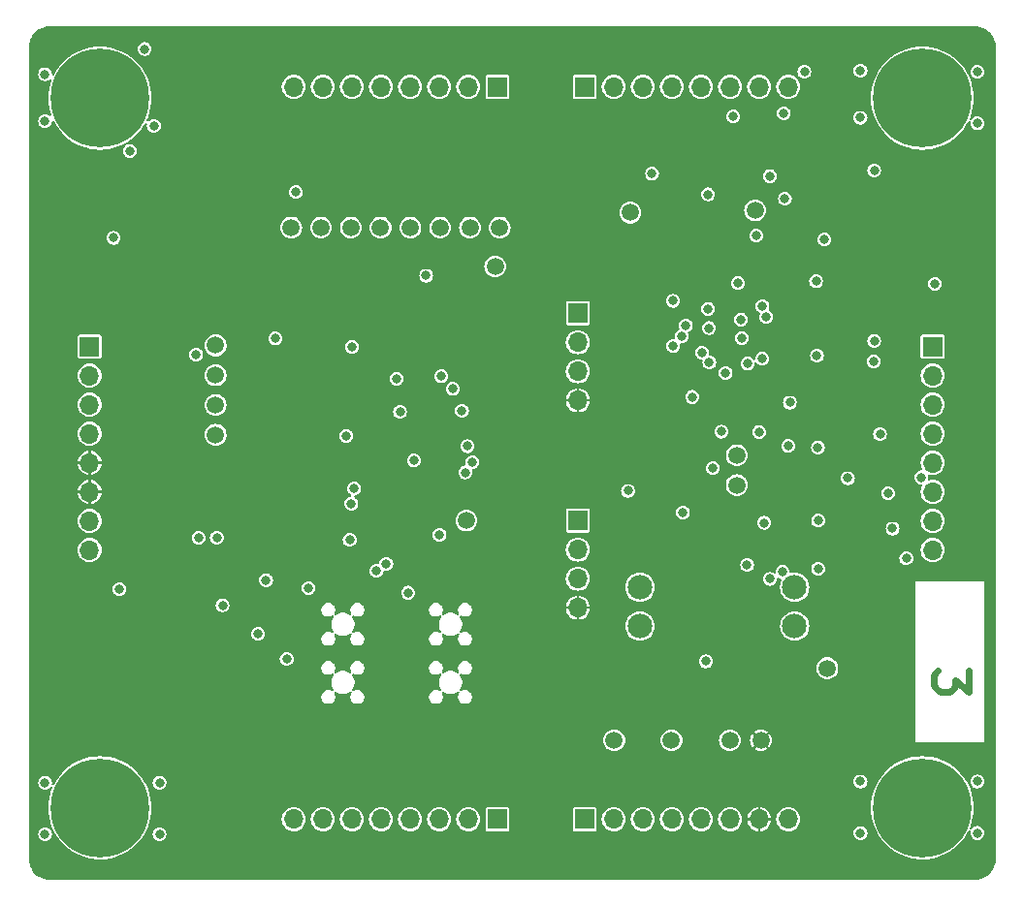
<source format=gbr>
%TF.GenerationSoftware,KiCad,Pcbnew,8.0.1*%
%TF.CreationDate,2024-08-13T20:03:31+03:00*%
%TF.ProjectId,Nodes,4e6f6465-732e-46b6-9963-61645f706362,rev?*%
%TF.SameCoordinates,Original*%
%TF.FileFunction,Copper,L3,Inr*%
%TF.FilePolarity,Positive*%
%FSLAX46Y46*%
G04 Gerber Fmt 4.6, Leading zero omitted, Abs format (unit mm)*
G04 Created by KiCad (PCBNEW 8.0.1) date 2024-08-13 20:03:31*
%MOMM*%
%LPD*%
G01*
G04 APERTURE LIST*
%ADD10C,0.600000*%
%TA.AperFunction,NonConductor*%
%ADD11C,0.600000*%
%TD*%
%TA.AperFunction,ComponentPad*%
%ADD12C,1.500000*%
%TD*%
%TA.AperFunction,ComponentPad*%
%ADD13R,1.700000X1.700000*%
%TD*%
%TA.AperFunction,ComponentPad*%
%ADD14O,1.700000X1.700000*%
%TD*%
%TA.AperFunction,ComponentPad*%
%ADD15C,8.600000*%
%TD*%
%TA.AperFunction,ComponentPad*%
%ADD16C,2.150000*%
%TD*%
%TA.AperFunction,ViaPad*%
%ADD17C,0.800000*%
%TD*%
G04 APERTURE END LIST*
D10*
D11*
X180744442Y-124003600D02*
X180744442Y-125860743D01*
X180744442Y-125860743D02*
X179601585Y-124860743D01*
X179601585Y-124860743D02*
X179601585Y-125289314D01*
X179601585Y-125289314D02*
X179458728Y-125575029D01*
X179458728Y-125575029D02*
X179315871Y-125717886D01*
X179315871Y-125717886D02*
X179030157Y-125860743D01*
X179030157Y-125860743D02*
X178315871Y-125860743D01*
X178315871Y-125860743D02*
X178030157Y-125717886D01*
X178030157Y-125717886D02*
X177887300Y-125575029D01*
X177887300Y-125575029D02*
X177744442Y-125289314D01*
X177744442Y-125289314D02*
X177744442Y-124432171D01*
X177744442Y-124432171D02*
X177887300Y-124146457D01*
X177887300Y-124146457D02*
X178030157Y-124003600D01*
D12*
%TO.N,GND*%
%TO.C,T6*%
X162601100Y-130103600D03*
%TD*%
%TO.N,/AnalogNode/ADC2*%
%TO.C,T12*%
X115001100Y-98203600D03*
%TD*%
D13*
%TO.N,PWR0*%
%TO.C,J13*%
X139600000Y-137000000D03*
D14*
%TO.N,AnIN_0*%
X137060000Y-137000000D03*
%TO.N,PWR1*%
X134520000Y-137000000D03*
%TO.N,AnIN_1*%
X131980000Y-137000000D03*
%TO.N,PWR2*%
X129440000Y-137000000D03*
%TO.N,AnIN_2*%
X126900000Y-137000000D03*
%TO.N,PWR3*%
X124360000Y-137000000D03*
%TO.N,AnIN_3*%
X121820000Y-137000000D03*
%TD*%
D12*
%TO.N,+24V*%
%TO.C,T4*%
X159901100Y-130103600D03*
%TD*%
%TO.N,/PowerNode/ADCS2*%
%TO.C,T22*%
X168401100Y-123803600D03*
%TD*%
D13*
%TO.N,VCC*%
%TO.C,J10*%
X147220000Y-137000000D03*
D14*
X149760000Y-137000000D03*
%TO.N,+5V*%
X152300000Y-137000000D03*
X154840000Y-137000000D03*
%TO.N,+24V*%
X157380000Y-137000000D03*
X159920000Y-137000000D03*
%TO.N,GND*%
X162460000Y-137000000D03*
%TO.N,24V_unfused*%
X165000000Y-137000000D03*
%TD*%
D13*
%TO.N,AnIN5V_1*%
%TO.C,J14*%
X104000000Y-95700000D03*
D14*
%TO.N,AnIN5V_0*%
X104000000Y-98240000D03*
%TO.N,AnIN3V3_1*%
X104000000Y-100780000D03*
%TO.N,AnIN3V3_0*%
X104000000Y-103320000D03*
%TO.N,GND*%
X104000000Y-105860000D03*
X104000000Y-108400000D03*
%TO.N,CANHI*%
X104000000Y-110940000D03*
%TO.N,CANLO*%
X104000000Y-113480000D03*
%TD*%
D12*
%TO.N,/AnalogNode/ADC13*%
%TO.C,T10*%
X139801100Y-85303600D03*
%TD*%
%TO.N,/AnalogNode/ADC1*%
%TO.C,T19*%
X115001100Y-100803600D03*
%TD*%
%TO.N,ADC*%
%TO.C,T23*%
X162101100Y-83803600D03*
%TD*%
%TO.N,Net-(T1-Pin_1)*%
%TO.C,T1*%
X151201100Y-84003600D03*
%TD*%
%TO.N,/AnalogNode/ADC8*%
%TO.C,T18*%
X132001100Y-85303600D03*
%TD*%
%TO.N,/AnalogNode/ADC6*%
%TO.C,T16*%
X126801100Y-85303600D03*
%TD*%
D15*
%TO.N,Net-(DRL2-Pad1)*%
%TO.C,DRL2*%
X176700000Y-74000000D03*
%TD*%
D12*
%TO.N,/AnalogNode/ADC3*%
%TO.C,T13*%
X115001100Y-95603600D03*
%TD*%
%TO.N,/PowerNode/ADCS1*%
%TO.C,T21*%
X160501100Y-105203600D03*
%TD*%
D15*
%TO.N,Net-(DRL4-Pad1)*%
%TO.C,DRL4*%
X104900000Y-136000000D03*
%TD*%
D12*
%TO.N,/AnalogNode/ADC5*%
%TO.C,T15*%
X124201100Y-85303600D03*
%TD*%
%TO.N,VCCA*%
%TO.C,T8*%
X136901100Y-110903600D03*
%TD*%
%TO.N,Net-(D2-K)*%
%TO.C,T3*%
X160501100Y-107803600D03*
%TD*%
D13*
%TO.N,VCC*%
%TO.C,J2*%
X146626100Y-92783600D03*
D14*
%TO.N,/SWDIO_Pw*%
X146626100Y-95323600D03*
%TO.N,/SWCLK_Pw*%
X146626100Y-97863600D03*
%TO.N,GND*%
X146626100Y-100403600D03*
%TD*%
D12*
%TO.N,VCC*%
%TO.C,T5*%
X149801100Y-130103600D03*
%TD*%
D13*
%TO.N,/I2C3_SCL*%
%TO.C,J11*%
X147220000Y-73000000D03*
D14*
%TO.N,/I2C3_SDA*%
X149760000Y-73000000D03*
%TO.N,/I2C2_SCL*%
X152300000Y-73000000D03*
%TO.N,/I2C2_SDA*%
X154840000Y-73000000D03*
%TO.N,/I2C1_SCL*%
X157380000Y-73000000D03*
%TO.N,/I2C1_SDA*%
X159920000Y-73000000D03*
%TO.N,PWM1*%
X162460000Y-73000000D03*
%TO.N,PWM2*%
X165000000Y-73000000D03*
%TD*%
D13*
%TO.N,VCCA*%
%TO.C,J1*%
X146626100Y-110903600D03*
D14*
%TO.N,/SWDIO_An*%
X146626100Y-113443600D03*
%TO.N,/SWCLK_An*%
X146626100Y-115983600D03*
%TO.N,GND*%
X146626100Y-118523600D03*
%TD*%
D13*
%TO.N,OUT0_1*%
%TO.C,J9*%
X177600000Y-95700000D03*
D14*
%TO.N,OUT1_1*%
X177600000Y-98240000D03*
%TO.N,OUT2_1*%
X177600000Y-100780000D03*
%TO.N,OUT3_1*%
X177600000Y-103320000D03*
%TO.N,OUT0_2*%
X177600000Y-105860000D03*
%TO.N,OUT1_2*%
X177600000Y-108400000D03*
%TO.N,OUT2_2*%
X177600000Y-110940000D03*
%TO.N,OUT3_2*%
X177600000Y-113480000D03*
%TD*%
D12*
%TO.N,/AnalogNode/ADC4*%
%TO.C,T14*%
X121601100Y-85303600D03*
%TD*%
D16*
%TO.N,24V_unfused*%
%TO.C,F1*%
X165551100Y-120128600D03*
X165551100Y-116728600D03*
%TO.N,Net-(D2-A)*%
X152051100Y-120128600D03*
X152051100Y-116728600D03*
%TD*%
D12*
%TO.N,/AnalogNode/ADC7*%
%TO.C,T17*%
X129401100Y-85303600D03*
%TD*%
%TO.N,/AnalogNode/ADC14*%
%TO.C,T9*%
X137201100Y-85303600D03*
%TD*%
%TO.N,/AnalogNode/ADC15*%
%TO.C,T11*%
X134601100Y-85303600D03*
%TD*%
D13*
%TO.N,AnIN24V_2*%
%TO.C,J12*%
X139600000Y-73000000D03*
D14*
%TO.N,AnIN24V_1*%
X137060000Y-73000000D03*
%TO.N,AnIN24V_0*%
X134520000Y-73000000D03*
%TO.N,AnIN5V_6*%
X131980000Y-73000000D03*
%TO.N,AnIN5V_5*%
X129440000Y-73000000D03*
%TO.N,AnIN5V_4*%
X126900000Y-73000000D03*
%TO.N,AnIN5V_3*%
X124360000Y-73000000D03*
%TO.N,AnIN5V_2*%
X121820000Y-73000000D03*
%TD*%
D12*
%TO.N,Net-(T2-Pin_1)*%
%TO.C,T2*%
X139401100Y-88703600D03*
%TD*%
%TO.N,/AnalogNode/ADC0*%
%TO.C,T20*%
X115001100Y-103403600D03*
%TD*%
D15*
%TO.N,Net-(DRL1-Pad1)*%
%TO.C,DRL1*%
X104900000Y-74000000D03*
%TD*%
D12*
%TO.N,+5V*%
%TO.C,T7*%
X154801100Y-130103600D03*
%TD*%
D15*
%TO.N,Net-(DRL3-Pad1)*%
%TO.C,DRL3*%
X176700000Y-136000000D03*
%TD*%
D17*
%TO.N,GND*%
X143201100Y-90203600D03*
X122101100Y-87203600D03*
X129101100Y-90003600D03*
X167498296Y-117452363D03*
X174601100Y-125903600D03*
X116801100Y-116403600D03*
X125301100Y-78903600D03*
X122101100Y-80903600D03*
X130701100Y-113803600D03*
X125701100Y-72103600D03*
X123101100Y-73903600D03*
X117601100Y-119503600D03*
X161201100Y-96003600D03*
X161001100Y-91653600D03*
X105501100Y-97203600D03*
X175301100Y-127503600D03*
X171901100Y-119603600D03*
X102801100Y-87562963D03*
X100001100Y-88903600D03*
X103201100Y-85803600D03*
X115301100Y-84303600D03*
X120101100Y-97903600D03*
X112865586Y-107676280D03*
X105301100Y-112203600D03*
X119046062Y-109339265D03*
X164381840Y-98491368D03*
X176756431Y-91848269D03*
X122601100Y-129803600D03*
X125701100Y-129403600D03*
X128401100Y-129203600D03*
X134901100Y-129603600D03*
X166301100Y-126403600D03*
X181101100Y-114903600D03*
X138201100Y-112303600D03*
X135401100Y-113303600D03*
X143201100Y-118403600D03*
X123501100Y-90503600D03*
X162001100Y-116003600D03*
X178801100Y-90803600D03*
X168001100Y-83603600D03*
X169201100Y-77103600D03*
X161801100Y-81003600D03*
X162901100Y-77203600D03*
%TO.N,+5V*%
X177801100Y-90203600D03*
%TO.N,GND*%
X178101100Y-89103600D03*
X176401100Y-85903600D03*
X176401100Y-82503600D03*
X178201100Y-80003600D03*
%TO.N,Net-(SW2-COM)*%
X166401100Y-71703600D03*
%TO.N,Net-(SW1-COM)*%
X160201100Y-75603600D03*
%TO.N,GND*%
X163501100Y-103703600D03*
X152901100Y-103503600D03*
%TO.N,VCC*%
X159526540Y-98003600D03*
X161401100Y-114803600D03*
%TO.N,GND*%
X166701100Y-122403600D03*
X171901100Y-124903600D03*
%TO.N,VCC*%
X172501100Y-80303600D03*
X163401100Y-80803600D03*
%TO.N,Net-(DRL2-Pad1)*%
X171301100Y-75703600D03*
%TO.N,VCC*%
X158001100Y-82403600D03*
%TO.N,/PowerNode/PWM2*%
X164701100Y-82803600D03*
%TO.N,GND*%
X127901100Y-109003600D03*
%TO.N,/PowerNode/ADCS1*%
X162716229Y-96754963D03*
X165131931Y-100599529D03*
X160940548Y-94953600D03*
%TO.N,+24V*%
X106101100Y-86203600D03*
X153101100Y-80603600D03*
X113301100Y-96403600D03*
X122001100Y-82203600D03*
%TO.N,+5V*%
X157801100Y-123203600D03*
X118701100Y-120803600D03*
%TO.N,/AnalogNode/CANTx*%
X127101100Y-108103600D03*
X137001100Y-104403600D03*
%TO.N,/AnalogNode/CANRx*%
X137416933Y-105785673D03*
X126701100Y-112603600D03*
%TO.N,/AnalogNode/ADC13*%
X134701100Y-98303600D03*
%TO.N,/AnalogNode/ADC14*%
X135701100Y-99403600D03*
%TO.N,/AnalogNode/ADC15*%
X133376100Y-89503600D03*
%TO.N,/AnalogNode/ADC2*%
X120201100Y-95003600D03*
%TO.N,/AnalogNode/ADC3*%
X126901100Y-95728600D03*
%TO.N,/AnalogNode/ADC1*%
X131101100Y-101403600D03*
X130801100Y-98503600D03*
%TO.N,OUT2_1*%
X172499402Y-95193300D03*
%TO.N,OUT3_1*%
X167501100Y-96503600D03*
%TO.N,OUT0_1*%
X167424486Y-90003600D03*
%TO.N,OUT2_2*%
X174101100Y-111603600D03*
%TO.N,VCC*%
X162201100Y-86003600D03*
X164601100Y-75303600D03*
X106601100Y-116903600D03*
X115605797Y-118303602D03*
X151001100Y-108303600D03*
%TO.N,GND*%
X108801100Y-114803600D03*
X144701100Y-114703600D03*
X100501100Y-104503600D03*
X116501100Y-91503600D03*
X109901100Y-119903600D03*
X163010979Y-94133097D03*
X131436526Y-80375142D03*
X145401100Y-91003600D03*
X172401100Y-100703600D03*
X152301100Y-82303600D03*
X140501100Y-82503600D03*
X138101100Y-135303600D03*
X162601100Y-89403600D03*
X163601100Y-135303600D03*
X121485073Y-105803600D03*
X103001100Y-125703600D03*
X125501100Y-91103600D03*
X116201100Y-108526352D03*
X140501100Y-124203600D03*
X110101100Y-131503600D03*
X143501100Y-86503600D03*
X108201100Y-109903600D03*
X148301100Y-95103600D03*
X167601100Y-107203600D03*
X138001100Y-99603600D03*
X131201100Y-74803600D03*
X155901100Y-113803600D03*
X122801100Y-135403600D03*
X145001100Y-126703600D03*
X114301100Y-118403600D03*
X152101100Y-107203600D03*
X129801100Y-105203600D03*
X121801100Y-75503600D03*
X116501100Y-127903600D03*
X127801100Y-120003600D03*
X119101100Y-115103600D03*
X167001100Y-136003600D03*
X158001100Y-108303600D03*
X143501100Y-93003600D03*
X148801100Y-93103600D03*
X135401100Y-121503600D03*
X149801100Y-121403600D03*
X112801100Y-69003600D03*
X110901100Y-103803600D03*
X164454272Y-110277849D03*
X143001100Y-134103600D03*
X159001100Y-119703600D03*
X134801100Y-95303600D03*
X166338501Y-103614078D03*
X144701100Y-73903600D03*
X100101100Y-141103600D03*
X138201100Y-129003600D03*
X100101100Y-78603600D03*
X144801100Y-112303600D03*
X127201100Y-90003600D03*
X179301100Y-109903600D03*
X148601100Y-128703600D03*
X138501100Y-92803600D03*
X138901100Y-97903600D03*
X105601100Y-114403600D03*
X109001100Y-96603600D03*
X181501100Y-131403600D03*
X117801100Y-84203600D03*
X181501100Y-69303600D03*
X130801100Y-124003600D03*
X122288347Y-98228600D03*
X127701100Y-125103600D03*
X148601100Y-77203600D03*
X178801100Y-107103600D03*
X113101100Y-138303600D03*
X119001100Y-95403600D03*
X153501100Y-113703600D03*
X100101100Y-131503600D03*
X119601100Y-77903600D03*
X158301100Y-135303600D03*
X175201100Y-110503600D03*
X160151100Y-85503600D03*
X124201100Y-115603600D03*
X143301100Y-78203600D03*
X167675700Y-99905725D03*
X137201100Y-125003600D03*
X121601100Y-111603600D03*
X155501100Y-140703600D03*
X168401100Y-138203600D03*
X142001100Y-95803600D03*
X172801100Y-106103600D03*
X148501100Y-135303600D03*
X141701100Y-104903600D03*
X133701100Y-120003600D03*
X104831431Y-119673269D03*
X118401100Y-122703600D03*
X127501100Y-115603600D03*
X135501100Y-123503600D03*
X124001100Y-83503600D03*
X149401100Y-104003600D03*
X114701100Y-91503600D03*
X122401100Y-93903600D03*
X108501100Y-105003600D03*
X172501100Y-81603600D03*
X171301100Y-131403600D03*
X143601100Y-98403600D03*
X148701100Y-85503600D03*
X117401100Y-88378600D03*
X108101100Y-79803600D03*
X142501100Y-116403600D03*
X126101100Y-123403600D03*
X143401100Y-84703600D03*
X125701100Y-135503600D03*
X109901100Y-122803600D03*
X135201100Y-126978600D03*
X141601100Y-98103600D03*
X153701100Y-128703600D03*
X136701100Y-77403600D03*
X169401100Y-119703600D03*
X109301100Y-101803600D03*
X126401100Y-126903600D03*
X168401100Y-133703600D03*
X146901100Y-108503600D03*
X109201100Y-91003600D03*
X129701100Y-140903600D03*
X161301100Y-135303600D03*
X130701100Y-121203600D03*
X149601100Y-90503600D03*
X104201100Y-81603600D03*
X148001100Y-124003600D03*
X127201100Y-81803600D03*
X127501100Y-113803600D03*
X123691457Y-87153600D03*
X131001100Y-69003600D03*
X157801100Y-116203600D03*
X160718188Y-100566851D03*
X169849496Y-100732761D03*
X145001100Y-121403600D03*
X118901100Y-100003600D03*
X163901100Y-118603600D03*
X156301100Y-69003600D03*
X111501100Y-96703600D03*
X126076100Y-87795327D03*
X112201100Y-101103600D03*
X134401100Y-74903600D03*
X137601100Y-119928602D03*
X129802445Y-99705308D03*
X111490620Y-81901529D03*
X141801100Y-101103600D03*
X140776100Y-89401132D03*
X130501100Y-116503600D03*
X132301100Y-102003600D03*
X156481431Y-88683931D03*
X114301100Y-122003600D03*
X140001100Y-107203600D03*
X117401100Y-77703600D03*
X141601100Y-93503600D03*
X126001100Y-117803600D03*
X128201100Y-135503600D03*
X126951100Y-97303600D03*
X135601100Y-135203600D03*
X164801100Y-107503600D03*
X168701100Y-125703600D03*
X124101100Y-119998578D03*
X136601100Y-82303600D03*
X119301100Y-113203600D03*
X151901100Y-77803600D03*
X134401100Y-100103600D03*
X111701100Y-92203600D03*
X121951100Y-83503600D03*
X135501100Y-118003600D03*
X117601100Y-73303600D03*
X154101100Y-119303600D03*
X104101100Y-83703600D03*
X100101100Y-69703600D03*
X137201100Y-103103600D03*
X110101100Y-141103600D03*
X163601100Y-125103600D03*
X140801100Y-86544200D03*
X153301100Y-135403600D03*
X116801100Y-96503600D03*
X164901100Y-86103600D03*
X140101100Y-121203600D03*
X129101100Y-81903600D03*
X143401100Y-81603600D03*
X155801100Y-128903600D03*
X113601100Y-102303600D03*
X171301100Y-141003600D03*
X115201100Y-136003600D03*
X109101100Y-112203600D03*
X148601100Y-96903600D03*
X174201100Y-103403600D03*
X154101100Y-116303600D03*
X132801100Y-116503600D03*
X156401100Y-85703600D03*
X142001100Y-73703600D03*
X131701100Y-87203600D03*
X129201100Y-78403600D03*
X122143102Y-79353600D03*
X118501100Y-103603600D03*
X139301100Y-80403600D03*
X136501100Y-115803600D03*
X138601100Y-109703600D03*
X172001100Y-122203600D03*
X113401100Y-78103600D03*
X181301100Y-95103600D03*
X151401100Y-124503600D03*
X127901100Y-74603600D03*
X112801100Y-72403600D03*
X171301100Y-69303600D03*
X133801100Y-125003600D03*
X154001100Y-111403600D03*
X119701100Y-89903600D03*
X147001100Y-105603600D03*
X106001100Y-84503600D03*
X113101100Y-133803600D03*
X126101100Y-121478600D03*
X117501100Y-81603600D03*
X139501100Y-77403600D03*
X150101100Y-118403600D03*
X150901100Y-128703600D03*
X181501100Y-141003600D03*
X127598694Y-92967312D03*
X181501100Y-78203600D03*
X138701100Y-95903600D03*
X114401100Y-70703600D03*
X124101100Y-125008582D03*
X150301100Y-113903600D03*
X124041841Y-108017760D03*
%TO.N,OUT3_2*%
X167601100Y-115103600D03*
%TO.N,OUT0_2*%
X167601100Y-110903600D03*
%TO.N,OUT1_2*%
X173701100Y-108503600D03*
%TO.N,/PowerNode/CANTx*%
X121201100Y-123013580D03*
X155701100Y-94796105D03*
%TO.N,/PowerNode/CANRx*%
X123101100Y-116803600D03*
X129051100Y-115303600D03*
%TO.N,/AnalogNode/ADC11*%
X131801100Y-117203600D03*
%TO.N,/AnalogNode/ADC12*%
X126401100Y-103503600D03*
X126848509Y-109416853D03*
X129901100Y-114703600D03*
%TO.N,/AnalogNode/ADC9*%
X119401100Y-116103600D03*
%TO.N,/AnalogNode/ADC10*%
X132301100Y-105653600D03*
%TO.N,/AnalogNode/LED1*%
X136501100Y-101303600D03*
%TO.N,/AnalogNode/LED2*%
X136801100Y-106703600D03*
%TO.N,GNDREF*%
X168151100Y-86353600D03*
X170201100Y-107203600D03*
%TO.N,/PowerNode/SEL1*%
X162451145Y-103154579D03*
X158098918Y-97101539D03*
X162901100Y-111103600D03*
%TO.N,/PowerNode/IN0_1*%
X156055131Y-93860868D03*
%TO.N,/PowerNode/IN3_1*%
X158084984Y-94087484D03*
%TO.N,/PowerNode/SEL0*%
X176626100Y-107128600D03*
X159151100Y-103133931D03*
X173007166Y-103361137D03*
%TO.N,/PowerNode/IN1_1*%
X154951100Y-95653600D03*
%TO.N,/PowerNode/IN2_1*%
X172451102Y-97003600D03*
X157451100Y-96224898D03*
X162744017Y-92170474D03*
%TO.N,/PowerNode/IN0_2*%
X164993291Y-104390191D03*
%TO.N,/PowerNode/IN3_2*%
X163401100Y-116003600D03*
%TO.N,/PowerNode/IN1_2*%
X167582167Y-104503600D03*
X160870769Y-93333931D03*
X163074929Y-93114139D03*
%TO.N,/PowerNode/IN2_2*%
X156601100Y-100103600D03*
X164501100Y-115403600D03*
X175298587Y-114206113D03*
%TO.N,VCCA*%
X161454160Y-97203600D03*
X158415951Y-106335564D03*
X134551100Y-112153600D03*
X155801100Y-110203600D03*
%TO.N,ADC*%
X160601100Y-90153600D03*
%TO.N,EN*%
X158001100Y-92403600D03*
%TO.N,Net-(R37-Pad2)*%
X113501100Y-112403600D03*
%TO.N,Net-(R109-Pad1)*%
X115101100Y-112403600D03*
%TO.N,Net-(DRL1-Pad1)*%
X100101100Y-76003600D03*
X100101100Y-71903600D03*
X108801100Y-69703600D03*
X107501100Y-78603600D03*
X109601100Y-76403600D03*
%TO.N,Net-(DRL2-Pad1)*%
X181501100Y-71703600D03*
X171301100Y-71603600D03*
X181501100Y-76203600D03*
%TO.N,Net-(DRL3-Pad1)*%
X181501100Y-133703600D03*
X171301100Y-133703600D03*
X171301100Y-138203600D03*
X181501100Y-138203600D03*
%TO.N,Net-(DRL4-Pad1)*%
X110101100Y-133803600D03*
X100101100Y-133803600D03*
X110101100Y-138303600D03*
X100101100Y-138303600D03*
%TO.N,/PowerNode/PWM1*%
X154951032Y-91705295D03*
%TD*%
%TA.AperFunction,Conductor*%
%TO.N,GND*%
G36*
X181303234Y-67700712D02*
G01*
X181528412Y-67715470D01*
X181541237Y-67717159D01*
X181759386Y-67760551D01*
X181771886Y-67763900D01*
X181982500Y-67835395D01*
X181994463Y-67840351D01*
X182193926Y-67938715D01*
X182205142Y-67945190D01*
X182390072Y-68068757D01*
X182400345Y-68076640D01*
X182567560Y-68223282D01*
X182576717Y-68232439D01*
X182723359Y-68399654D01*
X182731242Y-68409927D01*
X182854809Y-68594857D01*
X182861284Y-68606073D01*
X182959648Y-68805536D01*
X182964604Y-68817499D01*
X183036097Y-69028108D01*
X183039449Y-69040617D01*
X183082839Y-69258755D01*
X183084529Y-69271594D01*
X183099288Y-69496765D01*
X183099500Y-69503240D01*
X183099500Y-140496759D01*
X183099288Y-140503234D01*
X183084529Y-140728405D01*
X183082839Y-140741244D01*
X183039449Y-140959382D01*
X183036097Y-140971891D01*
X182964604Y-141182500D01*
X182959648Y-141194463D01*
X182861284Y-141393926D01*
X182854809Y-141405142D01*
X182731242Y-141590072D01*
X182723359Y-141600345D01*
X182576717Y-141767560D01*
X182567560Y-141776717D01*
X182400345Y-141923359D01*
X182390072Y-141931242D01*
X182205142Y-142054809D01*
X182193926Y-142061284D01*
X181994463Y-142159648D01*
X181982500Y-142164604D01*
X181771891Y-142236097D01*
X181759382Y-142239449D01*
X181541244Y-142282839D01*
X181528405Y-142284529D01*
X181303234Y-142299288D01*
X181296759Y-142299500D01*
X100503241Y-142299500D01*
X100496766Y-142299288D01*
X100271594Y-142284529D01*
X100258755Y-142282839D01*
X100040617Y-142239449D01*
X100028108Y-142236097D01*
X99817499Y-142164604D01*
X99805536Y-142159648D01*
X99606073Y-142061284D01*
X99594857Y-142054809D01*
X99409927Y-141931242D01*
X99399654Y-141923359D01*
X99232439Y-141776717D01*
X99223282Y-141767560D01*
X99076640Y-141600345D01*
X99068757Y-141590072D01*
X98945190Y-141405142D01*
X98938715Y-141393926D01*
X98840351Y-141194463D01*
X98835395Y-141182500D01*
X98763902Y-140971891D01*
X98760550Y-140959382D01*
X98717159Y-140741237D01*
X98715470Y-140728405D01*
X98700712Y-140503234D01*
X98700500Y-140496759D01*
X98700500Y-138303600D01*
X99495418Y-138303600D01*
X99516055Y-138460358D01*
X99516057Y-138460366D01*
X99576562Y-138606438D01*
X99576562Y-138606439D01*
X99669944Y-138728137D01*
X99672818Y-138731882D01*
X99798259Y-138828136D01*
X99944338Y-138888644D01*
X100061909Y-138904122D01*
X100101099Y-138909282D01*
X100101100Y-138909282D01*
X100101101Y-138909282D01*
X100132452Y-138905154D01*
X100257862Y-138888644D01*
X100403941Y-138828136D01*
X100529382Y-138731882D01*
X100625636Y-138606441D01*
X100686144Y-138460362D01*
X100706782Y-138303600D01*
X100686144Y-138146838D01*
X100648345Y-138055583D01*
X100625637Y-138000761D01*
X100625637Y-138000760D01*
X100529386Y-137875323D01*
X100529385Y-137875322D01*
X100529382Y-137875318D01*
X100529377Y-137875314D01*
X100529376Y-137875313D01*
X100458204Y-137820701D01*
X100403941Y-137779064D01*
X100403940Y-137779063D01*
X100403938Y-137779062D01*
X100257866Y-137718557D01*
X100257858Y-137718555D01*
X100101101Y-137697918D01*
X100101099Y-137697918D01*
X99944341Y-137718555D01*
X99944333Y-137718557D01*
X99798261Y-137779062D01*
X99798260Y-137779062D01*
X99672823Y-137875313D01*
X99672813Y-137875323D01*
X99576562Y-138000760D01*
X99576562Y-138000761D01*
X99516057Y-138146833D01*
X99516055Y-138146841D01*
X99495418Y-138303599D01*
X99495418Y-138303600D01*
X98700500Y-138303600D01*
X98700500Y-133803600D01*
X99495418Y-133803600D01*
X99516055Y-133960358D01*
X99516057Y-133960366D01*
X99576562Y-134106438D01*
X99576562Y-134106439D01*
X99669944Y-134228137D01*
X99672818Y-134231882D01*
X99798259Y-134328136D01*
X99944338Y-134388644D01*
X100061909Y-134404122D01*
X100101099Y-134409282D01*
X100101100Y-134409282D01*
X100101101Y-134409282D01*
X100132452Y-134405154D01*
X100257862Y-134388644D01*
X100403941Y-134328136D01*
X100529382Y-134231882D01*
X100572386Y-134175837D01*
X100622807Y-134141183D01*
X100683971Y-134142784D01*
X100732514Y-134180031D01*
X100749892Y-134238696D01*
X100741491Y-134276093D01*
X100698925Y-134372497D01*
X100566678Y-134767068D01*
X100471405Y-135172144D01*
X100471403Y-135172151D01*
X100413911Y-135584304D01*
X100413910Y-135584313D01*
X100394693Y-135999992D01*
X100394693Y-136000007D01*
X100413910Y-136415686D01*
X100413911Y-136415695D01*
X100471403Y-136827848D01*
X100471405Y-136827855D01*
X100566678Y-137232931D01*
X100698923Y-137627498D01*
X100867014Y-138008187D01*
X101069508Y-138371735D01*
X101304686Y-138715053D01*
X101570530Y-139035197D01*
X101570533Y-139035200D01*
X101570538Y-139035206D01*
X101864794Y-139329462D01*
X101864799Y-139329466D01*
X101864802Y-139329469D01*
X102184946Y-139595313D01*
X102528264Y-139830491D01*
X102891812Y-140032985D01*
X103272495Y-140201074D01*
X103667064Y-140333320D01*
X104072146Y-140428594D01*
X104072151Y-140428596D01*
X104278227Y-140457342D01*
X104484303Y-140486088D01*
X104484304Y-140486088D01*
X104484313Y-140486089D01*
X104899992Y-140505307D01*
X104900000Y-140505307D01*
X104900008Y-140505307D01*
X105315686Y-140486089D01*
X105315693Y-140486088D01*
X105315697Y-140486088D01*
X105727848Y-140428596D01*
X106132936Y-140333320D01*
X106527505Y-140201074D01*
X106908188Y-140032985D01*
X107271739Y-139830489D01*
X107615054Y-139595313D01*
X107935206Y-139329462D01*
X108229462Y-139035206D01*
X108495313Y-138715054D01*
X108730489Y-138371739D01*
X108768442Y-138303600D01*
X109495418Y-138303600D01*
X109516055Y-138460358D01*
X109516057Y-138460366D01*
X109576562Y-138606438D01*
X109576562Y-138606439D01*
X109669944Y-138728137D01*
X109672818Y-138731882D01*
X109798259Y-138828136D01*
X109944338Y-138888644D01*
X110061909Y-138904122D01*
X110101099Y-138909282D01*
X110101100Y-138909282D01*
X110101101Y-138909282D01*
X110132452Y-138905154D01*
X110257862Y-138888644D01*
X110403941Y-138828136D01*
X110529382Y-138731882D01*
X110625636Y-138606441D01*
X110686144Y-138460362D01*
X110706782Y-138303600D01*
X110693617Y-138203600D01*
X170695418Y-138203600D01*
X170716055Y-138360358D01*
X170716057Y-138360366D01*
X170776562Y-138506438D01*
X170776562Y-138506439D01*
X170776564Y-138506441D01*
X170872818Y-138631882D01*
X170998259Y-138728136D01*
X170998260Y-138728136D01*
X170998261Y-138728137D01*
X171007312Y-138731886D01*
X171144338Y-138788644D01*
X171261909Y-138804122D01*
X171301099Y-138809282D01*
X171301100Y-138809282D01*
X171301101Y-138809282D01*
X171332452Y-138805154D01*
X171457862Y-138788644D01*
X171603941Y-138728136D01*
X171729382Y-138631882D01*
X171825636Y-138506441D01*
X171886144Y-138360362D01*
X171906782Y-138203600D01*
X171886144Y-138046838D01*
X171882842Y-138038867D01*
X171825637Y-137900761D01*
X171825637Y-137900760D01*
X171729386Y-137775323D01*
X171729385Y-137775322D01*
X171729382Y-137775318D01*
X171729377Y-137775314D01*
X171729376Y-137775313D01*
X171603938Y-137679062D01*
X171457866Y-137618557D01*
X171457858Y-137618555D01*
X171301101Y-137597918D01*
X171301099Y-137597918D01*
X171144341Y-137618555D01*
X171144333Y-137618557D01*
X170998261Y-137679062D01*
X170998260Y-137679062D01*
X170872823Y-137775313D01*
X170872813Y-137775323D01*
X170776562Y-137900760D01*
X170776562Y-137900761D01*
X170716057Y-138046833D01*
X170716055Y-138046841D01*
X170695418Y-138203599D01*
X170695418Y-138203600D01*
X110693617Y-138203600D01*
X110686144Y-138146838D01*
X110648345Y-138055583D01*
X110625637Y-138000761D01*
X110625637Y-138000760D01*
X110529386Y-137875323D01*
X110529385Y-137875322D01*
X110529382Y-137875318D01*
X110529377Y-137875314D01*
X110529376Y-137875313D01*
X110458204Y-137820701D01*
X110403941Y-137779064D01*
X110403940Y-137779063D01*
X110403938Y-137779062D01*
X110257866Y-137718557D01*
X110257858Y-137718555D01*
X110101101Y-137697918D01*
X110101099Y-137697918D01*
X109944341Y-137718555D01*
X109944333Y-137718557D01*
X109798261Y-137779062D01*
X109798260Y-137779062D01*
X109672823Y-137875313D01*
X109672813Y-137875323D01*
X109576562Y-138000760D01*
X109576562Y-138000761D01*
X109516057Y-138146833D01*
X109516055Y-138146841D01*
X109495418Y-138303599D01*
X109495418Y-138303600D01*
X108768442Y-138303600D01*
X108932985Y-138008188D01*
X109101074Y-137627505D01*
X109233320Y-137232936D01*
X109288105Y-137000003D01*
X120764417Y-137000003D01*
X120784698Y-137205929D01*
X120784699Y-137205934D01*
X120844768Y-137403954D01*
X120942316Y-137586452D01*
X121073302Y-137746059D01*
X121073590Y-137746410D01*
X121073595Y-137746414D01*
X121233547Y-137877683D01*
X121233548Y-137877683D01*
X121233550Y-137877685D01*
X121416046Y-137975232D01*
X121524689Y-138008188D01*
X121614065Y-138035300D01*
X121614070Y-138035301D01*
X121819997Y-138055583D01*
X121820000Y-138055583D01*
X121820003Y-138055583D01*
X122025929Y-138035301D01*
X122025934Y-138035300D01*
X122027556Y-138034808D01*
X122223954Y-137975232D01*
X122406450Y-137877685D01*
X122566410Y-137746410D01*
X122697685Y-137586450D01*
X122795232Y-137403954D01*
X122855300Y-137205934D01*
X122855301Y-137205929D01*
X122875583Y-137000003D01*
X123304417Y-137000003D01*
X123324698Y-137205929D01*
X123324699Y-137205934D01*
X123384768Y-137403954D01*
X123482316Y-137586452D01*
X123613302Y-137746059D01*
X123613590Y-137746410D01*
X123613595Y-137746414D01*
X123773547Y-137877683D01*
X123773548Y-137877683D01*
X123773550Y-137877685D01*
X123956046Y-137975232D01*
X124064689Y-138008188D01*
X124154065Y-138035300D01*
X124154070Y-138035301D01*
X124359997Y-138055583D01*
X124360000Y-138055583D01*
X124360003Y-138055583D01*
X124565929Y-138035301D01*
X124565934Y-138035300D01*
X124567556Y-138034808D01*
X124763954Y-137975232D01*
X124946450Y-137877685D01*
X125106410Y-137746410D01*
X125237685Y-137586450D01*
X125335232Y-137403954D01*
X125395300Y-137205934D01*
X125395301Y-137205929D01*
X125415583Y-137000003D01*
X125844417Y-137000003D01*
X125864698Y-137205929D01*
X125864699Y-137205934D01*
X125924768Y-137403954D01*
X126022316Y-137586452D01*
X126153302Y-137746059D01*
X126153590Y-137746410D01*
X126153595Y-137746414D01*
X126313547Y-137877683D01*
X126313548Y-137877683D01*
X126313550Y-137877685D01*
X126496046Y-137975232D01*
X126604689Y-138008188D01*
X126694065Y-138035300D01*
X126694070Y-138035301D01*
X126899997Y-138055583D01*
X126900000Y-138055583D01*
X126900003Y-138055583D01*
X127105929Y-138035301D01*
X127105934Y-138035300D01*
X127107556Y-138034808D01*
X127303954Y-137975232D01*
X127486450Y-137877685D01*
X127646410Y-137746410D01*
X127777685Y-137586450D01*
X127875232Y-137403954D01*
X127935300Y-137205934D01*
X127935301Y-137205929D01*
X127955583Y-137000003D01*
X128384417Y-137000003D01*
X128404698Y-137205929D01*
X128404699Y-137205934D01*
X128464768Y-137403954D01*
X128562316Y-137586452D01*
X128693302Y-137746059D01*
X128693590Y-137746410D01*
X128693595Y-137746414D01*
X128853547Y-137877683D01*
X128853548Y-137877683D01*
X128853550Y-137877685D01*
X129036046Y-137975232D01*
X129144689Y-138008188D01*
X129234065Y-138035300D01*
X129234070Y-138035301D01*
X129439997Y-138055583D01*
X129440000Y-138055583D01*
X129440003Y-138055583D01*
X129645929Y-138035301D01*
X129645934Y-138035300D01*
X129647556Y-138034808D01*
X129843954Y-137975232D01*
X130026450Y-137877685D01*
X130186410Y-137746410D01*
X130317685Y-137586450D01*
X130415232Y-137403954D01*
X130475300Y-137205934D01*
X130475301Y-137205929D01*
X130495583Y-137000003D01*
X130924417Y-137000003D01*
X130944698Y-137205929D01*
X130944699Y-137205934D01*
X131004768Y-137403954D01*
X131102316Y-137586452D01*
X131233302Y-137746059D01*
X131233590Y-137746410D01*
X131233595Y-137746414D01*
X131393547Y-137877683D01*
X131393548Y-137877683D01*
X131393550Y-137877685D01*
X131576046Y-137975232D01*
X131684689Y-138008188D01*
X131774065Y-138035300D01*
X131774070Y-138035301D01*
X131979997Y-138055583D01*
X131980000Y-138055583D01*
X131980003Y-138055583D01*
X132185929Y-138035301D01*
X132185934Y-138035300D01*
X132187556Y-138034808D01*
X132383954Y-137975232D01*
X132566450Y-137877685D01*
X132726410Y-137746410D01*
X132857685Y-137586450D01*
X132955232Y-137403954D01*
X133015300Y-137205934D01*
X133015301Y-137205929D01*
X133035583Y-137000003D01*
X133464417Y-137000003D01*
X133484698Y-137205929D01*
X133484699Y-137205934D01*
X133544768Y-137403954D01*
X133642316Y-137586452D01*
X133773302Y-137746059D01*
X133773590Y-137746410D01*
X133773595Y-137746414D01*
X133933547Y-137877683D01*
X133933548Y-137877683D01*
X133933550Y-137877685D01*
X134116046Y-137975232D01*
X134224689Y-138008188D01*
X134314065Y-138035300D01*
X134314070Y-138035301D01*
X134519997Y-138055583D01*
X134520000Y-138055583D01*
X134520003Y-138055583D01*
X134725929Y-138035301D01*
X134725934Y-138035300D01*
X134727556Y-138034808D01*
X134923954Y-137975232D01*
X135106450Y-137877685D01*
X135266410Y-137746410D01*
X135397685Y-137586450D01*
X135495232Y-137403954D01*
X135555300Y-137205934D01*
X135555301Y-137205929D01*
X135575583Y-137000003D01*
X136004417Y-137000003D01*
X136024698Y-137205929D01*
X136024699Y-137205934D01*
X136084768Y-137403954D01*
X136182316Y-137586452D01*
X136313302Y-137746059D01*
X136313590Y-137746410D01*
X136313595Y-137746414D01*
X136473547Y-137877683D01*
X136473548Y-137877683D01*
X136473550Y-137877685D01*
X136656046Y-137975232D01*
X136764689Y-138008188D01*
X136854065Y-138035300D01*
X136854070Y-138035301D01*
X137059997Y-138055583D01*
X137060000Y-138055583D01*
X137060003Y-138055583D01*
X137265929Y-138035301D01*
X137265934Y-138035300D01*
X137267556Y-138034808D01*
X137463954Y-137975232D01*
X137646450Y-137877685D01*
X137656124Y-137869746D01*
X138549500Y-137869746D01*
X138549501Y-137869758D01*
X138561132Y-137928227D01*
X138561134Y-137928233D01*
X138593849Y-137977193D01*
X138605448Y-137994552D01*
X138671769Y-138038867D01*
X138711817Y-138046833D01*
X138730241Y-138050498D01*
X138730246Y-138050498D01*
X138730252Y-138050500D01*
X138730253Y-138050500D01*
X140469747Y-138050500D01*
X140469748Y-138050500D01*
X140528231Y-138038867D01*
X140594552Y-137994552D01*
X140638867Y-137928231D01*
X140650500Y-137869748D01*
X140650500Y-137869746D01*
X146169500Y-137869746D01*
X146169501Y-137869758D01*
X146181132Y-137928227D01*
X146181134Y-137928233D01*
X146213849Y-137977193D01*
X146225448Y-137994552D01*
X146291769Y-138038867D01*
X146331817Y-138046833D01*
X146350241Y-138050498D01*
X146350246Y-138050498D01*
X146350252Y-138050500D01*
X146350253Y-138050500D01*
X148089747Y-138050500D01*
X148089748Y-138050500D01*
X148148231Y-138038867D01*
X148214552Y-137994552D01*
X148258867Y-137928231D01*
X148270500Y-137869748D01*
X148270500Y-137000003D01*
X148704417Y-137000003D01*
X148724698Y-137205929D01*
X148724699Y-137205934D01*
X148784768Y-137403954D01*
X148882316Y-137586452D01*
X149013302Y-137746059D01*
X149013590Y-137746410D01*
X149013595Y-137746414D01*
X149173547Y-137877683D01*
X149173548Y-137877683D01*
X149173550Y-137877685D01*
X149356046Y-137975232D01*
X149464689Y-138008188D01*
X149554065Y-138035300D01*
X149554070Y-138035301D01*
X149759997Y-138055583D01*
X149760000Y-138055583D01*
X149760003Y-138055583D01*
X149965929Y-138035301D01*
X149965934Y-138035300D01*
X149967556Y-138034808D01*
X150163954Y-137975232D01*
X150346450Y-137877685D01*
X150506410Y-137746410D01*
X150637685Y-137586450D01*
X150735232Y-137403954D01*
X150795300Y-137205934D01*
X150795301Y-137205929D01*
X150815583Y-137000003D01*
X151244417Y-137000003D01*
X151264698Y-137205929D01*
X151264699Y-137205934D01*
X151324768Y-137403954D01*
X151422316Y-137586452D01*
X151553302Y-137746059D01*
X151553590Y-137746410D01*
X151553595Y-137746414D01*
X151713547Y-137877683D01*
X151713548Y-137877683D01*
X151713550Y-137877685D01*
X151896046Y-137975232D01*
X152004689Y-138008188D01*
X152094065Y-138035300D01*
X152094070Y-138035301D01*
X152299997Y-138055583D01*
X152300000Y-138055583D01*
X152300003Y-138055583D01*
X152505929Y-138035301D01*
X152505934Y-138035300D01*
X152507556Y-138034808D01*
X152703954Y-137975232D01*
X152886450Y-137877685D01*
X153046410Y-137746410D01*
X153177685Y-137586450D01*
X153275232Y-137403954D01*
X153335300Y-137205934D01*
X153335301Y-137205929D01*
X153355583Y-137000003D01*
X153784417Y-137000003D01*
X153804698Y-137205929D01*
X153804699Y-137205934D01*
X153864768Y-137403954D01*
X153962316Y-137586452D01*
X154093302Y-137746059D01*
X154093590Y-137746410D01*
X154093595Y-137746414D01*
X154253547Y-137877683D01*
X154253548Y-137877683D01*
X154253550Y-137877685D01*
X154436046Y-137975232D01*
X154544689Y-138008188D01*
X154634065Y-138035300D01*
X154634070Y-138035301D01*
X154839997Y-138055583D01*
X154840000Y-138055583D01*
X154840003Y-138055583D01*
X155045929Y-138035301D01*
X155045934Y-138035300D01*
X155047556Y-138034808D01*
X155243954Y-137975232D01*
X155426450Y-137877685D01*
X155586410Y-137746410D01*
X155717685Y-137586450D01*
X155815232Y-137403954D01*
X155875300Y-137205934D01*
X155875301Y-137205929D01*
X155895583Y-137000003D01*
X156324417Y-137000003D01*
X156344698Y-137205929D01*
X156344699Y-137205934D01*
X156404768Y-137403954D01*
X156502316Y-137586452D01*
X156633302Y-137746059D01*
X156633590Y-137746410D01*
X156633595Y-137746414D01*
X156793547Y-137877683D01*
X156793548Y-137877683D01*
X156793550Y-137877685D01*
X156976046Y-137975232D01*
X157084689Y-138008188D01*
X157174065Y-138035300D01*
X157174070Y-138035301D01*
X157379997Y-138055583D01*
X157380000Y-138055583D01*
X157380003Y-138055583D01*
X157585929Y-138035301D01*
X157585934Y-138035300D01*
X157587556Y-138034808D01*
X157783954Y-137975232D01*
X157966450Y-137877685D01*
X158126410Y-137746410D01*
X158257685Y-137586450D01*
X158355232Y-137403954D01*
X158415300Y-137205934D01*
X158415301Y-137205929D01*
X158435583Y-137000003D01*
X158864417Y-137000003D01*
X158884698Y-137205929D01*
X158884699Y-137205934D01*
X158944768Y-137403954D01*
X159042316Y-137586452D01*
X159173302Y-137746059D01*
X159173590Y-137746410D01*
X159173595Y-137746414D01*
X159333547Y-137877683D01*
X159333548Y-137877683D01*
X159333550Y-137877685D01*
X159516046Y-137975232D01*
X159624689Y-138008188D01*
X159714065Y-138035300D01*
X159714070Y-138035301D01*
X159919997Y-138055583D01*
X159920000Y-138055583D01*
X159920003Y-138055583D01*
X160125929Y-138035301D01*
X160125934Y-138035300D01*
X160127556Y-138034808D01*
X160323954Y-137975232D01*
X160506450Y-137877685D01*
X160666410Y-137746410D01*
X160797685Y-137586450D01*
X160895232Y-137403954D01*
X160955300Y-137205934D01*
X160955301Y-137205929D01*
X160965734Y-137100000D01*
X161414767Y-137100000D01*
X161425190Y-137205831D01*
X161425191Y-137205836D01*
X161485232Y-137403762D01*
X161485234Y-137403767D01*
X161582724Y-137586160D01*
X161582731Y-137586170D01*
X161713940Y-137746050D01*
X161713949Y-137746059D01*
X161873829Y-137877268D01*
X161873839Y-137877275D01*
X162056232Y-137974765D01*
X162056237Y-137974767D01*
X162254166Y-138034808D01*
X162359998Y-138045231D01*
X162360000Y-138045230D01*
X162360000Y-137490842D01*
X162394174Y-137500000D01*
X162525826Y-137500000D01*
X162560000Y-137490842D01*
X162560000Y-138045230D01*
X162560001Y-138045231D01*
X162665833Y-138034808D01*
X162863762Y-137974767D01*
X162863767Y-137974765D01*
X163046160Y-137877275D01*
X163046170Y-137877268D01*
X163206050Y-137746059D01*
X163206059Y-137746050D01*
X163337268Y-137586170D01*
X163337275Y-137586160D01*
X163434765Y-137403767D01*
X163434767Y-137403762D01*
X163494808Y-137205836D01*
X163494809Y-137205831D01*
X163505232Y-137100000D01*
X162950843Y-137100000D01*
X162960000Y-137065826D01*
X162960000Y-137000003D01*
X163944417Y-137000003D01*
X163964698Y-137205929D01*
X163964699Y-137205934D01*
X164024768Y-137403954D01*
X164122316Y-137586452D01*
X164253302Y-137746059D01*
X164253590Y-137746410D01*
X164253595Y-137746414D01*
X164413547Y-137877683D01*
X164413548Y-137877683D01*
X164413550Y-137877685D01*
X164596046Y-137975232D01*
X164704689Y-138008188D01*
X164794065Y-138035300D01*
X164794070Y-138035301D01*
X164999997Y-138055583D01*
X165000000Y-138055583D01*
X165000003Y-138055583D01*
X165205929Y-138035301D01*
X165205934Y-138035300D01*
X165207556Y-138034808D01*
X165403954Y-137975232D01*
X165586450Y-137877685D01*
X165746410Y-137746410D01*
X165877685Y-137586450D01*
X165975232Y-137403954D01*
X166035300Y-137205934D01*
X166035301Y-137205929D01*
X166055583Y-137000003D01*
X166055583Y-136999996D01*
X166035301Y-136794070D01*
X166035300Y-136794065D01*
X165976401Y-136599901D01*
X165975232Y-136596046D01*
X165877685Y-136413550D01*
X165746410Y-136253590D01*
X165596123Y-136130253D01*
X165586452Y-136122316D01*
X165403954Y-136024768D01*
X165322328Y-136000007D01*
X172194693Y-136000007D01*
X172213910Y-136415686D01*
X172213911Y-136415695D01*
X172271403Y-136827848D01*
X172271405Y-136827855D01*
X172366678Y-137232931D01*
X172498923Y-137627498D01*
X172667014Y-138008187D01*
X172869508Y-138371735D01*
X173104686Y-138715053D01*
X173370530Y-139035197D01*
X173370533Y-139035200D01*
X173370538Y-139035206D01*
X173664794Y-139329462D01*
X173664799Y-139329466D01*
X173664802Y-139329469D01*
X173984946Y-139595313D01*
X174328264Y-139830491D01*
X174691812Y-140032985D01*
X175072495Y-140201074D01*
X175467064Y-140333320D01*
X175872146Y-140428594D01*
X175872151Y-140428596D01*
X176078227Y-140457342D01*
X176284303Y-140486088D01*
X176284304Y-140486088D01*
X176284313Y-140486089D01*
X176699992Y-140505307D01*
X176700000Y-140505307D01*
X176700008Y-140505307D01*
X177115686Y-140486089D01*
X177115693Y-140486088D01*
X177115697Y-140486088D01*
X177527848Y-140428596D01*
X177932936Y-140333320D01*
X178327505Y-140201074D01*
X178708188Y-140032985D01*
X179071739Y-139830489D01*
X179415054Y-139595313D01*
X179735206Y-139329462D01*
X180029462Y-139035206D01*
X180295313Y-138715054D01*
X180530489Y-138371739D01*
X180727058Y-138018828D01*
X180771892Y-137977193D01*
X180832636Y-137969861D01*
X180886089Y-137999634D01*
X180911834Y-138055140D01*
X180911700Y-138079925D01*
X180895418Y-138203599D01*
X180895418Y-138203600D01*
X180916055Y-138360358D01*
X180916057Y-138360366D01*
X180976562Y-138506438D01*
X180976562Y-138506439D01*
X180976564Y-138506441D01*
X181072818Y-138631882D01*
X181198259Y-138728136D01*
X181198260Y-138728136D01*
X181198261Y-138728137D01*
X181207312Y-138731886D01*
X181344338Y-138788644D01*
X181461909Y-138804122D01*
X181501099Y-138809282D01*
X181501100Y-138809282D01*
X181501101Y-138809282D01*
X181532452Y-138805154D01*
X181657862Y-138788644D01*
X181803941Y-138728136D01*
X181929382Y-138631882D01*
X182025636Y-138506441D01*
X182086144Y-138360362D01*
X182106782Y-138203600D01*
X182086144Y-138046838D01*
X182082842Y-138038867D01*
X182025637Y-137900761D01*
X182025637Y-137900760D01*
X181929386Y-137775323D01*
X181929385Y-137775322D01*
X181929382Y-137775318D01*
X181929377Y-137775314D01*
X181929376Y-137775313D01*
X181803938Y-137679062D01*
X181657866Y-137618557D01*
X181657858Y-137618555D01*
X181501101Y-137597918D01*
X181501099Y-137597918D01*
X181344341Y-137618555D01*
X181344333Y-137618557D01*
X181198261Y-137679062D01*
X181198260Y-137679062D01*
X181072823Y-137775313D01*
X181072816Y-137775320D01*
X181017145Y-137847872D01*
X180966720Y-137882527D01*
X180905555Y-137880925D01*
X180857014Y-137843678D01*
X180839637Y-137785012D01*
X180848038Y-137747619D01*
X180901074Y-137627505D01*
X181033320Y-137232936D01*
X181128596Y-136827848D01*
X181186088Y-136415697D01*
X181186175Y-136413829D01*
X181205307Y-136000007D01*
X181205307Y-135999992D01*
X181186089Y-135584313D01*
X181186088Y-135584304D01*
X181128596Y-135172151D01*
X181128594Y-135172144D01*
X181033321Y-134767068D01*
X180901076Y-134372501D01*
X180901074Y-134372495D01*
X180732985Y-133991812D01*
X180628152Y-133803600D01*
X180572453Y-133703600D01*
X180895418Y-133703600D01*
X180916055Y-133860358D01*
X180916057Y-133860366D01*
X180976562Y-134006438D01*
X180976562Y-134006439D01*
X180976564Y-134006441D01*
X181072818Y-134131882D01*
X181198259Y-134228136D01*
X181198260Y-134228136D01*
X181198261Y-134228137D01*
X181207312Y-134231886D01*
X181344338Y-134288644D01*
X181461909Y-134304122D01*
X181501099Y-134309282D01*
X181501100Y-134309282D01*
X181501101Y-134309282D01*
X181532452Y-134305154D01*
X181657862Y-134288644D01*
X181803941Y-134228136D01*
X181929382Y-134131882D01*
X182025636Y-134006441D01*
X182086144Y-133860362D01*
X182106782Y-133703600D01*
X182086144Y-133546838D01*
X182067058Y-133500760D01*
X182025637Y-133400761D01*
X182025637Y-133400760D01*
X181929386Y-133275323D01*
X181929385Y-133275322D01*
X181929382Y-133275318D01*
X181929377Y-133275314D01*
X181929376Y-133275313D01*
X181803938Y-133179062D01*
X181657866Y-133118557D01*
X181657858Y-133118555D01*
X181501101Y-133097918D01*
X181501099Y-133097918D01*
X181344341Y-133118555D01*
X181344333Y-133118557D01*
X181198261Y-133179062D01*
X181198260Y-133179062D01*
X181072823Y-133275313D01*
X181072813Y-133275323D01*
X180976562Y-133400760D01*
X180976562Y-133400761D01*
X180916057Y-133546833D01*
X180916055Y-133546841D01*
X180895418Y-133703599D01*
X180895418Y-133703600D01*
X180572453Y-133703600D01*
X180530491Y-133628264D01*
X180295313Y-133284946D01*
X180029469Y-132964802D01*
X180029466Y-132964799D01*
X180029462Y-132964794D01*
X179735206Y-132670538D01*
X179735200Y-132670533D01*
X179735197Y-132670530D01*
X179415053Y-132404686D01*
X179071735Y-132169508D01*
X178708187Y-131967014D01*
X178327498Y-131798923D01*
X177932931Y-131666678D01*
X177527855Y-131571405D01*
X177527848Y-131571403D01*
X177115695Y-131513911D01*
X177115686Y-131513910D01*
X176700008Y-131494693D01*
X176699992Y-131494693D01*
X176284313Y-131513910D01*
X176284304Y-131513911D01*
X175872151Y-131571403D01*
X175872144Y-131571405D01*
X175467068Y-131666678D01*
X175072501Y-131798923D01*
X174691812Y-131967014D01*
X174328264Y-132169508D01*
X173984946Y-132404686D01*
X173664802Y-132670530D01*
X173370530Y-132964802D01*
X173104686Y-133284946D01*
X172869508Y-133628264D01*
X172667014Y-133991812D01*
X172498923Y-134372501D01*
X172366678Y-134767068D01*
X172271405Y-135172144D01*
X172271403Y-135172151D01*
X172213911Y-135584304D01*
X172213910Y-135584313D01*
X172194693Y-135999992D01*
X172194693Y-136000007D01*
X165322328Y-136000007D01*
X165205934Y-135964699D01*
X165205929Y-135964698D01*
X165000003Y-135944417D01*
X164999997Y-135944417D01*
X164794070Y-135964698D01*
X164794065Y-135964699D01*
X164596045Y-136024768D01*
X164413547Y-136122316D01*
X164253595Y-136253585D01*
X164253585Y-136253595D01*
X164122316Y-136413547D01*
X164024768Y-136596045D01*
X163964699Y-136794065D01*
X163964698Y-136794070D01*
X163944417Y-136999996D01*
X163944417Y-137000003D01*
X162960000Y-137000003D01*
X162960000Y-136934174D01*
X162950843Y-136900000D01*
X163505232Y-136900000D01*
X163505232Y-136899999D01*
X163494809Y-136794168D01*
X163494808Y-136794163D01*
X163434767Y-136596237D01*
X163434765Y-136596232D01*
X163337275Y-136413839D01*
X163337268Y-136413829D01*
X163206059Y-136253949D01*
X163206050Y-136253940D01*
X163046170Y-136122731D01*
X163046160Y-136122724D01*
X162863767Y-136025234D01*
X162863762Y-136025232D01*
X162665836Y-135965191D01*
X162665831Y-135965190D01*
X162560000Y-135954767D01*
X162560000Y-136509157D01*
X162525826Y-136500000D01*
X162394174Y-136500000D01*
X162360000Y-136509157D01*
X162360000Y-135954767D01*
X162359999Y-135954767D01*
X162254168Y-135965190D01*
X162254163Y-135965191D01*
X162056237Y-136025232D01*
X162056232Y-136025234D01*
X161873839Y-136122724D01*
X161873829Y-136122731D01*
X161713949Y-136253940D01*
X161713940Y-136253949D01*
X161582731Y-136413829D01*
X161582724Y-136413839D01*
X161485234Y-136596232D01*
X161485232Y-136596237D01*
X161425191Y-136794163D01*
X161425190Y-136794168D01*
X161414767Y-136899999D01*
X161414768Y-136900000D01*
X161969157Y-136900000D01*
X161960000Y-136934174D01*
X161960000Y-137065826D01*
X161969157Y-137100000D01*
X161414767Y-137100000D01*
X160965734Y-137100000D01*
X160975583Y-137000003D01*
X160975583Y-136999996D01*
X160955301Y-136794070D01*
X160955300Y-136794065D01*
X160896401Y-136599901D01*
X160895232Y-136596046D01*
X160797685Y-136413550D01*
X160666410Y-136253590D01*
X160516123Y-136130253D01*
X160506452Y-136122316D01*
X160323954Y-136024768D01*
X160125934Y-135964699D01*
X160125929Y-135964698D01*
X159920003Y-135944417D01*
X159919997Y-135944417D01*
X159714070Y-135964698D01*
X159714065Y-135964699D01*
X159516045Y-136024768D01*
X159333547Y-136122316D01*
X159173595Y-136253585D01*
X159173585Y-136253595D01*
X159042316Y-136413547D01*
X158944768Y-136596045D01*
X158884699Y-136794065D01*
X158884698Y-136794070D01*
X158864417Y-136999996D01*
X158864417Y-137000003D01*
X158435583Y-137000003D01*
X158435583Y-136999996D01*
X158415301Y-136794070D01*
X158415300Y-136794065D01*
X158356401Y-136599901D01*
X158355232Y-136596046D01*
X158257685Y-136413550D01*
X158126410Y-136253590D01*
X157976123Y-136130253D01*
X157966452Y-136122316D01*
X157783954Y-136024768D01*
X157585934Y-135964699D01*
X157585929Y-135964698D01*
X157380003Y-135944417D01*
X157379997Y-135944417D01*
X157174070Y-135964698D01*
X157174065Y-135964699D01*
X156976045Y-136024768D01*
X156793547Y-136122316D01*
X156633595Y-136253585D01*
X156633585Y-136253595D01*
X156502316Y-136413547D01*
X156404768Y-136596045D01*
X156344699Y-136794065D01*
X156344698Y-136794070D01*
X156324417Y-136999996D01*
X156324417Y-137000003D01*
X155895583Y-137000003D01*
X155895583Y-136999996D01*
X155875301Y-136794070D01*
X155875300Y-136794065D01*
X155816401Y-136599901D01*
X155815232Y-136596046D01*
X155717685Y-136413550D01*
X155586410Y-136253590D01*
X155436123Y-136130253D01*
X155426452Y-136122316D01*
X155243954Y-136024768D01*
X155045934Y-135964699D01*
X155045929Y-135964698D01*
X154840003Y-135944417D01*
X154839997Y-135944417D01*
X154634070Y-135964698D01*
X154634065Y-135964699D01*
X154436045Y-136024768D01*
X154253547Y-136122316D01*
X154093595Y-136253585D01*
X154093585Y-136253595D01*
X153962316Y-136413547D01*
X153864768Y-136596045D01*
X153804699Y-136794065D01*
X153804698Y-136794070D01*
X153784417Y-136999996D01*
X153784417Y-137000003D01*
X153355583Y-137000003D01*
X153355583Y-136999996D01*
X153335301Y-136794070D01*
X153335300Y-136794065D01*
X153276401Y-136599901D01*
X153275232Y-136596046D01*
X153177685Y-136413550D01*
X153046410Y-136253590D01*
X152896123Y-136130253D01*
X152886452Y-136122316D01*
X152703954Y-136024768D01*
X152505934Y-135964699D01*
X152505929Y-135964698D01*
X152300003Y-135944417D01*
X152299997Y-135944417D01*
X152094070Y-135964698D01*
X152094065Y-135964699D01*
X151896045Y-136024768D01*
X151713547Y-136122316D01*
X151553595Y-136253585D01*
X151553585Y-136253595D01*
X151422316Y-136413547D01*
X151324768Y-136596045D01*
X151264699Y-136794065D01*
X151264698Y-136794070D01*
X151244417Y-136999996D01*
X151244417Y-137000003D01*
X150815583Y-137000003D01*
X150815583Y-136999996D01*
X150795301Y-136794070D01*
X150795300Y-136794065D01*
X150736401Y-136599901D01*
X150735232Y-136596046D01*
X150637685Y-136413550D01*
X150506410Y-136253590D01*
X150356123Y-136130253D01*
X150346452Y-136122316D01*
X150163954Y-136024768D01*
X149965934Y-135964699D01*
X149965929Y-135964698D01*
X149760003Y-135944417D01*
X149759997Y-135944417D01*
X149554070Y-135964698D01*
X149554065Y-135964699D01*
X149356045Y-136024768D01*
X149173547Y-136122316D01*
X149013595Y-136253585D01*
X149013585Y-136253595D01*
X148882316Y-136413547D01*
X148784768Y-136596045D01*
X148724699Y-136794065D01*
X148724698Y-136794070D01*
X148704417Y-136999996D01*
X148704417Y-137000003D01*
X148270500Y-137000003D01*
X148270500Y-136130252D01*
X148268921Y-136122316D01*
X148267711Y-136116231D01*
X148258867Y-136071769D01*
X148214552Y-136005448D01*
X148214548Y-136005445D01*
X148148233Y-135961134D01*
X148148231Y-135961133D01*
X148148228Y-135961132D01*
X148148227Y-135961132D01*
X148089758Y-135949501D01*
X148089748Y-135949500D01*
X146350252Y-135949500D01*
X146350251Y-135949500D01*
X146350241Y-135949501D01*
X146291772Y-135961132D01*
X146291766Y-135961134D01*
X146225451Y-136005445D01*
X146225445Y-136005451D01*
X146181134Y-136071766D01*
X146181132Y-136071772D01*
X146169501Y-136130241D01*
X146169500Y-136130253D01*
X146169500Y-137869746D01*
X140650500Y-137869746D01*
X140650500Y-136130252D01*
X140648921Y-136122316D01*
X140647711Y-136116231D01*
X140638867Y-136071769D01*
X140594552Y-136005448D01*
X140594548Y-136005445D01*
X140528233Y-135961134D01*
X140528231Y-135961133D01*
X140528228Y-135961132D01*
X140528227Y-135961132D01*
X140469758Y-135949501D01*
X140469748Y-135949500D01*
X138730252Y-135949500D01*
X138730251Y-135949500D01*
X138730241Y-135949501D01*
X138671772Y-135961132D01*
X138671766Y-135961134D01*
X138605451Y-136005445D01*
X138605445Y-136005451D01*
X138561134Y-136071766D01*
X138561132Y-136071772D01*
X138549501Y-136130241D01*
X138549500Y-136130253D01*
X138549500Y-137869746D01*
X137656124Y-137869746D01*
X137806410Y-137746410D01*
X137937685Y-137586450D01*
X138035232Y-137403954D01*
X138095300Y-137205934D01*
X138095301Y-137205929D01*
X138115583Y-137000003D01*
X138115583Y-136999996D01*
X138095301Y-136794070D01*
X138095300Y-136794065D01*
X138036401Y-136599901D01*
X138035232Y-136596046D01*
X137937685Y-136413550D01*
X137806410Y-136253590D01*
X137656123Y-136130253D01*
X137646452Y-136122316D01*
X137463954Y-136024768D01*
X137265934Y-135964699D01*
X137265929Y-135964698D01*
X137060003Y-135944417D01*
X137059997Y-135944417D01*
X136854070Y-135964698D01*
X136854065Y-135964699D01*
X136656045Y-136024768D01*
X136473547Y-136122316D01*
X136313595Y-136253585D01*
X136313585Y-136253595D01*
X136182316Y-136413547D01*
X136084768Y-136596045D01*
X136024699Y-136794065D01*
X136024698Y-136794070D01*
X136004417Y-136999996D01*
X136004417Y-137000003D01*
X135575583Y-137000003D01*
X135575583Y-136999996D01*
X135555301Y-136794070D01*
X135555300Y-136794065D01*
X135496401Y-136599901D01*
X135495232Y-136596046D01*
X135397685Y-136413550D01*
X135266410Y-136253590D01*
X135116123Y-136130253D01*
X135106452Y-136122316D01*
X134923954Y-136024768D01*
X134725934Y-135964699D01*
X134725929Y-135964698D01*
X134520003Y-135944417D01*
X134519997Y-135944417D01*
X134314070Y-135964698D01*
X134314065Y-135964699D01*
X134116045Y-136024768D01*
X133933547Y-136122316D01*
X133773595Y-136253585D01*
X133773585Y-136253595D01*
X133642316Y-136413547D01*
X133544768Y-136596045D01*
X133484699Y-136794065D01*
X133484698Y-136794070D01*
X133464417Y-136999996D01*
X133464417Y-137000003D01*
X133035583Y-137000003D01*
X133035583Y-136999996D01*
X133015301Y-136794070D01*
X133015300Y-136794065D01*
X132956401Y-136599901D01*
X132955232Y-136596046D01*
X132857685Y-136413550D01*
X132726410Y-136253590D01*
X132576123Y-136130253D01*
X132566452Y-136122316D01*
X132383954Y-136024768D01*
X132185934Y-135964699D01*
X132185929Y-135964698D01*
X131980003Y-135944417D01*
X131979997Y-135944417D01*
X131774070Y-135964698D01*
X131774065Y-135964699D01*
X131576045Y-136024768D01*
X131393547Y-136122316D01*
X131233595Y-136253585D01*
X131233585Y-136253595D01*
X131102316Y-136413547D01*
X131004768Y-136596045D01*
X130944699Y-136794065D01*
X130944698Y-136794070D01*
X130924417Y-136999996D01*
X130924417Y-137000003D01*
X130495583Y-137000003D01*
X130495583Y-136999996D01*
X130475301Y-136794070D01*
X130475300Y-136794065D01*
X130416401Y-136599901D01*
X130415232Y-136596046D01*
X130317685Y-136413550D01*
X130186410Y-136253590D01*
X130036123Y-136130253D01*
X130026452Y-136122316D01*
X129843954Y-136024768D01*
X129645934Y-135964699D01*
X129645929Y-135964698D01*
X129440003Y-135944417D01*
X129439997Y-135944417D01*
X129234070Y-135964698D01*
X129234065Y-135964699D01*
X129036045Y-136024768D01*
X128853547Y-136122316D01*
X128693595Y-136253585D01*
X128693585Y-136253595D01*
X128562316Y-136413547D01*
X128464768Y-136596045D01*
X128404699Y-136794065D01*
X128404698Y-136794070D01*
X128384417Y-136999996D01*
X128384417Y-137000003D01*
X127955583Y-137000003D01*
X127955583Y-136999996D01*
X127935301Y-136794070D01*
X127935300Y-136794065D01*
X127876401Y-136599901D01*
X127875232Y-136596046D01*
X127777685Y-136413550D01*
X127646410Y-136253590D01*
X127496123Y-136130253D01*
X127486452Y-136122316D01*
X127303954Y-136024768D01*
X127105934Y-135964699D01*
X127105929Y-135964698D01*
X126900003Y-135944417D01*
X126899997Y-135944417D01*
X126694070Y-135964698D01*
X126694065Y-135964699D01*
X126496045Y-136024768D01*
X126313547Y-136122316D01*
X126153595Y-136253585D01*
X126153585Y-136253595D01*
X126022316Y-136413547D01*
X125924768Y-136596045D01*
X125864699Y-136794065D01*
X125864698Y-136794070D01*
X125844417Y-136999996D01*
X125844417Y-137000003D01*
X125415583Y-137000003D01*
X125415583Y-136999996D01*
X125395301Y-136794070D01*
X125395300Y-136794065D01*
X125336401Y-136599901D01*
X125335232Y-136596046D01*
X125237685Y-136413550D01*
X125106410Y-136253590D01*
X124956123Y-136130253D01*
X124946452Y-136122316D01*
X124763954Y-136024768D01*
X124565934Y-135964699D01*
X124565929Y-135964698D01*
X124360003Y-135944417D01*
X124359997Y-135944417D01*
X124154070Y-135964698D01*
X124154065Y-135964699D01*
X123956045Y-136024768D01*
X123773547Y-136122316D01*
X123613595Y-136253585D01*
X123613585Y-136253595D01*
X123482316Y-136413547D01*
X123384768Y-136596045D01*
X123324699Y-136794065D01*
X123324698Y-136794070D01*
X123304417Y-136999996D01*
X123304417Y-137000003D01*
X122875583Y-137000003D01*
X122875583Y-136999996D01*
X122855301Y-136794070D01*
X122855300Y-136794065D01*
X122796401Y-136599901D01*
X122795232Y-136596046D01*
X122697685Y-136413550D01*
X122566410Y-136253590D01*
X122416123Y-136130253D01*
X122406452Y-136122316D01*
X122223954Y-136024768D01*
X122025934Y-135964699D01*
X122025929Y-135964698D01*
X121820003Y-135944417D01*
X121819997Y-135944417D01*
X121614070Y-135964698D01*
X121614065Y-135964699D01*
X121416045Y-136024768D01*
X121233547Y-136122316D01*
X121073595Y-136253585D01*
X121073585Y-136253595D01*
X120942316Y-136413547D01*
X120844768Y-136596045D01*
X120784699Y-136794065D01*
X120784698Y-136794070D01*
X120764417Y-136999996D01*
X120764417Y-137000003D01*
X109288105Y-137000003D01*
X109328596Y-136827848D01*
X109386088Y-136415697D01*
X109386175Y-136413829D01*
X109405307Y-136000007D01*
X109405307Y-135999992D01*
X109386089Y-135584313D01*
X109386088Y-135584304D01*
X109328596Y-135172151D01*
X109328594Y-135172144D01*
X109233321Y-134767068D01*
X109101076Y-134372501D01*
X109101074Y-134372495D01*
X108932985Y-133991812D01*
X108828152Y-133803600D01*
X109495418Y-133803600D01*
X109516055Y-133960358D01*
X109516057Y-133960366D01*
X109576562Y-134106438D01*
X109576562Y-134106439D01*
X109669944Y-134228137D01*
X109672818Y-134231882D01*
X109798259Y-134328136D01*
X109944338Y-134388644D01*
X110061909Y-134404122D01*
X110101099Y-134409282D01*
X110101100Y-134409282D01*
X110101101Y-134409282D01*
X110132452Y-134405154D01*
X110257862Y-134388644D01*
X110403941Y-134328136D01*
X110529382Y-134231882D01*
X110625636Y-134106441D01*
X110686144Y-133960362D01*
X110706782Y-133803600D01*
X110693617Y-133703600D01*
X170695418Y-133703600D01*
X170716055Y-133860358D01*
X170716057Y-133860366D01*
X170776562Y-134006438D01*
X170776562Y-134006439D01*
X170776564Y-134006441D01*
X170872818Y-134131882D01*
X170998259Y-134228136D01*
X170998260Y-134228136D01*
X170998261Y-134228137D01*
X171007312Y-134231886D01*
X171144338Y-134288644D01*
X171261909Y-134304122D01*
X171301099Y-134309282D01*
X171301100Y-134309282D01*
X171301101Y-134309282D01*
X171332452Y-134305154D01*
X171457862Y-134288644D01*
X171603941Y-134228136D01*
X171729382Y-134131882D01*
X171825636Y-134006441D01*
X171886144Y-133860362D01*
X171906782Y-133703600D01*
X171886144Y-133546838D01*
X171867058Y-133500760D01*
X171825637Y-133400761D01*
X171825637Y-133400760D01*
X171729386Y-133275323D01*
X171729385Y-133275322D01*
X171729382Y-133275318D01*
X171729377Y-133275314D01*
X171729376Y-133275313D01*
X171603938Y-133179062D01*
X171457866Y-133118557D01*
X171457858Y-133118555D01*
X171301101Y-133097918D01*
X171301099Y-133097918D01*
X171144341Y-133118555D01*
X171144333Y-133118557D01*
X170998261Y-133179062D01*
X170998260Y-133179062D01*
X170872823Y-133275313D01*
X170872813Y-133275323D01*
X170776562Y-133400760D01*
X170776562Y-133400761D01*
X170716057Y-133546833D01*
X170716055Y-133546841D01*
X170695418Y-133703599D01*
X170695418Y-133703600D01*
X110693617Y-133703600D01*
X110686144Y-133646838D01*
X110625637Y-133500761D01*
X110625637Y-133500760D01*
X110529386Y-133375323D01*
X110529385Y-133375322D01*
X110529382Y-133375318D01*
X110529377Y-133375314D01*
X110529376Y-133375313D01*
X110458204Y-133320701D01*
X110403941Y-133279064D01*
X110403940Y-133279063D01*
X110403938Y-133279062D01*
X110257866Y-133218557D01*
X110257858Y-133218555D01*
X110101101Y-133197918D01*
X110101099Y-133197918D01*
X109944341Y-133218555D01*
X109944333Y-133218557D01*
X109798261Y-133279062D01*
X109798260Y-133279062D01*
X109672823Y-133375313D01*
X109672813Y-133375323D01*
X109576562Y-133500760D01*
X109576562Y-133500761D01*
X109516057Y-133646833D01*
X109516055Y-133646841D01*
X109495418Y-133803599D01*
X109495418Y-133803600D01*
X108828152Y-133803600D01*
X108730491Y-133628264D01*
X108495313Y-133284946D01*
X108229469Y-132964802D01*
X108229466Y-132964799D01*
X108229462Y-132964794D01*
X107935206Y-132670538D01*
X107935200Y-132670533D01*
X107935197Y-132670530D01*
X107615053Y-132404686D01*
X107271735Y-132169508D01*
X106908187Y-131967014D01*
X106527498Y-131798923D01*
X106132931Y-131666678D01*
X105727855Y-131571405D01*
X105727848Y-131571403D01*
X105315695Y-131513911D01*
X105315686Y-131513910D01*
X104900008Y-131494693D01*
X104899992Y-131494693D01*
X104484313Y-131513910D01*
X104484304Y-131513911D01*
X104072151Y-131571403D01*
X104072144Y-131571405D01*
X103667068Y-131666678D01*
X103272501Y-131798923D01*
X102891812Y-131967014D01*
X102528264Y-132169508D01*
X102184946Y-132404686D01*
X101864802Y-132670530D01*
X101570530Y-132964802D01*
X101304686Y-133284946D01*
X101069508Y-133628264D01*
X100877064Y-133973770D01*
X100832230Y-134015406D01*
X100771485Y-134022738D01*
X100718033Y-133992965D01*
X100692288Y-133937459D01*
X100692422Y-133912674D01*
X100706782Y-133803600D01*
X100706782Y-133803599D01*
X100693617Y-133703600D01*
X100686144Y-133646838D01*
X100625637Y-133500761D01*
X100625637Y-133500760D01*
X100529386Y-133375323D01*
X100529385Y-133375322D01*
X100529382Y-133375318D01*
X100529377Y-133375314D01*
X100529376Y-133375313D01*
X100458204Y-133320701D01*
X100403941Y-133279064D01*
X100403940Y-133279063D01*
X100403938Y-133279062D01*
X100257866Y-133218557D01*
X100257858Y-133218555D01*
X100101101Y-133197918D01*
X100101099Y-133197918D01*
X99944341Y-133218555D01*
X99944333Y-133218557D01*
X99798261Y-133279062D01*
X99798260Y-133279062D01*
X99672823Y-133375313D01*
X99672813Y-133375323D01*
X99576562Y-133500760D01*
X99576562Y-133500761D01*
X99516057Y-133646833D01*
X99516055Y-133646841D01*
X99495418Y-133803599D01*
X99495418Y-133803600D01*
X98700500Y-133803600D01*
X98700500Y-130103604D01*
X148846001Y-130103604D01*
X148864351Y-130289925D01*
X148864352Y-130289928D01*
X148864353Y-130289931D01*
X148918645Y-130468908D01*
X148918705Y-130469104D01*
X148918706Y-130469106D01*
X149006959Y-130634217D01*
X149006962Y-130634222D01*
X149006964Y-130634225D01*
X149056495Y-130694578D01*
X149125738Y-130778952D01*
X149125747Y-130778961D01*
X149193245Y-130834355D01*
X149270475Y-130897736D01*
X149435599Y-130985996D01*
X149614769Y-131040347D01*
X149614771Y-131040347D01*
X149614774Y-131040348D01*
X149801096Y-131058699D01*
X149801100Y-131058699D01*
X149801104Y-131058699D01*
X149987425Y-131040348D01*
X149987426Y-131040347D01*
X149987431Y-131040347D01*
X150166601Y-130985996D01*
X150331725Y-130897736D01*
X150476457Y-130778957D01*
X150595236Y-130634225D01*
X150683496Y-130469101D01*
X150737847Y-130289931D01*
X150737858Y-130289827D01*
X150756199Y-130103604D01*
X153846001Y-130103604D01*
X153864351Y-130289925D01*
X153864352Y-130289928D01*
X153864353Y-130289931D01*
X153918645Y-130468908D01*
X153918705Y-130469104D01*
X153918706Y-130469106D01*
X154006959Y-130634217D01*
X154006962Y-130634222D01*
X154006964Y-130634225D01*
X154056495Y-130694578D01*
X154125738Y-130778952D01*
X154125747Y-130778961D01*
X154193245Y-130834355D01*
X154270475Y-130897736D01*
X154435599Y-130985996D01*
X154614769Y-131040347D01*
X154614771Y-131040347D01*
X154614774Y-131040348D01*
X154801096Y-131058699D01*
X154801100Y-131058699D01*
X154801104Y-131058699D01*
X154987425Y-131040348D01*
X154987426Y-131040347D01*
X154987431Y-131040347D01*
X155166601Y-130985996D01*
X155331725Y-130897736D01*
X155476457Y-130778957D01*
X155595236Y-130634225D01*
X155683496Y-130469101D01*
X155737847Y-130289931D01*
X155737858Y-130289827D01*
X155756199Y-130103604D01*
X158946001Y-130103604D01*
X158964351Y-130289925D01*
X158964352Y-130289928D01*
X158964353Y-130289931D01*
X159018645Y-130468908D01*
X159018705Y-130469104D01*
X159018706Y-130469106D01*
X159106959Y-130634217D01*
X159106962Y-130634222D01*
X159106964Y-130634225D01*
X159156495Y-130694578D01*
X159225738Y-130778952D01*
X159225747Y-130778961D01*
X159293245Y-130834355D01*
X159370475Y-130897736D01*
X159535599Y-130985996D01*
X159714769Y-131040347D01*
X159714771Y-131040347D01*
X159714774Y-131040348D01*
X159901096Y-131058699D01*
X159901100Y-131058699D01*
X159901104Y-131058699D01*
X160087425Y-131040348D01*
X160087426Y-131040347D01*
X160087431Y-131040347D01*
X160266601Y-130985996D01*
X160431725Y-130897736D01*
X160576457Y-130778957D01*
X160695236Y-130634225D01*
X160783496Y-130469101D01*
X160837847Y-130289931D01*
X160837858Y-130289827D01*
X160856199Y-130103604D01*
X160856199Y-130103603D01*
X161646503Y-130103603D01*
X161664843Y-130289827D01*
X161664844Y-130289833D01*
X161719167Y-130468908D01*
X161807381Y-130633945D01*
X161862350Y-130700925D01*
X162293117Y-130270157D01*
X162321030Y-130318505D01*
X162386195Y-130383670D01*
X162434539Y-130411581D01*
X162003773Y-130842348D01*
X162070754Y-130897318D01*
X162235791Y-130985532D01*
X162414866Y-131039855D01*
X162414872Y-131039856D01*
X162601097Y-131058197D01*
X162601103Y-131058197D01*
X162787327Y-131039856D01*
X162787333Y-131039855D01*
X162966408Y-130985532D01*
X163131444Y-130897318D01*
X163131450Y-130897314D01*
X163198425Y-130842348D01*
X162767659Y-130411582D01*
X162816005Y-130383670D01*
X162881170Y-130318505D01*
X162909082Y-130270159D01*
X163339848Y-130700925D01*
X163394814Y-130633950D01*
X163394818Y-130633944D01*
X163483032Y-130468908D01*
X163537355Y-130289833D01*
X163537356Y-130289827D01*
X163555697Y-130103603D01*
X163555697Y-130103596D01*
X163537356Y-129917372D01*
X163537355Y-129917366D01*
X163483032Y-129738291D01*
X163394818Y-129573254D01*
X163339848Y-129506273D01*
X162909081Y-129937039D01*
X162881170Y-129888695D01*
X162816005Y-129823530D01*
X162767657Y-129795617D01*
X163198425Y-129364850D01*
X163131445Y-129309881D01*
X162966408Y-129221667D01*
X162787333Y-129167344D01*
X162787327Y-129167343D01*
X162601103Y-129149003D01*
X162601097Y-129149003D01*
X162414872Y-129167343D01*
X162414866Y-129167344D01*
X162235791Y-129221667D01*
X162235786Y-129221669D01*
X162070760Y-129309878D01*
X162070750Y-129309884D01*
X162003773Y-129364850D01*
X162434540Y-129795617D01*
X162386195Y-129823530D01*
X162321030Y-129888695D01*
X162293117Y-129937040D01*
X161862350Y-129506273D01*
X161807384Y-129573250D01*
X161807378Y-129573260D01*
X161719169Y-129738286D01*
X161719167Y-129738291D01*
X161664844Y-129917366D01*
X161664843Y-129917372D01*
X161646503Y-130103596D01*
X161646503Y-130103603D01*
X160856199Y-130103603D01*
X160856199Y-130103595D01*
X160837848Y-129917274D01*
X160837847Y-129917271D01*
X160837847Y-129917269D01*
X160783496Y-129738099D01*
X160783493Y-129738093D01*
X160695240Y-129572982D01*
X160695238Y-129572980D01*
X160695236Y-129572975D01*
X160631855Y-129495745D01*
X160576461Y-129428247D01*
X160576452Y-129428238D01*
X160492078Y-129358995D01*
X160431725Y-129309464D01*
X160431722Y-129309462D01*
X160431717Y-129309459D01*
X160266606Y-129221206D01*
X160266604Y-129221205D01*
X160087428Y-129166852D01*
X160087425Y-129166851D01*
X159901104Y-129148501D01*
X159901096Y-129148501D01*
X159714774Y-129166851D01*
X159714771Y-129166852D01*
X159535595Y-129221205D01*
X159535593Y-129221206D01*
X159370482Y-129309459D01*
X159370476Y-129309463D01*
X159225747Y-129428238D01*
X159225738Y-129428247D01*
X159106963Y-129572976D01*
X159106959Y-129572982D01*
X159018706Y-129738093D01*
X159018705Y-129738095D01*
X158964352Y-129917271D01*
X158964351Y-129917274D01*
X158946001Y-130103595D01*
X158946001Y-130103604D01*
X155756199Y-130103604D01*
X155756199Y-130103595D01*
X155737848Y-129917274D01*
X155737847Y-129917271D01*
X155737847Y-129917269D01*
X155683496Y-129738099D01*
X155683493Y-129738093D01*
X155595240Y-129572982D01*
X155595238Y-129572980D01*
X155595236Y-129572975D01*
X155531855Y-129495745D01*
X155476461Y-129428247D01*
X155476452Y-129428238D01*
X155392078Y-129358995D01*
X155331725Y-129309464D01*
X155331722Y-129309462D01*
X155331717Y-129309459D01*
X155166606Y-129221206D01*
X155166604Y-129221205D01*
X154987428Y-129166852D01*
X154987425Y-129166851D01*
X154801104Y-129148501D01*
X154801096Y-129148501D01*
X154614774Y-129166851D01*
X154614771Y-129166852D01*
X154435595Y-129221205D01*
X154435593Y-129221206D01*
X154270482Y-129309459D01*
X154270476Y-129309463D01*
X154125747Y-129428238D01*
X154125738Y-129428247D01*
X154006963Y-129572976D01*
X154006959Y-129572982D01*
X153918706Y-129738093D01*
X153918705Y-129738095D01*
X153864352Y-129917271D01*
X153864351Y-129917274D01*
X153846001Y-130103595D01*
X153846001Y-130103604D01*
X150756199Y-130103604D01*
X150756199Y-130103595D01*
X150737848Y-129917274D01*
X150737847Y-129917271D01*
X150737847Y-129917269D01*
X150683496Y-129738099D01*
X150683493Y-129738093D01*
X150595240Y-129572982D01*
X150595238Y-129572980D01*
X150595236Y-129572975D01*
X150531855Y-129495745D01*
X150476461Y-129428247D01*
X150476452Y-129428238D01*
X150392078Y-129358995D01*
X150331725Y-129309464D01*
X150331722Y-129309462D01*
X150331717Y-129309459D01*
X150166606Y-129221206D01*
X150166604Y-129221205D01*
X149987428Y-129166852D01*
X149987425Y-129166851D01*
X149801104Y-129148501D01*
X149801096Y-129148501D01*
X149614774Y-129166851D01*
X149614771Y-129166852D01*
X149435595Y-129221205D01*
X149435593Y-129221206D01*
X149270482Y-129309459D01*
X149270476Y-129309463D01*
X149125747Y-129428238D01*
X149125738Y-129428247D01*
X149006963Y-129572976D01*
X149006959Y-129572982D01*
X148918706Y-129738093D01*
X148918705Y-129738095D01*
X148864352Y-129917271D01*
X148864351Y-129917274D01*
X148846001Y-130103595D01*
X148846001Y-130103604D01*
X98700500Y-130103604D01*
X98700500Y-126373711D01*
X124220600Y-126373711D01*
X124244061Y-126491655D01*
X124244061Y-126491657D01*
X124290080Y-126602757D01*
X124290080Y-126602758D01*
X124290095Y-126602780D01*
X124356894Y-126702751D01*
X124441929Y-126787786D01*
X124541920Y-126854598D01*
X124541921Y-126854598D01*
X124541922Y-126854599D01*
X124567090Y-126865024D01*
X124653024Y-126900619D01*
X124770971Y-126924080D01*
X124770972Y-126924080D01*
X124891228Y-126924080D01*
X124891229Y-126924080D01*
X125009176Y-126900619D01*
X125120280Y-126854598D01*
X125220271Y-126787786D01*
X125305306Y-126702751D01*
X125372118Y-126602760D01*
X125418139Y-126491656D01*
X125441600Y-126373709D01*
X125441600Y-126253451D01*
X125418139Y-126135504D01*
X125372126Y-126024420D01*
X125372119Y-126024402D01*
X125372119Y-126024401D01*
X125350982Y-125992768D01*
X125334373Y-125933879D01*
X125355551Y-125876476D01*
X125406424Y-125842483D01*
X125467562Y-125844885D01*
X125488293Y-125855448D01*
X125620080Y-125943505D01*
X125804889Y-126020055D01*
X126001082Y-126059080D01*
X126001083Y-126059080D01*
X126201117Y-126059080D01*
X126201118Y-126059080D01*
X126397311Y-126020055D01*
X126582120Y-125943505D01*
X126713903Y-125855449D01*
X126772788Y-125838842D01*
X126830192Y-125860019D01*
X126864185Y-125910893D01*
X126861783Y-125972031D01*
X126851218Y-125992766D01*
X126830082Y-126024398D01*
X126830080Y-126024402D01*
X126784061Y-126135502D01*
X126784061Y-126135504D01*
X126760600Y-126253448D01*
X126760600Y-126373711D01*
X126784061Y-126491655D01*
X126784061Y-126491657D01*
X126830080Y-126602757D01*
X126830080Y-126602758D01*
X126830095Y-126602780D01*
X126896894Y-126702751D01*
X126981929Y-126787786D01*
X127081920Y-126854598D01*
X127081921Y-126854598D01*
X127081922Y-126854599D01*
X127107090Y-126865024D01*
X127193024Y-126900619D01*
X127310971Y-126924080D01*
X127310972Y-126924080D01*
X127431228Y-126924080D01*
X127431229Y-126924080D01*
X127549176Y-126900619D01*
X127660280Y-126854598D01*
X127760271Y-126787786D01*
X127845306Y-126702751D01*
X127912118Y-126602760D01*
X127958139Y-126491656D01*
X127981596Y-126373731D01*
X133620620Y-126373731D01*
X133644081Y-126491675D01*
X133644081Y-126491677D01*
X133690100Y-126602777D01*
X133690100Y-126602778D01*
X133723393Y-126652603D01*
X133756914Y-126702771D01*
X133841949Y-126787806D01*
X133941940Y-126854618D01*
X134053044Y-126900639D01*
X134170991Y-126924100D01*
X134170992Y-126924100D01*
X134291248Y-126924100D01*
X134291249Y-126924100D01*
X134409196Y-126900639D01*
X134520300Y-126854618D01*
X134620291Y-126787806D01*
X134705326Y-126702771D01*
X134772138Y-126602780D01*
X134818159Y-126491676D01*
X134841620Y-126373729D01*
X134841620Y-126253471D01*
X134818159Y-126135524D01*
X134772139Y-126024422D01*
X134772139Y-126024421D01*
X134751002Y-125992788D01*
X134734393Y-125933899D01*
X134755571Y-125876496D01*
X134806444Y-125842503D01*
X134867582Y-125844905D01*
X134888313Y-125855468D01*
X135020100Y-125943525D01*
X135204909Y-126020075D01*
X135401102Y-126059100D01*
X135401103Y-126059100D01*
X135601137Y-126059100D01*
X135601138Y-126059100D01*
X135797331Y-126020075D01*
X135982140Y-125943525D01*
X136113923Y-125855469D01*
X136172808Y-125838862D01*
X136230212Y-125860039D01*
X136264205Y-125910913D01*
X136261803Y-125972051D01*
X136251238Y-125992786D01*
X136230102Y-126024418D01*
X136230100Y-126024422D01*
X136184081Y-126135522D01*
X136184081Y-126135524D01*
X136160620Y-126253468D01*
X136160620Y-126373731D01*
X136184081Y-126491675D01*
X136184081Y-126491677D01*
X136230100Y-126602777D01*
X136230100Y-126602778D01*
X136263393Y-126652603D01*
X136296914Y-126702771D01*
X136381949Y-126787806D01*
X136481940Y-126854618D01*
X136593044Y-126900639D01*
X136710991Y-126924100D01*
X136710992Y-126924100D01*
X136831248Y-126924100D01*
X136831249Y-126924100D01*
X136949196Y-126900639D01*
X137060300Y-126854618D01*
X137160291Y-126787806D01*
X137245326Y-126702771D01*
X137312138Y-126602780D01*
X137358159Y-126491676D01*
X137381620Y-126373729D01*
X137381620Y-126253471D01*
X137358159Y-126135524D01*
X137312139Y-126024422D01*
X137312139Y-126024421D01*
X137277146Y-125972051D01*
X137245326Y-125924429D01*
X137160291Y-125839394D01*
X137060300Y-125772582D01*
X137060299Y-125772581D01*
X137060297Y-125772580D01*
X136949196Y-125726561D01*
X136831251Y-125703100D01*
X136831249Y-125703100D01*
X136710991Y-125703100D01*
X136710988Y-125703100D01*
X136593044Y-125726561D01*
X136593042Y-125726561D01*
X136481942Y-125772580D01*
X136481938Y-125772582D01*
X136450306Y-125793718D01*
X136391417Y-125810326D01*
X136334014Y-125789147D01*
X136300022Y-125738273D01*
X136302426Y-125677135D01*
X136312986Y-125656409D01*
X136401045Y-125524620D01*
X136477595Y-125339811D01*
X136516620Y-125143618D01*
X136516620Y-124943582D01*
X136477595Y-124747389D01*
X136401045Y-124562580D01*
X136312990Y-124430796D01*
X136296382Y-124371911D01*
X136317559Y-124314507D01*
X136368433Y-124280514D01*
X136429571Y-124282916D01*
X136450307Y-124293481D01*
X136481940Y-124314618D01*
X136481941Y-124314618D01*
X136481942Y-124314619D01*
X136507110Y-124325044D01*
X136593044Y-124360639D01*
X136710991Y-124384100D01*
X136710992Y-124384100D01*
X136831248Y-124384100D01*
X136831249Y-124384100D01*
X136949196Y-124360639D01*
X137060300Y-124314618D01*
X137160291Y-124247806D01*
X137245326Y-124162771D01*
X137312138Y-124062780D01*
X137358159Y-123951676D01*
X137381620Y-123833729D01*
X137381620Y-123713471D01*
X137358159Y-123595524D01*
X137334380Y-123538116D01*
X137312139Y-123484422D01*
X137312139Y-123484421D01*
X137283704Y-123441866D01*
X137245326Y-123384429D01*
X137160291Y-123299394D01*
X137060300Y-123232582D01*
X137060299Y-123232581D01*
X137060297Y-123232580D01*
X136990332Y-123203600D01*
X157195418Y-123203600D01*
X157216055Y-123360358D01*
X157216057Y-123360366D01*
X157276562Y-123506438D01*
X157276562Y-123506439D01*
X157361609Y-123617274D01*
X157372818Y-123631882D01*
X157498259Y-123728136D01*
X157644338Y-123788644D01*
X157757903Y-123803595D01*
X157801099Y-123809282D01*
X157801100Y-123809282D01*
X157801101Y-123809282D01*
X157844229Y-123803604D01*
X167446001Y-123803604D01*
X167464351Y-123989925D01*
X167464352Y-123989928D01*
X167486444Y-124062754D01*
X167516783Y-124162770D01*
X167518705Y-124169104D01*
X167518706Y-124169106D01*
X167606959Y-124334217D01*
X167606962Y-124334222D01*
X167606964Y-124334225D01*
X167628625Y-124360619D01*
X167725738Y-124478952D01*
X167725747Y-124478961D01*
X167793245Y-124534355D01*
X167870475Y-124597736D01*
X168035599Y-124685996D01*
X168214769Y-124740347D01*
X168214771Y-124740347D01*
X168214774Y-124740348D01*
X168401096Y-124758699D01*
X168401100Y-124758699D01*
X168401104Y-124758699D01*
X168587425Y-124740348D01*
X168587426Y-124740347D01*
X168587431Y-124740347D01*
X168766601Y-124685996D01*
X168931725Y-124597736D01*
X169076457Y-124478957D01*
X169195236Y-124334225D01*
X169283496Y-124169101D01*
X169337847Y-123989931D01*
X169353232Y-123833731D01*
X169356199Y-123803604D01*
X169356199Y-123803595D01*
X169337848Y-123617274D01*
X169337847Y-123617271D01*
X169337847Y-123617269D01*
X169283496Y-123438099D01*
X169254807Y-123384425D01*
X169195240Y-123272982D01*
X169195238Y-123272980D01*
X169195236Y-123272975D01*
X169105047Y-123163080D01*
X169076461Y-123128247D01*
X169076452Y-123128238D01*
X168936740Y-123013580D01*
X168931725Y-123009464D01*
X168931722Y-123009462D01*
X168931717Y-123009459D01*
X168766606Y-122921206D01*
X168766604Y-122921205D01*
X168587428Y-122866852D01*
X168587425Y-122866851D01*
X168401104Y-122848501D01*
X168401096Y-122848501D01*
X168214774Y-122866851D01*
X168214771Y-122866852D01*
X168035595Y-122921205D01*
X168035593Y-122921206D01*
X167870482Y-123009459D01*
X167870476Y-123009463D01*
X167725747Y-123128238D01*
X167725738Y-123128247D01*
X167606963Y-123272976D01*
X167606959Y-123272982D01*
X167518706Y-123438093D01*
X167518705Y-123438095D01*
X167464352Y-123617271D01*
X167464351Y-123617274D01*
X167446001Y-123803595D01*
X167446001Y-123803604D01*
X157844229Y-123803604D01*
X157844297Y-123803595D01*
X157957862Y-123788644D01*
X158103941Y-123728136D01*
X158229382Y-123631882D01*
X158325636Y-123506441D01*
X158386144Y-123360362D01*
X158406782Y-123203600D01*
X158386144Y-123046838D01*
X158370661Y-123009459D01*
X158325637Y-122900761D01*
X158325637Y-122900760D01*
X158229386Y-122775323D01*
X158229385Y-122775322D01*
X158229382Y-122775318D01*
X158229377Y-122775314D01*
X158229376Y-122775313D01*
X158103938Y-122679062D01*
X157957866Y-122618557D01*
X157957858Y-122618555D01*
X157801101Y-122597918D01*
X157801099Y-122597918D01*
X157644341Y-122618555D01*
X157644333Y-122618557D01*
X157498261Y-122679062D01*
X157498260Y-122679062D01*
X157372823Y-122775313D01*
X157372813Y-122775323D01*
X157276562Y-122900760D01*
X157276562Y-122900761D01*
X157216057Y-123046833D01*
X157216055Y-123046841D01*
X157195418Y-123203599D01*
X157195418Y-123203600D01*
X136990332Y-123203600D01*
X136949196Y-123186561D01*
X136831251Y-123163100D01*
X136831249Y-123163100D01*
X136710991Y-123163100D01*
X136710988Y-123163100D01*
X136593044Y-123186561D01*
X136593042Y-123186561D01*
X136481942Y-123232580D01*
X136481941Y-123232580D01*
X136381949Y-123299394D01*
X136381945Y-123299397D01*
X136296917Y-123384425D01*
X136296914Y-123384429D01*
X136230100Y-123484421D01*
X136230100Y-123484422D01*
X136184081Y-123595522D01*
X136184081Y-123595524D01*
X136160620Y-123713468D01*
X136160620Y-123833731D01*
X136184081Y-123951675D01*
X136184081Y-123951677D01*
X136230100Y-124062776D01*
X136230102Y-124062780D01*
X136251223Y-124094390D01*
X136251238Y-124094412D01*
X136267846Y-124153300D01*
X136246668Y-124210704D01*
X136195794Y-124244696D01*
X136134656Y-124242294D01*
X136113923Y-124231729D01*
X135982140Y-124143675D01*
X135982135Y-124143673D01*
X135797331Y-124067125D01*
X135601140Y-124028100D01*
X135601138Y-124028100D01*
X135401102Y-124028100D01*
X135401099Y-124028100D01*
X135204909Y-124067125D01*
X135204907Y-124067125D01*
X135020102Y-124143673D01*
X134888318Y-124231729D01*
X134829430Y-124248337D01*
X134772027Y-124227159D01*
X134738034Y-124176286D01*
X134740436Y-124115147D01*
X134750997Y-124094419D01*
X134772138Y-124062780D01*
X134818159Y-123951676D01*
X134841620Y-123833729D01*
X134841620Y-123713471D01*
X134818159Y-123595524D01*
X134794380Y-123538116D01*
X134772139Y-123484422D01*
X134772139Y-123484421D01*
X134743704Y-123441866D01*
X134705326Y-123384429D01*
X134620291Y-123299394D01*
X134520300Y-123232582D01*
X134520299Y-123232581D01*
X134520297Y-123232580D01*
X134409196Y-123186561D01*
X134291251Y-123163100D01*
X134291249Y-123163100D01*
X134170991Y-123163100D01*
X134170988Y-123163100D01*
X134053044Y-123186561D01*
X134053042Y-123186561D01*
X133941942Y-123232580D01*
X133941941Y-123232580D01*
X133841949Y-123299394D01*
X133841945Y-123299397D01*
X133756917Y-123384425D01*
X133756914Y-123384429D01*
X133690100Y-123484421D01*
X133690100Y-123484422D01*
X133644081Y-123595522D01*
X133644081Y-123595524D01*
X133620620Y-123713468D01*
X133620620Y-123833731D01*
X133644081Y-123951675D01*
X133644081Y-123951677D01*
X133690100Y-124062777D01*
X133690100Y-124062778D01*
X133711238Y-124094412D01*
X133756914Y-124162771D01*
X133841949Y-124247806D01*
X133941940Y-124314618D01*
X133941941Y-124314618D01*
X133941942Y-124314619D01*
X133967110Y-124325044D01*
X134053044Y-124360639D01*
X134170991Y-124384100D01*
X134170992Y-124384100D01*
X134291248Y-124384100D01*
X134291249Y-124384100D01*
X134409196Y-124360639D01*
X134520300Y-124314618D01*
X134551933Y-124293480D01*
X134610818Y-124276873D01*
X134668222Y-124298050D01*
X134702216Y-124348923D01*
X134699814Y-124410061D01*
X134689249Y-124430798D01*
X134601193Y-124562582D01*
X134524645Y-124747387D01*
X134524645Y-124747389D01*
X134485620Y-124943579D01*
X134485620Y-124943582D01*
X134485620Y-125143618D01*
X134524645Y-125339811D01*
X134601195Y-125524620D01*
X134689248Y-125656401D01*
X134705857Y-125715288D01*
X134684680Y-125772692D01*
X134633806Y-125806685D01*
X134572668Y-125804283D01*
X134551932Y-125793718D01*
X134545061Y-125789127D01*
X134520300Y-125772582D01*
X134520297Y-125772580D01*
X134520296Y-125772580D01*
X134409196Y-125726561D01*
X134291251Y-125703100D01*
X134291249Y-125703100D01*
X134170991Y-125703100D01*
X134170988Y-125703100D01*
X134053044Y-125726561D01*
X134053042Y-125726561D01*
X133941942Y-125772580D01*
X133941941Y-125772580D01*
X133841949Y-125839394D01*
X133841945Y-125839397D01*
X133756917Y-125924425D01*
X133756914Y-125924429D01*
X133690100Y-126024421D01*
X133690100Y-126024422D01*
X133644081Y-126135522D01*
X133644081Y-126135524D01*
X133620620Y-126253468D01*
X133620620Y-126373731D01*
X127981596Y-126373731D01*
X127981600Y-126373709D01*
X127981600Y-126253451D01*
X127958139Y-126135504D01*
X127912126Y-126024420D01*
X127912119Y-126024402D01*
X127912119Y-126024401D01*
X127877126Y-125972031D01*
X127845306Y-125924409D01*
X127760271Y-125839374D01*
X127660280Y-125772562D01*
X127660279Y-125772561D01*
X127660277Y-125772560D01*
X127549176Y-125726541D01*
X127431231Y-125703080D01*
X127431229Y-125703080D01*
X127310971Y-125703080D01*
X127310968Y-125703080D01*
X127193024Y-125726541D01*
X127193022Y-125726541D01*
X127081922Y-125772560D01*
X127081918Y-125772562D01*
X127050286Y-125793698D01*
X126991397Y-125810306D01*
X126933994Y-125789127D01*
X126900002Y-125738253D01*
X126902406Y-125677115D01*
X126912966Y-125656389D01*
X127001025Y-125524600D01*
X127077575Y-125339791D01*
X127116600Y-125143598D01*
X127116600Y-124943562D01*
X127077575Y-124747369D01*
X127001025Y-124562560D01*
X126912970Y-124430776D01*
X126896362Y-124371891D01*
X126917539Y-124314487D01*
X126968413Y-124280494D01*
X127029551Y-124282896D01*
X127050287Y-124293461D01*
X127081920Y-124314598D01*
X127081921Y-124314598D01*
X127081922Y-124314599D01*
X127081973Y-124314620D01*
X127193024Y-124360619D01*
X127310971Y-124384080D01*
X127310972Y-124384080D01*
X127431228Y-124384080D01*
X127431229Y-124384080D01*
X127549176Y-124360619D01*
X127660280Y-124314598D01*
X127760271Y-124247786D01*
X127845306Y-124162751D01*
X127912118Y-124062760D01*
X127958139Y-123951656D01*
X127981600Y-123833709D01*
X127981600Y-123713451D01*
X127958139Y-123595504D01*
X127921247Y-123506439D01*
X127912119Y-123484402D01*
X127912119Y-123484401D01*
X127895472Y-123459488D01*
X127845306Y-123384409D01*
X127760271Y-123299374D01*
X127660280Y-123232562D01*
X127660279Y-123232561D01*
X127660277Y-123232560D01*
X127549176Y-123186541D01*
X127431231Y-123163080D01*
X127431229Y-123163080D01*
X127310971Y-123163080D01*
X127310968Y-123163080D01*
X127193024Y-123186541D01*
X127193022Y-123186541D01*
X127081922Y-123232560D01*
X127081921Y-123232560D01*
X126981929Y-123299374D01*
X126981925Y-123299377D01*
X126896897Y-123384405D01*
X126896894Y-123384409D01*
X126830080Y-123484401D01*
X126830080Y-123484402D01*
X126784061Y-123595502D01*
X126784061Y-123595504D01*
X126760600Y-123713448D01*
X126760600Y-123833711D01*
X126784061Y-123951655D01*
X126784061Y-123951657D01*
X126830080Y-124062756D01*
X126830082Y-124062760D01*
X126832999Y-124067125D01*
X126851218Y-124094392D01*
X126867826Y-124153280D01*
X126846648Y-124210684D01*
X126795774Y-124244676D01*
X126734636Y-124242274D01*
X126713903Y-124231709D01*
X126582120Y-124143655D01*
X126582115Y-124143653D01*
X126397311Y-124067105D01*
X126201120Y-124028080D01*
X126201118Y-124028080D01*
X126001082Y-124028080D01*
X126001079Y-124028080D01*
X125804889Y-124067105D01*
X125804887Y-124067105D01*
X125620082Y-124143653D01*
X125488298Y-124231709D01*
X125429410Y-124248317D01*
X125372007Y-124227139D01*
X125338014Y-124176266D01*
X125340416Y-124115127D01*
X125350977Y-124094399D01*
X125372118Y-124062760D01*
X125418139Y-123951656D01*
X125441600Y-123833709D01*
X125441600Y-123713451D01*
X125418139Y-123595504D01*
X125381247Y-123506439D01*
X125372119Y-123484402D01*
X125372119Y-123484401D01*
X125355472Y-123459488D01*
X125305306Y-123384409D01*
X125220271Y-123299374D01*
X125120280Y-123232562D01*
X125120279Y-123232561D01*
X125120277Y-123232560D01*
X125009176Y-123186541D01*
X124891231Y-123163080D01*
X124891229Y-123163080D01*
X124770971Y-123163080D01*
X124770968Y-123163080D01*
X124653024Y-123186541D01*
X124653022Y-123186541D01*
X124541922Y-123232560D01*
X124541921Y-123232560D01*
X124441929Y-123299374D01*
X124441925Y-123299377D01*
X124356897Y-123384405D01*
X124356894Y-123384409D01*
X124290080Y-123484401D01*
X124290080Y-123484402D01*
X124244061Y-123595502D01*
X124244061Y-123595504D01*
X124220600Y-123713448D01*
X124220600Y-123833711D01*
X124244061Y-123951655D01*
X124244061Y-123951657D01*
X124290080Y-124062757D01*
X124290080Y-124062758D01*
X124311218Y-124094392D01*
X124356894Y-124162751D01*
X124441929Y-124247786D01*
X124541920Y-124314598D01*
X124541921Y-124314598D01*
X124541922Y-124314599D01*
X124541973Y-124314620D01*
X124653024Y-124360619D01*
X124770971Y-124384080D01*
X124770972Y-124384080D01*
X124891228Y-124384080D01*
X124891229Y-124384080D01*
X125009176Y-124360619D01*
X125120280Y-124314598D01*
X125151913Y-124293460D01*
X125210798Y-124276853D01*
X125268202Y-124298030D01*
X125302196Y-124348903D01*
X125299794Y-124410041D01*
X125289229Y-124430776D01*
X125289215Y-124430799D01*
X125201173Y-124562562D01*
X125124625Y-124747367D01*
X125124625Y-124747369D01*
X125085600Y-124943559D01*
X125085600Y-125143600D01*
X125124625Y-125339790D01*
X125124625Y-125339792D01*
X125201174Y-125524598D01*
X125201175Y-125524600D01*
X125289228Y-125656381D01*
X125305837Y-125715268D01*
X125284660Y-125772672D01*
X125233786Y-125806665D01*
X125172648Y-125804263D01*
X125151912Y-125793698D01*
X125145071Y-125789127D01*
X125120280Y-125772562D01*
X125120277Y-125772560D01*
X125120276Y-125772560D01*
X125009176Y-125726541D01*
X124891231Y-125703080D01*
X124891229Y-125703080D01*
X124770971Y-125703080D01*
X124770968Y-125703080D01*
X124653024Y-125726541D01*
X124653022Y-125726541D01*
X124541922Y-125772560D01*
X124541921Y-125772560D01*
X124441929Y-125839374D01*
X124441925Y-125839377D01*
X124356897Y-125924405D01*
X124356894Y-125924409D01*
X124290080Y-126024401D01*
X124290080Y-126024402D01*
X124244061Y-126135502D01*
X124244061Y-126135504D01*
X124220600Y-126253448D01*
X124220600Y-126373711D01*
X98700500Y-126373711D01*
X98700500Y-123013580D01*
X120595418Y-123013580D01*
X120616055Y-123170338D01*
X120616057Y-123170346D01*
X120676562Y-123316418D01*
X120676562Y-123316419D01*
X120772813Y-123441856D01*
X120772818Y-123441862D01*
X120898259Y-123538116D01*
X120898260Y-123538116D01*
X120898261Y-123538117D01*
X121036849Y-123595522D01*
X121044338Y-123598624D01*
X121161909Y-123614102D01*
X121201099Y-123619262D01*
X121201100Y-123619262D01*
X121201101Y-123619262D01*
X121232452Y-123615134D01*
X121357862Y-123598624D01*
X121503941Y-123538116D01*
X121629382Y-123441862D01*
X121725636Y-123316421D01*
X121786144Y-123170342D01*
X121806782Y-123013580D01*
X121806239Y-123009459D01*
X121794621Y-122921206D01*
X121786144Y-122856818D01*
X121752386Y-122775318D01*
X121725637Y-122710741D01*
X121725637Y-122710740D01*
X121629386Y-122585303D01*
X121629385Y-122585302D01*
X121629382Y-122585298D01*
X121629377Y-122585294D01*
X121629376Y-122585293D01*
X121503938Y-122489042D01*
X121357866Y-122428537D01*
X121357858Y-122428535D01*
X121201101Y-122407898D01*
X121201099Y-122407898D01*
X121044341Y-122428535D01*
X121044333Y-122428537D01*
X120898261Y-122489042D01*
X120898260Y-122489042D01*
X120772823Y-122585293D01*
X120772813Y-122585303D01*
X120676562Y-122710740D01*
X120676562Y-122710741D01*
X120616057Y-122856813D01*
X120616055Y-122856821D01*
X120595418Y-123013579D01*
X120595418Y-123013580D01*
X98700500Y-123013580D01*
X98700500Y-120803600D01*
X118095418Y-120803600D01*
X118116055Y-120960358D01*
X118116057Y-120960366D01*
X118176562Y-121106438D01*
X118176562Y-121106439D01*
X118272813Y-121231876D01*
X118272818Y-121231882D01*
X118398259Y-121328136D01*
X118544338Y-121388644D01*
X118661909Y-121404122D01*
X118701099Y-121409282D01*
X118701100Y-121409282D01*
X118701101Y-121409282D01*
X118732452Y-121405154D01*
X118857862Y-121388644D01*
X119003941Y-121328136D01*
X119048805Y-121293711D01*
X124220600Y-121293711D01*
X124244061Y-121411655D01*
X124244061Y-121411657D01*
X124290080Y-121522757D01*
X124290080Y-121522758D01*
X124290095Y-121522780D01*
X124356894Y-121622751D01*
X124441929Y-121707786D01*
X124541920Y-121774598D01*
X124541921Y-121774598D01*
X124541922Y-121774599D01*
X124567090Y-121785024D01*
X124653024Y-121820619D01*
X124770971Y-121844080D01*
X124770972Y-121844080D01*
X124891228Y-121844080D01*
X124891229Y-121844080D01*
X125009176Y-121820619D01*
X125120280Y-121774598D01*
X125220271Y-121707786D01*
X125305306Y-121622751D01*
X125372118Y-121522760D01*
X125418139Y-121411656D01*
X125441600Y-121293709D01*
X125441600Y-121173451D01*
X125418139Y-121055504D01*
X125372126Y-120944420D01*
X125372119Y-120944402D01*
X125372119Y-120944401D01*
X125350982Y-120912768D01*
X125334373Y-120853879D01*
X125355551Y-120796476D01*
X125406424Y-120762483D01*
X125467562Y-120764885D01*
X125488293Y-120775448D01*
X125620080Y-120863505D01*
X125804889Y-120940055D01*
X126001082Y-120979080D01*
X126001083Y-120979080D01*
X126201117Y-120979080D01*
X126201118Y-120979080D01*
X126397311Y-120940055D01*
X126582120Y-120863505D01*
X126713903Y-120775449D01*
X126772788Y-120758842D01*
X126830192Y-120780019D01*
X126864185Y-120830893D01*
X126861783Y-120892031D01*
X126851218Y-120912766D01*
X126830082Y-120944398D01*
X126830080Y-120944402D01*
X126784061Y-121055502D01*
X126784061Y-121055504D01*
X126760600Y-121173448D01*
X126760600Y-121293711D01*
X126784061Y-121411655D01*
X126784061Y-121411657D01*
X126830080Y-121522757D01*
X126830080Y-121522758D01*
X126830095Y-121522780D01*
X126896894Y-121622751D01*
X126981929Y-121707786D01*
X127081920Y-121774598D01*
X127081921Y-121774598D01*
X127081922Y-121774599D01*
X127107090Y-121785024D01*
X127193024Y-121820619D01*
X127310971Y-121844080D01*
X127310972Y-121844080D01*
X127431228Y-121844080D01*
X127431229Y-121844080D01*
X127549176Y-121820619D01*
X127660280Y-121774598D01*
X127760271Y-121707786D01*
X127845306Y-121622751D01*
X127912118Y-121522760D01*
X127958139Y-121411656D01*
X127981596Y-121293731D01*
X133620620Y-121293731D01*
X133644081Y-121411675D01*
X133644081Y-121411677D01*
X133690100Y-121522777D01*
X133690100Y-121522778D01*
X133723393Y-121572603D01*
X133756914Y-121622771D01*
X133841949Y-121707806D01*
X133941940Y-121774618D01*
X134053044Y-121820639D01*
X134170991Y-121844100D01*
X134170992Y-121844100D01*
X134291248Y-121844100D01*
X134291249Y-121844100D01*
X134409196Y-121820639D01*
X134520300Y-121774618D01*
X134620291Y-121707806D01*
X134705326Y-121622771D01*
X134772138Y-121522780D01*
X134818159Y-121411676D01*
X134841620Y-121293729D01*
X134841620Y-121173471D01*
X134818159Y-121055524D01*
X134778743Y-120960366D01*
X134772139Y-120944422D01*
X134772139Y-120944421D01*
X134751002Y-120912788D01*
X134734393Y-120853899D01*
X134755571Y-120796496D01*
X134806444Y-120762503D01*
X134867582Y-120764905D01*
X134888313Y-120775468D01*
X135020100Y-120863525D01*
X135204909Y-120940075D01*
X135401102Y-120979100D01*
X135401103Y-120979100D01*
X135601137Y-120979100D01*
X135601138Y-120979100D01*
X135797331Y-120940075D01*
X135982140Y-120863525D01*
X136113923Y-120775469D01*
X136172808Y-120758862D01*
X136230212Y-120780039D01*
X136264205Y-120830913D01*
X136261803Y-120892051D01*
X136251238Y-120912786D01*
X136230102Y-120944418D01*
X136230100Y-120944422D01*
X136184081Y-121055522D01*
X136184081Y-121055524D01*
X136160620Y-121173468D01*
X136160620Y-121293731D01*
X136184081Y-121411675D01*
X136184081Y-121411677D01*
X136230100Y-121522777D01*
X136230100Y-121522778D01*
X136263393Y-121572603D01*
X136296914Y-121622771D01*
X136381949Y-121707806D01*
X136481940Y-121774618D01*
X136593044Y-121820639D01*
X136710991Y-121844100D01*
X136710992Y-121844100D01*
X136831248Y-121844100D01*
X136831249Y-121844100D01*
X136949196Y-121820639D01*
X137060300Y-121774618D01*
X137160291Y-121707806D01*
X137245326Y-121622771D01*
X137312138Y-121522780D01*
X137358159Y-121411676D01*
X137381620Y-121293729D01*
X137381620Y-121173471D01*
X137358159Y-121055524D01*
X137318743Y-120960366D01*
X137312139Y-120944422D01*
X137312139Y-120944421D01*
X137277146Y-120892051D01*
X137245326Y-120844429D01*
X137160291Y-120759394D01*
X137060300Y-120692582D01*
X137060299Y-120692581D01*
X137060297Y-120692580D01*
X136949196Y-120646561D01*
X136831251Y-120623100D01*
X136831249Y-120623100D01*
X136710991Y-120623100D01*
X136710988Y-120623100D01*
X136593044Y-120646561D01*
X136593042Y-120646561D01*
X136481942Y-120692580D01*
X136481938Y-120692582D01*
X136450306Y-120713718D01*
X136391417Y-120730326D01*
X136334014Y-120709147D01*
X136300022Y-120658273D01*
X136302426Y-120597135D01*
X136312986Y-120576409D01*
X136401045Y-120444620D01*
X136477595Y-120259811D01*
X136503694Y-120128603D01*
X150770728Y-120128603D01*
X150790178Y-120350926D01*
X150790179Y-120350933D01*
X150790180Y-120350934D01*
X150847944Y-120566513D01*
X150921504Y-120724263D01*
X150937877Y-120759377D01*
X150942265Y-120768786D01*
X150966642Y-120803600D01*
X151065245Y-120944420D01*
X151070278Y-120951607D01*
X151228093Y-121109422D01*
X151410914Y-121237435D01*
X151613187Y-121331756D01*
X151828766Y-121389520D01*
X151828770Y-121389520D01*
X151828773Y-121389521D01*
X152051097Y-121408972D01*
X152051100Y-121408972D01*
X152051103Y-121408972D01*
X152273426Y-121389521D01*
X152273427Y-121389520D01*
X152273434Y-121389520D01*
X152489013Y-121331756D01*
X152691286Y-121237435D01*
X152874107Y-121109422D01*
X153031922Y-120951607D01*
X153159935Y-120768786D01*
X153254256Y-120566513D01*
X153312020Y-120350934D01*
X153319993Y-120259812D01*
X153331472Y-120128603D01*
X164270728Y-120128603D01*
X164290178Y-120350926D01*
X164290179Y-120350933D01*
X164290180Y-120350934D01*
X164347944Y-120566513D01*
X164421504Y-120724263D01*
X164437877Y-120759377D01*
X164442265Y-120768786D01*
X164466642Y-120803600D01*
X164565245Y-120944420D01*
X164570278Y-120951607D01*
X164728093Y-121109422D01*
X164910914Y-121237435D01*
X165113187Y-121331756D01*
X165328766Y-121389520D01*
X165328770Y-121389520D01*
X165328773Y-121389521D01*
X165551097Y-121408972D01*
X165551100Y-121408972D01*
X165551103Y-121408972D01*
X165773426Y-121389521D01*
X165773427Y-121389520D01*
X165773434Y-121389520D01*
X165989013Y-121331756D01*
X166191286Y-121237435D01*
X166374107Y-121109422D01*
X166531922Y-120951607D01*
X166659935Y-120768786D01*
X166754256Y-120566513D01*
X166812020Y-120350934D01*
X166819993Y-120259812D01*
X166831472Y-120128603D01*
X166831472Y-120128596D01*
X166812021Y-119906273D01*
X166812020Y-119906270D01*
X166812020Y-119906266D01*
X166754256Y-119690687D01*
X166659935Y-119488414D01*
X166531922Y-119305593D01*
X166374107Y-119147778D01*
X166374103Y-119147775D01*
X166374102Y-119147774D01*
X166253964Y-119063653D01*
X166191286Y-119019765D01*
X165989013Y-118925444D01*
X165773434Y-118867680D01*
X165773433Y-118867679D01*
X165773426Y-118867678D01*
X165551103Y-118848228D01*
X165551097Y-118848228D01*
X165328773Y-118867678D01*
X165113187Y-118925444D01*
X164910915Y-119019764D01*
X164728097Y-119147774D01*
X164570274Y-119305597D01*
X164442264Y-119488415D01*
X164347944Y-119690687D01*
X164290178Y-119906273D01*
X164270728Y-120128596D01*
X164270728Y-120128603D01*
X153331472Y-120128603D01*
X153331472Y-120128596D01*
X153312021Y-119906273D01*
X153312020Y-119906270D01*
X153312020Y-119906266D01*
X153254256Y-119690687D01*
X153159935Y-119488414D01*
X153031922Y-119305593D01*
X152874107Y-119147778D01*
X152874103Y-119147775D01*
X152874102Y-119147774D01*
X152753964Y-119063653D01*
X152691286Y-119019765D01*
X152489013Y-118925444D01*
X152273434Y-118867680D01*
X152273433Y-118867679D01*
X152273426Y-118867678D01*
X152051103Y-118848228D01*
X152051097Y-118848228D01*
X151828773Y-118867678D01*
X151613187Y-118925444D01*
X151410915Y-119019764D01*
X151228097Y-119147774D01*
X151070274Y-119305597D01*
X150942264Y-119488415D01*
X150847944Y-119690687D01*
X150790178Y-119906273D01*
X150770728Y-120128596D01*
X150770728Y-120128603D01*
X136503694Y-120128603D01*
X136516620Y-120063618D01*
X136516620Y-119863582D01*
X136477595Y-119667389D01*
X136401045Y-119482580D01*
X136312990Y-119350796D01*
X136296382Y-119291911D01*
X136317559Y-119234507D01*
X136368433Y-119200514D01*
X136429571Y-119202916D01*
X136450307Y-119213481D01*
X136481940Y-119234618D01*
X136481941Y-119234618D01*
X136481942Y-119234619D01*
X136507110Y-119245044D01*
X136593044Y-119280639D01*
X136710991Y-119304100D01*
X136710992Y-119304100D01*
X136831248Y-119304100D01*
X136831249Y-119304100D01*
X136949196Y-119280639D01*
X137060300Y-119234618D01*
X137160291Y-119167806D01*
X137245326Y-119082771D01*
X137312138Y-118982780D01*
X137358159Y-118871676D01*
X137381620Y-118753729D01*
X137381620Y-118633471D01*
X137379657Y-118623600D01*
X145580867Y-118623600D01*
X145591290Y-118729431D01*
X145591291Y-118729436D01*
X145651332Y-118927362D01*
X145651334Y-118927367D01*
X145748824Y-119109760D01*
X145748831Y-119109770D01*
X145880040Y-119269650D01*
X145880049Y-119269659D01*
X146039929Y-119400868D01*
X146039939Y-119400875D01*
X146222332Y-119498365D01*
X146222337Y-119498367D01*
X146420266Y-119558408D01*
X146526098Y-119568831D01*
X146526100Y-119568830D01*
X146526100Y-119014442D01*
X146560274Y-119023600D01*
X146691926Y-119023600D01*
X146726100Y-119014442D01*
X146726100Y-119568830D01*
X146726101Y-119568831D01*
X146831933Y-119558408D01*
X147029862Y-119498367D01*
X147029867Y-119498365D01*
X147212260Y-119400875D01*
X147212270Y-119400868D01*
X147372150Y-119269659D01*
X147372159Y-119269650D01*
X147503368Y-119109770D01*
X147503375Y-119109760D01*
X147600865Y-118927367D01*
X147600867Y-118927362D01*
X147660908Y-118729436D01*
X147660909Y-118729431D01*
X147671332Y-118623600D01*
X147116943Y-118623600D01*
X147126100Y-118589426D01*
X147126100Y-118457774D01*
X147116943Y-118423600D01*
X147671332Y-118423600D01*
X147671332Y-118423599D01*
X147660909Y-118317768D01*
X147660908Y-118317763D01*
X147600867Y-118119837D01*
X147600865Y-118119832D01*
X147503375Y-117937439D01*
X147503368Y-117937429D01*
X147372159Y-117777549D01*
X147372150Y-117777540D01*
X147212270Y-117646331D01*
X147212260Y-117646324D01*
X147029867Y-117548834D01*
X147029862Y-117548832D01*
X146831936Y-117488791D01*
X146831931Y-117488790D01*
X146726100Y-117478367D01*
X146726100Y-118032757D01*
X146691926Y-118023600D01*
X146560274Y-118023600D01*
X146526100Y-118032757D01*
X146526100Y-117478367D01*
X146526099Y-117478367D01*
X146420268Y-117488790D01*
X146420263Y-117488791D01*
X146222337Y-117548832D01*
X146222332Y-117548834D01*
X146039939Y-117646324D01*
X146039929Y-117646331D01*
X145880049Y-117777540D01*
X145880040Y-117777549D01*
X145748831Y-117937429D01*
X145748824Y-117937439D01*
X145651334Y-118119832D01*
X145651332Y-118119837D01*
X145591291Y-118317763D01*
X145591290Y-118317768D01*
X145580867Y-118423599D01*
X145580868Y-118423600D01*
X146135257Y-118423600D01*
X146126100Y-118457774D01*
X146126100Y-118589426D01*
X146135257Y-118623600D01*
X145580867Y-118623600D01*
X137379657Y-118623600D01*
X137358159Y-118515524D01*
X137312139Y-118404422D01*
X137312139Y-118404421D01*
X137295492Y-118379508D01*
X137245326Y-118304429D01*
X137160291Y-118219394D01*
X137060300Y-118152582D01*
X137060299Y-118152581D01*
X137060297Y-118152580D01*
X136949196Y-118106561D01*
X136831251Y-118083100D01*
X136831249Y-118083100D01*
X136710991Y-118083100D01*
X136710988Y-118083100D01*
X136593044Y-118106561D01*
X136593042Y-118106561D01*
X136481942Y-118152580D01*
X136481941Y-118152580D01*
X136381949Y-118219394D01*
X136381945Y-118219397D01*
X136296917Y-118304425D01*
X136296914Y-118304429D01*
X136230100Y-118404421D01*
X136230100Y-118404422D01*
X136184081Y-118515522D01*
X136184081Y-118515524D01*
X136160620Y-118633468D01*
X136160620Y-118753731D01*
X136184081Y-118871675D01*
X136184081Y-118871677D01*
X136230100Y-118982776D01*
X136230102Y-118982780D01*
X136234609Y-118989525D01*
X136251238Y-119014412D01*
X136267846Y-119073300D01*
X136246668Y-119130704D01*
X136195794Y-119164696D01*
X136134656Y-119162294D01*
X136113923Y-119151729D01*
X135982140Y-119063675D01*
X135982135Y-119063673D01*
X135797331Y-118987125D01*
X135601140Y-118948100D01*
X135601138Y-118948100D01*
X135401102Y-118948100D01*
X135401099Y-118948100D01*
X135204909Y-118987125D01*
X135204907Y-118987125D01*
X135020102Y-119063673D01*
X134888318Y-119151729D01*
X134829430Y-119168337D01*
X134772027Y-119147159D01*
X134738034Y-119096286D01*
X134740436Y-119035147D01*
X134750997Y-119014419D01*
X134772138Y-118982780D01*
X134818159Y-118871676D01*
X134841620Y-118753729D01*
X134841620Y-118633471D01*
X134818159Y-118515524D01*
X134772139Y-118404422D01*
X134772139Y-118404421D01*
X134755492Y-118379508D01*
X134705326Y-118304429D01*
X134620291Y-118219394D01*
X134520300Y-118152582D01*
X134520299Y-118152581D01*
X134520297Y-118152580D01*
X134409196Y-118106561D01*
X134291251Y-118083100D01*
X134291249Y-118083100D01*
X134170991Y-118083100D01*
X134170988Y-118083100D01*
X134053044Y-118106561D01*
X134053042Y-118106561D01*
X133941942Y-118152580D01*
X133941941Y-118152580D01*
X133841949Y-118219394D01*
X133841945Y-118219397D01*
X133756917Y-118304425D01*
X133756914Y-118304429D01*
X133690100Y-118404421D01*
X133690100Y-118404422D01*
X133644081Y-118515522D01*
X133644081Y-118515524D01*
X133620620Y-118633468D01*
X133620620Y-118753731D01*
X133644081Y-118871675D01*
X133644081Y-118871677D01*
X133690100Y-118982777D01*
X133690100Y-118982778D01*
X133717377Y-119023600D01*
X133756914Y-119082771D01*
X133841949Y-119167806D01*
X133941940Y-119234618D01*
X133941941Y-119234618D01*
X133941942Y-119234619D01*
X133967110Y-119245044D01*
X134053044Y-119280639D01*
X134170991Y-119304100D01*
X134170992Y-119304100D01*
X134291248Y-119304100D01*
X134291249Y-119304100D01*
X134409196Y-119280639D01*
X134520300Y-119234618D01*
X134551933Y-119213480D01*
X134610818Y-119196873D01*
X134668222Y-119218050D01*
X134702216Y-119268923D01*
X134699814Y-119330061D01*
X134689249Y-119350798D01*
X134601193Y-119482582D01*
X134524645Y-119667387D01*
X134524645Y-119667389D01*
X134485620Y-119863579D01*
X134485620Y-120063620D01*
X134524645Y-120259810D01*
X134524645Y-120259812D01*
X134562386Y-120350926D01*
X134601195Y-120444620D01*
X134689248Y-120576401D01*
X134705857Y-120635288D01*
X134684680Y-120692692D01*
X134633806Y-120726685D01*
X134572668Y-120724283D01*
X134551932Y-120713718D01*
X134545061Y-120709127D01*
X134520300Y-120692582D01*
X134520297Y-120692580D01*
X134520296Y-120692580D01*
X134409196Y-120646561D01*
X134291251Y-120623100D01*
X134291249Y-120623100D01*
X134170991Y-120623100D01*
X134170988Y-120623100D01*
X134053044Y-120646561D01*
X134053042Y-120646561D01*
X133941942Y-120692580D01*
X133941941Y-120692580D01*
X133841949Y-120759394D01*
X133841945Y-120759397D01*
X133756917Y-120844425D01*
X133756914Y-120844429D01*
X133690100Y-120944421D01*
X133690100Y-120944422D01*
X133644081Y-121055522D01*
X133644081Y-121055524D01*
X133620620Y-121173468D01*
X133620620Y-121293731D01*
X127981596Y-121293731D01*
X127981600Y-121293709D01*
X127981600Y-121173451D01*
X127958139Y-121055504D01*
X127912126Y-120944420D01*
X127912119Y-120944402D01*
X127912119Y-120944401D01*
X127877126Y-120892031D01*
X127845306Y-120844409D01*
X127760271Y-120759374D01*
X127660280Y-120692562D01*
X127660279Y-120692561D01*
X127660277Y-120692560D01*
X127549176Y-120646541D01*
X127431231Y-120623080D01*
X127431229Y-120623080D01*
X127310971Y-120623080D01*
X127310968Y-120623080D01*
X127193024Y-120646541D01*
X127193022Y-120646541D01*
X127081922Y-120692560D01*
X127081918Y-120692562D01*
X127050286Y-120713698D01*
X126991397Y-120730306D01*
X126933994Y-120709127D01*
X126900002Y-120658253D01*
X126902406Y-120597115D01*
X126912966Y-120576389D01*
X127001025Y-120444600D01*
X127077575Y-120259791D01*
X127116600Y-120063598D01*
X127116600Y-119863562D01*
X127077575Y-119667369D01*
X127001025Y-119482560D01*
X126912970Y-119350776D01*
X126896362Y-119291891D01*
X126917539Y-119234487D01*
X126968413Y-119200494D01*
X127029551Y-119202896D01*
X127050287Y-119213461D01*
X127081920Y-119234598D01*
X127081921Y-119234598D01*
X127081922Y-119234599D01*
X127081973Y-119234620D01*
X127193024Y-119280619D01*
X127310971Y-119304080D01*
X127310972Y-119304080D01*
X127431228Y-119304080D01*
X127431229Y-119304080D01*
X127549176Y-119280619D01*
X127660280Y-119234598D01*
X127760271Y-119167786D01*
X127845306Y-119082751D01*
X127912118Y-118982760D01*
X127958139Y-118871656D01*
X127981600Y-118753709D01*
X127981600Y-118633451D01*
X127958139Y-118515504D01*
X127912119Y-118404402D01*
X127912119Y-118404401D01*
X127895472Y-118379488D01*
X127845306Y-118304409D01*
X127760271Y-118219374D01*
X127660280Y-118152562D01*
X127660279Y-118152561D01*
X127660277Y-118152560D01*
X127549176Y-118106541D01*
X127431231Y-118083080D01*
X127431229Y-118083080D01*
X127310971Y-118083080D01*
X127310968Y-118083080D01*
X127193024Y-118106541D01*
X127193022Y-118106541D01*
X127081922Y-118152560D01*
X127081921Y-118152560D01*
X126981929Y-118219374D01*
X126981925Y-118219377D01*
X126896897Y-118304405D01*
X126896894Y-118304409D01*
X126830080Y-118404401D01*
X126830080Y-118404402D01*
X126784061Y-118515502D01*
X126784061Y-118515504D01*
X126760600Y-118633448D01*
X126760600Y-118753711D01*
X126784061Y-118871655D01*
X126784061Y-118871657D01*
X126830080Y-118982756D01*
X126830082Y-118982760D01*
X126851217Y-119014390D01*
X126851218Y-119014392D01*
X126867826Y-119073280D01*
X126846648Y-119130684D01*
X126795774Y-119164676D01*
X126734636Y-119162274D01*
X126713903Y-119151709D01*
X126582120Y-119063655D01*
X126582115Y-119063653D01*
X126397311Y-118987105D01*
X126201120Y-118948080D01*
X126201118Y-118948080D01*
X126001082Y-118948080D01*
X126001079Y-118948080D01*
X125804889Y-118987105D01*
X125804887Y-118987105D01*
X125620082Y-119063653D01*
X125488298Y-119151709D01*
X125429410Y-119168317D01*
X125372007Y-119147139D01*
X125338014Y-119096266D01*
X125340416Y-119035127D01*
X125350977Y-119014399D01*
X125372118Y-118982760D01*
X125418139Y-118871656D01*
X125441600Y-118753709D01*
X125441600Y-118633451D01*
X125418139Y-118515504D01*
X125372119Y-118404402D01*
X125372119Y-118404401D01*
X125355472Y-118379488D01*
X125305306Y-118304409D01*
X125220271Y-118219374D01*
X125120280Y-118152562D01*
X125120279Y-118152561D01*
X125120277Y-118152560D01*
X125009176Y-118106541D01*
X124891231Y-118083080D01*
X124891229Y-118083080D01*
X124770971Y-118083080D01*
X124770968Y-118083080D01*
X124653024Y-118106541D01*
X124653022Y-118106541D01*
X124541922Y-118152560D01*
X124541921Y-118152560D01*
X124441929Y-118219374D01*
X124441925Y-118219377D01*
X124356897Y-118304405D01*
X124356894Y-118304409D01*
X124290080Y-118404401D01*
X124290080Y-118404402D01*
X124244061Y-118515502D01*
X124244061Y-118515504D01*
X124220600Y-118633448D01*
X124220600Y-118753711D01*
X124244061Y-118871655D01*
X124244061Y-118871657D01*
X124290080Y-118982757D01*
X124290080Y-118982758D01*
X124311218Y-119014392D01*
X124356894Y-119082751D01*
X124441929Y-119167786D01*
X124541920Y-119234598D01*
X124541921Y-119234598D01*
X124541922Y-119234599D01*
X124541973Y-119234620D01*
X124653024Y-119280619D01*
X124770971Y-119304080D01*
X124770972Y-119304080D01*
X124891228Y-119304080D01*
X124891229Y-119304080D01*
X125009176Y-119280619D01*
X125120280Y-119234598D01*
X125151913Y-119213460D01*
X125210798Y-119196853D01*
X125268202Y-119218030D01*
X125302196Y-119268903D01*
X125299794Y-119330041D01*
X125289229Y-119350776D01*
X125289215Y-119350799D01*
X125201173Y-119482562D01*
X125124625Y-119667367D01*
X125124625Y-119667369D01*
X125085600Y-119863559D01*
X125085600Y-120063600D01*
X125124625Y-120259790D01*
X125124625Y-120259792D01*
X125201174Y-120444598D01*
X125201175Y-120444600D01*
X125289228Y-120576381D01*
X125305837Y-120635268D01*
X125284660Y-120692672D01*
X125233786Y-120726665D01*
X125172648Y-120724263D01*
X125151912Y-120713698D01*
X125145071Y-120709127D01*
X125120280Y-120692562D01*
X125120277Y-120692560D01*
X125120276Y-120692560D01*
X125009176Y-120646541D01*
X124891231Y-120623080D01*
X124891229Y-120623080D01*
X124770971Y-120623080D01*
X124770968Y-120623080D01*
X124653024Y-120646541D01*
X124653022Y-120646541D01*
X124541922Y-120692560D01*
X124541921Y-120692560D01*
X124441929Y-120759374D01*
X124441925Y-120759377D01*
X124356897Y-120844405D01*
X124356894Y-120844409D01*
X124290080Y-120944401D01*
X124290080Y-120944402D01*
X124244061Y-121055502D01*
X124244061Y-121055504D01*
X124220600Y-121173448D01*
X124220600Y-121293711D01*
X119048805Y-121293711D01*
X119129382Y-121231882D01*
X119225636Y-121106441D01*
X119286144Y-120960362D01*
X119306782Y-120803600D01*
X119286144Y-120646838D01*
X119225637Y-120500761D01*
X119225637Y-120500760D01*
X119129386Y-120375323D01*
X119129385Y-120375322D01*
X119129382Y-120375318D01*
X119129377Y-120375314D01*
X119129376Y-120375313D01*
X119003938Y-120279062D01*
X118857866Y-120218557D01*
X118857858Y-120218555D01*
X118701101Y-120197918D01*
X118701099Y-120197918D01*
X118544341Y-120218555D01*
X118544333Y-120218557D01*
X118398261Y-120279062D01*
X118398260Y-120279062D01*
X118272823Y-120375313D01*
X118272813Y-120375323D01*
X118176562Y-120500760D01*
X118176562Y-120500761D01*
X118116057Y-120646833D01*
X118116055Y-120646841D01*
X118095418Y-120803599D01*
X118095418Y-120803600D01*
X98700500Y-120803600D01*
X98700500Y-118303602D01*
X115000115Y-118303602D01*
X115020752Y-118460360D01*
X115020754Y-118460368D01*
X115081259Y-118606440D01*
X115081259Y-118606441D01*
X115177510Y-118731878D01*
X115177515Y-118731884D01*
X115302956Y-118828138D01*
X115302957Y-118828138D01*
X115302958Y-118828139D01*
X115408020Y-118871657D01*
X115449035Y-118888646D01*
X115566606Y-118904124D01*
X115605796Y-118909284D01*
X115605797Y-118909284D01*
X115605798Y-118909284D01*
X115637149Y-118905156D01*
X115762559Y-118888646D01*
X115908638Y-118828138D01*
X116034079Y-118731884D01*
X116130333Y-118606443D01*
X116190841Y-118460364D01*
X116211479Y-118303602D01*
X116190841Y-118146840D01*
X116130334Y-118000763D01*
X116130334Y-118000762D01*
X116034083Y-117875325D01*
X116034082Y-117875324D01*
X116034079Y-117875320D01*
X116034074Y-117875316D01*
X116034073Y-117875315D01*
X115921120Y-117788644D01*
X115908638Y-117779066D01*
X115908637Y-117779065D01*
X115908635Y-117779064D01*
X115762563Y-117718559D01*
X115762555Y-117718557D01*
X115605798Y-117697920D01*
X115605796Y-117697920D01*
X115449038Y-117718557D01*
X115449030Y-117718559D01*
X115302958Y-117779064D01*
X115302957Y-117779064D01*
X115177520Y-117875315D01*
X115177510Y-117875325D01*
X115081259Y-118000762D01*
X115081259Y-118000763D01*
X115020754Y-118146835D01*
X115020752Y-118146843D01*
X115000115Y-118303601D01*
X115000115Y-118303602D01*
X98700500Y-118303602D01*
X98700500Y-116903600D01*
X105995418Y-116903600D01*
X106016055Y-117060358D01*
X106016057Y-117060366D01*
X106076562Y-117206438D01*
X106076562Y-117206439D01*
X106169944Y-117328137D01*
X106172818Y-117331882D01*
X106298259Y-117428136D01*
X106444338Y-117488644D01*
X106561909Y-117504122D01*
X106601099Y-117509282D01*
X106601100Y-117509282D01*
X106601101Y-117509282D01*
X106632452Y-117505154D01*
X106757862Y-117488644D01*
X106903941Y-117428136D01*
X107029382Y-117331882D01*
X107125636Y-117206441D01*
X107186144Y-117060362D01*
X107206782Y-116903600D01*
X107193617Y-116803600D01*
X122495418Y-116803600D01*
X122516055Y-116960358D01*
X122516057Y-116960366D01*
X122576562Y-117106438D01*
X122576562Y-117106439D01*
X122653294Y-117206438D01*
X122672818Y-117231882D01*
X122798259Y-117328136D01*
X122798260Y-117328136D01*
X122798261Y-117328137D01*
X122944333Y-117388642D01*
X122944338Y-117388644D01*
X123061909Y-117404122D01*
X123101099Y-117409282D01*
X123101100Y-117409282D01*
X123101101Y-117409282D01*
X123132452Y-117405154D01*
X123257862Y-117388644D01*
X123403941Y-117328136D01*
X123529382Y-117231882D01*
X123551083Y-117203600D01*
X131195418Y-117203600D01*
X131216055Y-117360358D01*
X131216057Y-117360366D01*
X131276562Y-117506438D01*
X131276562Y-117506439D01*
X131309093Y-117548834D01*
X131372818Y-117631882D01*
X131498259Y-117728136D01*
X131498260Y-117728136D01*
X131498261Y-117728137D01*
X131644333Y-117788642D01*
X131644338Y-117788644D01*
X131761909Y-117804122D01*
X131801099Y-117809282D01*
X131801100Y-117809282D01*
X131801101Y-117809282D01*
X131832452Y-117805154D01*
X131957862Y-117788644D01*
X132103941Y-117728136D01*
X132229382Y-117631882D01*
X132325636Y-117506441D01*
X132386144Y-117360362D01*
X132406782Y-117203600D01*
X132386144Y-117046838D01*
X132350326Y-116960366D01*
X132325637Y-116900761D01*
X132325637Y-116900760D01*
X132229386Y-116775323D01*
X132229385Y-116775322D01*
X132229382Y-116775318D01*
X132229377Y-116775314D01*
X132229376Y-116775313D01*
X132103938Y-116679062D01*
X131957866Y-116618557D01*
X131957858Y-116618555D01*
X131801101Y-116597918D01*
X131801099Y-116597918D01*
X131644341Y-116618555D01*
X131644333Y-116618557D01*
X131498261Y-116679062D01*
X131498260Y-116679062D01*
X131372823Y-116775313D01*
X131372813Y-116775323D01*
X131276562Y-116900760D01*
X131276562Y-116900761D01*
X131216057Y-117046833D01*
X131216055Y-117046841D01*
X131195418Y-117203599D01*
X131195418Y-117203600D01*
X123551083Y-117203600D01*
X123625636Y-117106441D01*
X123686144Y-116960362D01*
X123706782Y-116803600D01*
X123686144Y-116646838D01*
X123667058Y-116600760D01*
X123625637Y-116500761D01*
X123625637Y-116500760D01*
X123529386Y-116375323D01*
X123529385Y-116375322D01*
X123529382Y-116375318D01*
X123529377Y-116375314D01*
X123529376Y-116375313D01*
X123439617Y-116306439D01*
X123403941Y-116279064D01*
X123403940Y-116279063D01*
X123403938Y-116279062D01*
X123257866Y-116218557D01*
X123257858Y-116218555D01*
X123101101Y-116197918D01*
X123101099Y-116197918D01*
X122944341Y-116218555D01*
X122944333Y-116218557D01*
X122798261Y-116279062D01*
X122798260Y-116279062D01*
X122672823Y-116375313D01*
X122672813Y-116375323D01*
X122576562Y-116500760D01*
X122576562Y-116500761D01*
X122516057Y-116646833D01*
X122516055Y-116646841D01*
X122495418Y-116803599D01*
X122495418Y-116803600D01*
X107193617Y-116803600D01*
X107186144Y-116746838D01*
X107144721Y-116646833D01*
X107125637Y-116600761D01*
X107125637Y-116600760D01*
X107029386Y-116475323D01*
X107029385Y-116475322D01*
X107029382Y-116475318D01*
X107029377Y-116475314D01*
X107029376Y-116475313D01*
X106939617Y-116406439D01*
X106903941Y-116379064D01*
X106903940Y-116379063D01*
X106903938Y-116379062D01*
X106757866Y-116318557D01*
X106757858Y-116318555D01*
X106601101Y-116297918D01*
X106601099Y-116297918D01*
X106444341Y-116318555D01*
X106444333Y-116318557D01*
X106298261Y-116379062D01*
X106298260Y-116379062D01*
X106172823Y-116475313D01*
X106172813Y-116475323D01*
X106076562Y-116600760D01*
X106076562Y-116600761D01*
X106016057Y-116746833D01*
X106016055Y-116746841D01*
X105995418Y-116903599D01*
X105995418Y-116903600D01*
X98700500Y-116903600D01*
X98700500Y-116103600D01*
X118795418Y-116103600D01*
X118816055Y-116260358D01*
X118816057Y-116260366D01*
X118876562Y-116406438D01*
X118876562Y-116406439D01*
X118969944Y-116528137D01*
X118972818Y-116531882D01*
X119098259Y-116628136D01*
X119098260Y-116628136D01*
X119098261Y-116628137D01*
X119221205Y-116679062D01*
X119244338Y-116688644D01*
X119361909Y-116704122D01*
X119401099Y-116709282D01*
X119401100Y-116709282D01*
X119401101Y-116709282D01*
X119432452Y-116705154D01*
X119557862Y-116688644D01*
X119703941Y-116628136D01*
X119829382Y-116531882D01*
X119925636Y-116406441D01*
X119986144Y-116260362D01*
X120006782Y-116103600D01*
X119990984Y-115983603D01*
X145570517Y-115983603D01*
X145590798Y-116189529D01*
X145590799Y-116189534D01*
X145650868Y-116387554D01*
X145748416Y-116570052D01*
X145878533Y-116728600D01*
X145879690Y-116730010D01*
X145879695Y-116730014D01*
X146039647Y-116861283D01*
X146039648Y-116861283D01*
X146039650Y-116861285D01*
X146222146Y-116958832D01*
X146360097Y-117000678D01*
X146420165Y-117018900D01*
X146420170Y-117018901D01*
X146626097Y-117039183D01*
X146626100Y-117039183D01*
X146626103Y-117039183D01*
X146832029Y-117018901D01*
X146832034Y-117018900D01*
X147030054Y-116958832D01*
X147212550Y-116861285D01*
X147372510Y-116730010D01*
X147373665Y-116728603D01*
X150770728Y-116728603D01*
X150790178Y-116950926D01*
X150790179Y-116950933D01*
X150790180Y-116950934D01*
X150847944Y-117166513D01*
X150942265Y-117368786D01*
X150983823Y-117428137D01*
X151068334Y-117548832D01*
X151070278Y-117551607D01*
X151228093Y-117709422D01*
X151228096Y-117709424D01*
X151228097Y-117709425D01*
X151241142Y-117718559D01*
X151410914Y-117837435D01*
X151613187Y-117931756D01*
X151828766Y-117989520D01*
X151828770Y-117989520D01*
X151828773Y-117989521D01*
X152051097Y-118008972D01*
X152051100Y-118008972D01*
X152051103Y-118008972D01*
X152273426Y-117989521D01*
X152273427Y-117989520D01*
X152273434Y-117989520D01*
X152489013Y-117931756D01*
X152691286Y-117837435D01*
X152874107Y-117709422D01*
X153031922Y-117551607D01*
X153159935Y-117368786D01*
X153254256Y-117166513D01*
X153312020Y-116950934D01*
X153316162Y-116903600D01*
X153331472Y-116728603D01*
X153331472Y-116728596D01*
X153312021Y-116506273D01*
X153312020Y-116506270D01*
X153312020Y-116506266D01*
X153254256Y-116290687D01*
X153159935Y-116088414D01*
X153100547Y-116003600D01*
X162795418Y-116003600D01*
X162816055Y-116160358D01*
X162816057Y-116160366D01*
X162876562Y-116306438D01*
X162876562Y-116306439D01*
X162932289Y-116379064D01*
X162972818Y-116431882D01*
X163098259Y-116528136D01*
X163098260Y-116528136D01*
X163098261Y-116528137D01*
X163107312Y-116531886D01*
X163244338Y-116588644D01*
X163361909Y-116604122D01*
X163401099Y-116609282D01*
X163401100Y-116609282D01*
X163401101Y-116609282D01*
X163432452Y-116605154D01*
X163557862Y-116588644D01*
X163703941Y-116528136D01*
X163829382Y-116431882D01*
X163925636Y-116306441D01*
X163986144Y-116160362D01*
X164006782Y-116003600D01*
X164005410Y-115993182D01*
X164016559Y-115933024D01*
X164060940Y-115890905D01*
X164121601Y-115882917D01*
X164163830Y-115901718D01*
X164173688Y-115909282D01*
X164198259Y-115928136D01*
X164198260Y-115928136D01*
X164198261Y-115928137D01*
X164332151Y-115983596D01*
X164344338Y-115988644D01*
X164346564Y-115988937D01*
X164348014Y-115989628D01*
X164350606Y-115990323D01*
X164350477Y-115990803D01*
X164401789Y-116015273D01*
X164430988Y-116069042D01*
X164423372Y-116128929D01*
X164347944Y-116290687D01*
X164290178Y-116506273D01*
X164270728Y-116728596D01*
X164270728Y-116728603D01*
X164290178Y-116950926D01*
X164290179Y-116950933D01*
X164290180Y-116950934D01*
X164347944Y-117166513D01*
X164442265Y-117368786D01*
X164483823Y-117428137D01*
X164568334Y-117548832D01*
X164570278Y-117551607D01*
X164728093Y-117709422D01*
X164728096Y-117709424D01*
X164728097Y-117709425D01*
X164741142Y-117718559D01*
X164910914Y-117837435D01*
X165113187Y-117931756D01*
X165328766Y-117989520D01*
X165328770Y-117989520D01*
X165328773Y-117989521D01*
X165551097Y-118008972D01*
X165551100Y-118008972D01*
X165551103Y-118008972D01*
X165773426Y-117989521D01*
X165773427Y-117989520D01*
X165773434Y-117989520D01*
X165989013Y-117931756D01*
X166191286Y-117837435D01*
X166374107Y-117709422D01*
X166531922Y-117551607D01*
X166659935Y-117368786D01*
X166754256Y-117166513D01*
X166812020Y-116950934D01*
X166816162Y-116903600D01*
X166831472Y-116728603D01*
X166831472Y-116728596D01*
X166812021Y-116506273D01*
X166812020Y-116506270D01*
X166812020Y-116506266D01*
X166754256Y-116290687D01*
X166736962Y-116253600D01*
X176101100Y-116253600D01*
X176101100Y-130253600D01*
X176101101Y-130253600D01*
X182101099Y-130253600D01*
X182101100Y-130253600D01*
X182101100Y-116253600D01*
X176101100Y-116253600D01*
X166736962Y-116253600D01*
X166659935Y-116088414D01*
X166560272Y-115946081D01*
X166531925Y-115905597D01*
X166531924Y-115905596D01*
X166531922Y-115905593D01*
X166374107Y-115747778D01*
X166374103Y-115747775D01*
X166374102Y-115747774D01*
X166203241Y-115628136D01*
X166191286Y-115619765D01*
X165989013Y-115525444D01*
X165773434Y-115467680D01*
X165773433Y-115467679D01*
X165773426Y-115467678D01*
X165551103Y-115448228D01*
X165551097Y-115448228D01*
X165328773Y-115467678D01*
X165328766Y-115467680D01*
X165231404Y-115493767D01*
X165170303Y-115490565D01*
X165122753Y-115452060D01*
X165110204Y-115409693D01*
X165107629Y-115410033D01*
X165093617Y-115303600D01*
X165086144Y-115246838D01*
X165026813Y-115103600D01*
X166995418Y-115103600D01*
X167016055Y-115260358D01*
X167016057Y-115260366D01*
X167076562Y-115406438D01*
X167076562Y-115406439D01*
X167167878Y-115525444D01*
X167172818Y-115531882D01*
X167298259Y-115628136D01*
X167444338Y-115688644D01*
X167561909Y-115704122D01*
X167601099Y-115709282D01*
X167601100Y-115709282D01*
X167601101Y-115709282D01*
X167632452Y-115705154D01*
X167757862Y-115688644D01*
X167903941Y-115628136D01*
X168029382Y-115531882D01*
X168125636Y-115406441D01*
X168186144Y-115260362D01*
X168206782Y-115103600D01*
X168186144Y-114946838D01*
X168158070Y-114879062D01*
X168125637Y-114800761D01*
X168125637Y-114800760D01*
X168029386Y-114675323D01*
X168029385Y-114675322D01*
X168029382Y-114675318D01*
X168029377Y-114675314D01*
X168029376Y-114675313D01*
X167903938Y-114579062D01*
X167757866Y-114518557D01*
X167757858Y-114518555D01*
X167601101Y-114497918D01*
X167601099Y-114497918D01*
X167444341Y-114518555D01*
X167444333Y-114518557D01*
X167298261Y-114579062D01*
X167298260Y-114579062D01*
X167172823Y-114675313D01*
X167172813Y-114675323D01*
X167076562Y-114800760D01*
X167076562Y-114800761D01*
X167016057Y-114946833D01*
X167016055Y-114946841D01*
X166995418Y-115103599D01*
X166995418Y-115103600D01*
X165026813Y-115103600D01*
X165025637Y-115100761D01*
X165025637Y-115100760D01*
X164929386Y-114975323D01*
X164929385Y-114975322D01*
X164929382Y-114975318D01*
X164929377Y-114975314D01*
X164929376Y-114975313D01*
X164803938Y-114879062D01*
X164657866Y-114818557D01*
X164657858Y-114818555D01*
X164501101Y-114797918D01*
X164501099Y-114797918D01*
X164344341Y-114818555D01*
X164344333Y-114818557D01*
X164198261Y-114879062D01*
X164198260Y-114879062D01*
X164072823Y-114975313D01*
X164072813Y-114975323D01*
X163976562Y-115100760D01*
X163976562Y-115100761D01*
X163916057Y-115246833D01*
X163916055Y-115246841D01*
X163895418Y-115403599D01*
X163895418Y-115403603D01*
X163896789Y-115414019D01*
X163885638Y-115474179D01*
X163841255Y-115516296D01*
X163780593Y-115524281D01*
X163738370Y-115505482D01*
X163703938Y-115479062D01*
X163557866Y-115418557D01*
X163557858Y-115418555D01*
X163401101Y-115397918D01*
X163401099Y-115397918D01*
X163244341Y-115418555D01*
X163244333Y-115418557D01*
X163098261Y-115479062D01*
X163098260Y-115479062D01*
X162972823Y-115575313D01*
X162972813Y-115575323D01*
X162876562Y-115700760D01*
X162876562Y-115700761D01*
X162816057Y-115846833D01*
X162816055Y-115846841D01*
X162795418Y-116003599D01*
X162795418Y-116003600D01*
X153100547Y-116003600D01*
X153060272Y-115946081D01*
X153031925Y-115905597D01*
X153031924Y-115905596D01*
X153031922Y-115905593D01*
X152874107Y-115747778D01*
X152874103Y-115747775D01*
X152874102Y-115747774D01*
X152703241Y-115628136D01*
X152691286Y-115619765D01*
X152489013Y-115525444D01*
X152273434Y-115467680D01*
X152273433Y-115467679D01*
X152273426Y-115467678D01*
X152051103Y-115448228D01*
X152051097Y-115448228D01*
X151828773Y-115467678D01*
X151613187Y-115525444D01*
X151410915Y-115619764D01*
X151228097Y-115747774D01*
X151070274Y-115905597D01*
X150942264Y-116088415D01*
X150847944Y-116290687D01*
X150790178Y-116506273D01*
X150770728Y-116728596D01*
X150770728Y-116728603D01*
X147373665Y-116728603D01*
X147503785Y-116570050D01*
X147601332Y-116387554D01*
X147661400Y-116189534D01*
X147661401Y-116189529D01*
X147681683Y-115983603D01*
X147681683Y-115983596D01*
X147661401Y-115777670D01*
X147661400Y-115777665D01*
X147616041Y-115628136D01*
X147601332Y-115579646D01*
X147503785Y-115397150D01*
X147496804Y-115388644D01*
X147372514Y-115237195D01*
X147372510Y-115237190D01*
X147262419Y-115146841D01*
X147212552Y-115105916D01*
X147030054Y-115008368D01*
X146832034Y-114948299D01*
X146832029Y-114948298D01*
X146626103Y-114928017D01*
X146626097Y-114928017D01*
X146420170Y-114948298D01*
X146420165Y-114948299D01*
X146222145Y-115008368D01*
X146039647Y-115105916D01*
X145879695Y-115237185D01*
X145879685Y-115237195D01*
X145748416Y-115397147D01*
X145650868Y-115579645D01*
X145590799Y-115777665D01*
X145590798Y-115777670D01*
X145570517Y-115983596D01*
X145570517Y-115983603D01*
X119990984Y-115983603D01*
X119986144Y-115946838D01*
X119938528Y-115831882D01*
X119925637Y-115800761D01*
X119925637Y-115800760D01*
X119829386Y-115675323D01*
X119829385Y-115675322D01*
X119829382Y-115675318D01*
X119829377Y-115675314D01*
X119829376Y-115675313D01*
X119739617Y-115606439D01*
X119703941Y-115579064D01*
X119703940Y-115579063D01*
X119703938Y-115579062D01*
X119557866Y-115518557D01*
X119557858Y-115518555D01*
X119401101Y-115497918D01*
X119401099Y-115497918D01*
X119244341Y-115518555D01*
X119244333Y-115518557D01*
X119098261Y-115579062D01*
X119098260Y-115579062D01*
X118972823Y-115675313D01*
X118972813Y-115675323D01*
X118876562Y-115800760D01*
X118876562Y-115800761D01*
X118816057Y-115946833D01*
X118816055Y-115946841D01*
X118795418Y-116103599D01*
X118795418Y-116103600D01*
X98700500Y-116103600D01*
X98700500Y-115303600D01*
X128445418Y-115303600D01*
X128466055Y-115460358D01*
X128466057Y-115460366D01*
X128526562Y-115606438D01*
X128526562Y-115606439D01*
X128598937Y-115700760D01*
X128622818Y-115731882D01*
X128748259Y-115828136D01*
X128748260Y-115828136D01*
X128748261Y-115828137D01*
X128880512Y-115882917D01*
X128894338Y-115888644D01*
X129011909Y-115904122D01*
X129051099Y-115909282D01*
X129051100Y-115909282D01*
X129051101Y-115909282D01*
X129082452Y-115905154D01*
X129207862Y-115888644D01*
X129353941Y-115828136D01*
X129479382Y-115731882D01*
X129575636Y-115606441D01*
X129636144Y-115460362D01*
X129647287Y-115375720D01*
X129673628Y-115320496D01*
X129727399Y-115291301D01*
X129758360Y-115290490D01*
X129855985Y-115303342D01*
X129901099Y-115309282D01*
X129901100Y-115309282D01*
X129901101Y-115309282D01*
X129944267Y-115303599D01*
X130057862Y-115288644D01*
X130203941Y-115228136D01*
X130329382Y-115131882D01*
X130425636Y-115006441D01*
X130486144Y-114860362D01*
X130493617Y-114803600D01*
X160795418Y-114803600D01*
X160816055Y-114960358D01*
X160816057Y-114960366D01*
X160876562Y-115106438D01*
X160876562Y-115106439D01*
X160969944Y-115228137D01*
X160972818Y-115231882D01*
X160972822Y-115231885D01*
X160972823Y-115231886D01*
X160979742Y-115237195D01*
X161098259Y-115328136D01*
X161244338Y-115388644D01*
X161361909Y-115404122D01*
X161401099Y-115409282D01*
X161401100Y-115409282D01*
X161401101Y-115409282D01*
X161432452Y-115405154D01*
X161557862Y-115388644D01*
X161703941Y-115328136D01*
X161829382Y-115231882D01*
X161925636Y-115106441D01*
X161986144Y-114960362D01*
X162006782Y-114803600D01*
X161986144Y-114646838D01*
X161980990Y-114634395D01*
X161925637Y-114500761D01*
X161925637Y-114500760D01*
X161829386Y-114375323D01*
X161829385Y-114375322D01*
X161829382Y-114375318D01*
X161829377Y-114375314D01*
X161829376Y-114375313D01*
X161703938Y-114279062D01*
X161557866Y-114218557D01*
X161557858Y-114218555D01*
X161463350Y-114206113D01*
X174692905Y-114206113D01*
X174713542Y-114362871D01*
X174713544Y-114362879D01*
X174774049Y-114508951D01*
X174774049Y-114508952D01*
X174827848Y-114579064D01*
X174870305Y-114634395D01*
X174870309Y-114634398D01*
X174870310Y-114634399D01*
X174886521Y-114646838D01*
X174995746Y-114730649D01*
X174995747Y-114730649D01*
X174995748Y-114730650D01*
X175112625Y-114779062D01*
X175141825Y-114791157D01*
X175259396Y-114806635D01*
X175298586Y-114811795D01*
X175298587Y-114811795D01*
X175298588Y-114811795D01*
X175329939Y-114807667D01*
X175455349Y-114791157D01*
X175601428Y-114730649D01*
X175726869Y-114634395D01*
X175823123Y-114508954D01*
X175883631Y-114362875D01*
X175904269Y-114206113D01*
X175883631Y-114049351D01*
X175823124Y-113903274D01*
X175823124Y-113903273D01*
X175726873Y-113777836D01*
X175726872Y-113777835D01*
X175726869Y-113777831D01*
X175726864Y-113777827D01*
X175726863Y-113777826D01*
X175607106Y-113685934D01*
X175601428Y-113681577D01*
X175601427Y-113681576D01*
X175601425Y-113681575D01*
X175455353Y-113621070D01*
X175455345Y-113621068D01*
X175298588Y-113600431D01*
X175298586Y-113600431D01*
X175141828Y-113621068D01*
X175141820Y-113621070D01*
X174995748Y-113681575D01*
X174995747Y-113681575D01*
X174870310Y-113777826D01*
X174870300Y-113777836D01*
X174774049Y-113903273D01*
X174774049Y-113903274D01*
X174713544Y-114049346D01*
X174713542Y-114049354D01*
X174692905Y-114206112D01*
X174692905Y-114206113D01*
X161463350Y-114206113D01*
X161401101Y-114197918D01*
X161401099Y-114197918D01*
X161244341Y-114218555D01*
X161244333Y-114218557D01*
X161098261Y-114279062D01*
X161098260Y-114279062D01*
X160972823Y-114375313D01*
X160972813Y-114375323D01*
X160876562Y-114500760D01*
X160876562Y-114500761D01*
X160816057Y-114646833D01*
X160816055Y-114646841D01*
X160795418Y-114803599D01*
X160795418Y-114803600D01*
X130493617Y-114803600D01*
X130506782Y-114703600D01*
X130486144Y-114546838D01*
X130467058Y-114500760D01*
X130425637Y-114400761D01*
X130425637Y-114400760D01*
X130329386Y-114275323D01*
X130329385Y-114275322D01*
X130329382Y-114275318D01*
X130329377Y-114275314D01*
X130329376Y-114275313D01*
X130203938Y-114179062D01*
X130057866Y-114118557D01*
X130057858Y-114118555D01*
X129901101Y-114097918D01*
X129901099Y-114097918D01*
X129744341Y-114118555D01*
X129744333Y-114118557D01*
X129598261Y-114179062D01*
X129598260Y-114179062D01*
X129472823Y-114275313D01*
X129472813Y-114275323D01*
X129376562Y-114400760D01*
X129376562Y-114400761D01*
X129316057Y-114546833D01*
X129316055Y-114546840D01*
X129304912Y-114631479D01*
X129278570Y-114686704D01*
X129224799Y-114715898D01*
X129193837Y-114716709D01*
X129051101Y-114697918D01*
X129051099Y-114697918D01*
X128894341Y-114718555D01*
X128894333Y-114718557D01*
X128748261Y-114779062D01*
X128748260Y-114779062D01*
X128622823Y-114875313D01*
X128622813Y-114875323D01*
X128526562Y-115000760D01*
X128526562Y-115000761D01*
X128466057Y-115146833D01*
X128466055Y-115146841D01*
X128445418Y-115303599D01*
X128445418Y-115303600D01*
X98700500Y-115303600D01*
X98700500Y-113480003D01*
X102944417Y-113480003D01*
X102964698Y-113685929D01*
X102964699Y-113685934D01*
X103024768Y-113883954D01*
X103122316Y-114066452D01*
X103223717Y-114190010D01*
X103253590Y-114226410D01*
X103253595Y-114226414D01*
X103413547Y-114357683D01*
X103413548Y-114357683D01*
X103413550Y-114357685D01*
X103596046Y-114455232D01*
X103733997Y-114497078D01*
X103794065Y-114515300D01*
X103794070Y-114515301D01*
X103999997Y-114535583D01*
X104000000Y-114535583D01*
X104000003Y-114535583D01*
X104205929Y-114515301D01*
X104205934Y-114515300D01*
X104226854Y-114508954D01*
X104403954Y-114455232D01*
X104586450Y-114357685D01*
X104746410Y-114226410D01*
X104877685Y-114066450D01*
X104975232Y-113883954D01*
X105035300Y-113685934D01*
X105035301Y-113685929D01*
X105055583Y-113480003D01*
X105055583Y-113479996D01*
X105051999Y-113443603D01*
X145570517Y-113443603D01*
X145590798Y-113649529D01*
X145590799Y-113649534D01*
X145650868Y-113847554D01*
X145748416Y-114030052D01*
X145821050Y-114118557D01*
X145879690Y-114190010D01*
X145899312Y-114206113D01*
X146039647Y-114321283D01*
X146039648Y-114321283D01*
X146039650Y-114321285D01*
X146222146Y-114418832D01*
X146342139Y-114455231D01*
X146420165Y-114478900D01*
X146420170Y-114478901D01*
X146626097Y-114499183D01*
X146626100Y-114499183D01*
X146626103Y-114499183D01*
X146832029Y-114478901D01*
X146832034Y-114478900D01*
X147030054Y-114418832D01*
X147212550Y-114321285D01*
X147372510Y-114190010D01*
X147503785Y-114030050D01*
X147601332Y-113847554D01*
X147661400Y-113649534D01*
X147661401Y-113649529D01*
X147678098Y-113480003D01*
X176544417Y-113480003D01*
X176564698Y-113685929D01*
X176564699Y-113685934D01*
X176624768Y-113883954D01*
X176722316Y-114066452D01*
X176823717Y-114190010D01*
X176853590Y-114226410D01*
X176853595Y-114226414D01*
X177013547Y-114357683D01*
X177013548Y-114357683D01*
X177013550Y-114357685D01*
X177196046Y-114455232D01*
X177333997Y-114497078D01*
X177394065Y-114515300D01*
X177394070Y-114515301D01*
X177599997Y-114535583D01*
X177600000Y-114535583D01*
X177600003Y-114535583D01*
X177805929Y-114515301D01*
X177805934Y-114515300D01*
X177826854Y-114508954D01*
X178003954Y-114455232D01*
X178186450Y-114357685D01*
X178346410Y-114226410D01*
X178477685Y-114066450D01*
X178575232Y-113883954D01*
X178635300Y-113685934D01*
X178635301Y-113685929D01*
X178655583Y-113480003D01*
X178655583Y-113479996D01*
X178635301Y-113274070D01*
X178635300Y-113274065D01*
X178591033Y-113128136D01*
X178575232Y-113076046D01*
X178477685Y-112893550D01*
X178447812Y-112857150D01*
X178346414Y-112733595D01*
X178346410Y-112733590D01*
X178313325Y-112706438D01*
X178186452Y-112602316D01*
X178003954Y-112504768D01*
X177805934Y-112444699D01*
X177805929Y-112444698D01*
X177600003Y-112424417D01*
X177599997Y-112424417D01*
X177394070Y-112444698D01*
X177394065Y-112444699D01*
X177196045Y-112504768D01*
X177013547Y-112602316D01*
X176853595Y-112733585D01*
X176853585Y-112733595D01*
X176722316Y-112893547D01*
X176624768Y-113076045D01*
X176564699Y-113274065D01*
X176564698Y-113274070D01*
X176544417Y-113479996D01*
X176544417Y-113480003D01*
X147678098Y-113480003D01*
X147681683Y-113443603D01*
X147681683Y-113443596D01*
X147661401Y-113237670D01*
X147661400Y-113237665D01*
X147628175Y-113128136D01*
X147601332Y-113039646D01*
X147503785Y-112857150D01*
X147483051Y-112831886D01*
X147372514Y-112697195D01*
X147372510Y-112697190D01*
X147349294Y-112678137D01*
X147212552Y-112565916D01*
X147030054Y-112468368D01*
X146832034Y-112408299D01*
X146832029Y-112408298D01*
X146626103Y-112388017D01*
X146626097Y-112388017D01*
X146420170Y-112408298D01*
X146420165Y-112408299D01*
X146222145Y-112468368D01*
X146039647Y-112565916D01*
X145879695Y-112697185D01*
X145879685Y-112697195D01*
X145748416Y-112857147D01*
X145650868Y-113039645D01*
X145590799Y-113237665D01*
X145590798Y-113237670D01*
X145570517Y-113443596D01*
X145570517Y-113443603D01*
X105051999Y-113443603D01*
X105035301Y-113274070D01*
X105035300Y-113274065D01*
X104991033Y-113128136D01*
X104975232Y-113076046D01*
X104877685Y-112893550D01*
X104847812Y-112857150D01*
X104746414Y-112733595D01*
X104746410Y-112733590D01*
X104713325Y-112706438D01*
X104586452Y-112602316D01*
X104403954Y-112504768D01*
X104205934Y-112444699D01*
X104205929Y-112444698D01*
X104000003Y-112424417D01*
X103999997Y-112424417D01*
X103794070Y-112444698D01*
X103794065Y-112444699D01*
X103596045Y-112504768D01*
X103413547Y-112602316D01*
X103253595Y-112733585D01*
X103253585Y-112733595D01*
X103122316Y-112893547D01*
X103024768Y-113076045D01*
X102964699Y-113274065D01*
X102964698Y-113274070D01*
X102944417Y-113479996D01*
X102944417Y-113480003D01*
X98700500Y-113480003D01*
X98700500Y-112403600D01*
X112895418Y-112403600D01*
X112916055Y-112560358D01*
X112916057Y-112560366D01*
X112976562Y-112706438D01*
X112976562Y-112706439D01*
X113017942Y-112760366D01*
X113072818Y-112831882D01*
X113198259Y-112928136D01*
X113344338Y-112988644D01*
X113461909Y-113004122D01*
X113501099Y-113009282D01*
X113501100Y-113009282D01*
X113501101Y-113009282D01*
X113532452Y-113005154D01*
X113657862Y-112988644D01*
X113803941Y-112928136D01*
X113929382Y-112831882D01*
X114025636Y-112706441D01*
X114086144Y-112560362D01*
X114106782Y-112403600D01*
X114495418Y-112403600D01*
X114516055Y-112560358D01*
X114516057Y-112560366D01*
X114576562Y-112706438D01*
X114576562Y-112706439D01*
X114617942Y-112760366D01*
X114672818Y-112831882D01*
X114798259Y-112928136D01*
X114944338Y-112988644D01*
X115061909Y-113004122D01*
X115101099Y-113009282D01*
X115101100Y-113009282D01*
X115101101Y-113009282D01*
X115132452Y-113005154D01*
X115257862Y-112988644D01*
X115403941Y-112928136D01*
X115529382Y-112831882D01*
X115625636Y-112706441D01*
X115668234Y-112603600D01*
X126095418Y-112603600D01*
X126116055Y-112760358D01*
X126116057Y-112760366D01*
X126176562Y-112906438D01*
X126176562Y-112906439D01*
X126239640Y-112988644D01*
X126272818Y-113031882D01*
X126398259Y-113128136D01*
X126544338Y-113188644D01*
X126661909Y-113204122D01*
X126701099Y-113209282D01*
X126701100Y-113209282D01*
X126701101Y-113209282D01*
X126732452Y-113205154D01*
X126857862Y-113188644D01*
X127003941Y-113128136D01*
X127129382Y-113031882D01*
X127225636Y-112906441D01*
X127286144Y-112760362D01*
X127306782Y-112603600D01*
X127286144Y-112446838D01*
X127261780Y-112388017D01*
X127225637Y-112300761D01*
X127225637Y-112300760D01*
X127129386Y-112175323D01*
X127129385Y-112175322D01*
X127129382Y-112175318D01*
X127129377Y-112175314D01*
X127129376Y-112175313D01*
X127101079Y-112153600D01*
X133945418Y-112153600D01*
X133966055Y-112310358D01*
X133966057Y-112310366D01*
X134026562Y-112456438D01*
X134026562Y-112456439D01*
X134122813Y-112581876D01*
X134122818Y-112581882D01*
X134248259Y-112678136D01*
X134248260Y-112678136D01*
X134248261Y-112678137D01*
X134394333Y-112738642D01*
X134394338Y-112738644D01*
X134511909Y-112754122D01*
X134551099Y-112759282D01*
X134551100Y-112759282D01*
X134551101Y-112759282D01*
X134582452Y-112755154D01*
X134707862Y-112738644D01*
X134853941Y-112678136D01*
X134979382Y-112581882D01*
X135075636Y-112456441D01*
X135136144Y-112310362D01*
X135156782Y-112153600D01*
X135136144Y-111996838D01*
X135118441Y-111954100D01*
X135075637Y-111850761D01*
X135075637Y-111850760D01*
X134979386Y-111725323D01*
X134979385Y-111725322D01*
X134979382Y-111725318D01*
X134979377Y-111725314D01*
X134979376Y-111725313D01*
X134853938Y-111629062D01*
X134707866Y-111568557D01*
X134707858Y-111568555D01*
X134551101Y-111547918D01*
X134551099Y-111547918D01*
X134394341Y-111568555D01*
X134394333Y-111568557D01*
X134248261Y-111629062D01*
X134248260Y-111629062D01*
X134122823Y-111725313D01*
X134122813Y-111725323D01*
X134026562Y-111850760D01*
X134026562Y-111850761D01*
X133966057Y-111996833D01*
X133966055Y-111996841D01*
X133945418Y-112153599D01*
X133945418Y-112153600D01*
X127101079Y-112153600D01*
X127032216Y-112100760D01*
X127003941Y-112079064D01*
X127003940Y-112079063D01*
X127003938Y-112079062D01*
X126857866Y-112018557D01*
X126857858Y-112018555D01*
X126701101Y-111997918D01*
X126701099Y-111997918D01*
X126544341Y-112018555D01*
X126544333Y-112018557D01*
X126398261Y-112079062D01*
X126398260Y-112079062D01*
X126272823Y-112175313D01*
X126272813Y-112175323D01*
X126176562Y-112300760D01*
X126176562Y-112300761D01*
X126116057Y-112446833D01*
X126116055Y-112446841D01*
X126095418Y-112603599D01*
X126095418Y-112603600D01*
X115668234Y-112603600D01*
X115686144Y-112560362D01*
X115706782Y-112403600D01*
X115704730Y-112388017D01*
X115701622Y-112364409D01*
X115686144Y-112246838D01*
X115662038Y-112188642D01*
X115625637Y-112100761D01*
X115625637Y-112100760D01*
X115529386Y-111975323D01*
X115529385Y-111975322D01*
X115529382Y-111975318D01*
X115529377Y-111975314D01*
X115529376Y-111975313D01*
X115439617Y-111906439D01*
X115403941Y-111879064D01*
X115403940Y-111879063D01*
X115403938Y-111879062D01*
X115257866Y-111818557D01*
X115257858Y-111818555D01*
X115101101Y-111797918D01*
X115101099Y-111797918D01*
X114944341Y-111818555D01*
X114944333Y-111818557D01*
X114798261Y-111879062D01*
X114798260Y-111879062D01*
X114672823Y-111975313D01*
X114672813Y-111975323D01*
X114576562Y-112100760D01*
X114576562Y-112100761D01*
X114516057Y-112246833D01*
X114516055Y-112246841D01*
X114495418Y-112403599D01*
X114495418Y-112403600D01*
X114106782Y-112403600D01*
X114104730Y-112388017D01*
X114101622Y-112364409D01*
X114086144Y-112246838D01*
X114062038Y-112188642D01*
X114025637Y-112100761D01*
X114025637Y-112100760D01*
X113929386Y-111975323D01*
X113929385Y-111975322D01*
X113929382Y-111975318D01*
X113929377Y-111975314D01*
X113929376Y-111975313D01*
X113839617Y-111906439D01*
X113803941Y-111879064D01*
X113803940Y-111879063D01*
X113803938Y-111879062D01*
X113657866Y-111818557D01*
X113657858Y-111818555D01*
X113501101Y-111797918D01*
X113501099Y-111797918D01*
X113344341Y-111818555D01*
X113344333Y-111818557D01*
X113198261Y-111879062D01*
X113198260Y-111879062D01*
X113072823Y-111975313D01*
X113072813Y-111975323D01*
X112976562Y-112100760D01*
X112976562Y-112100761D01*
X112916057Y-112246833D01*
X112916055Y-112246841D01*
X112895418Y-112403599D01*
X112895418Y-112403600D01*
X98700500Y-112403600D01*
X98700500Y-110940003D01*
X102944417Y-110940003D01*
X102964698Y-111145929D01*
X102964699Y-111145934D01*
X103024768Y-111343954D01*
X103122316Y-111526452D01*
X103253585Y-111686404D01*
X103253590Y-111686410D01*
X103253595Y-111686414D01*
X103413547Y-111817683D01*
X103413548Y-111817683D01*
X103413550Y-111817685D01*
X103596046Y-111915232D01*
X103724172Y-111954098D01*
X103794065Y-111975300D01*
X103794070Y-111975301D01*
X103999997Y-111995583D01*
X104000000Y-111995583D01*
X104000003Y-111995583D01*
X104205929Y-111975301D01*
X104205934Y-111975300D01*
X104403954Y-111915232D01*
X104586450Y-111817685D01*
X104746410Y-111686410D01*
X104877685Y-111526450D01*
X104975232Y-111343954D01*
X105035300Y-111145934D01*
X105035301Y-111145929D01*
X105055583Y-110940003D01*
X105055583Y-110939996D01*
X105051999Y-110903604D01*
X135946001Y-110903604D01*
X135964351Y-111089925D01*
X135964352Y-111089928D01*
X136018705Y-111269104D01*
X136018706Y-111269106D01*
X136106959Y-111434217D01*
X136106962Y-111434222D01*
X136106964Y-111434225D01*
X136117318Y-111446841D01*
X136225738Y-111578952D01*
X136225747Y-111578961D01*
X136285669Y-111628137D01*
X136370475Y-111697736D01*
X136370480Y-111697738D01*
X136370482Y-111697740D01*
X136535593Y-111785993D01*
X136535599Y-111785996D01*
X136714769Y-111840347D01*
X136714771Y-111840347D01*
X136714774Y-111840348D01*
X136901096Y-111858699D01*
X136901100Y-111858699D01*
X136901104Y-111858699D01*
X137087425Y-111840348D01*
X137087426Y-111840347D01*
X137087431Y-111840347D01*
X137266601Y-111785996D01*
X137290268Y-111773346D01*
X145575600Y-111773346D01*
X145575601Y-111773358D01*
X145587232Y-111831827D01*
X145587234Y-111831833D01*
X145631545Y-111898148D01*
X145631548Y-111898152D01*
X145697869Y-111942467D01*
X145742331Y-111951311D01*
X145756341Y-111954098D01*
X145756346Y-111954098D01*
X145756352Y-111954100D01*
X145756353Y-111954100D01*
X147495847Y-111954100D01*
X147495848Y-111954100D01*
X147554331Y-111942467D01*
X147620652Y-111898152D01*
X147664967Y-111831831D01*
X147676600Y-111773348D01*
X147676600Y-111103600D01*
X162295418Y-111103600D01*
X162316055Y-111260358D01*
X162316057Y-111260366D01*
X162376562Y-111406438D01*
X162376562Y-111406439D01*
X162468651Y-111526452D01*
X162472818Y-111531882D01*
X162598259Y-111628136D01*
X162598260Y-111628136D01*
X162598261Y-111628137D01*
X162738954Y-111686414D01*
X162744338Y-111688644D01*
X162861909Y-111704122D01*
X162901099Y-111709282D01*
X162901100Y-111709282D01*
X162901101Y-111709282D01*
X162932452Y-111705154D01*
X163057862Y-111688644D01*
X163203941Y-111628136D01*
X163235917Y-111603600D01*
X173495418Y-111603600D01*
X173516055Y-111760358D01*
X173516057Y-111760366D01*
X173576562Y-111906438D01*
X173576562Y-111906439D01*
X173662593Y-112018557D01*
X173672818Y-112031882D01*
X173798259Y-112128136D01*
X173944338Y-112188644D01*
X174061909Y-112204122D01*
X174101099Y-112209282D01*
X174101100Y-112209282D01*
X174101101Y-112209282D01*
X174132452Y-112205154D01*
X174257862Y-112188644D01*
X174403941Y-112128136D01*
X174529382Y-112031882D01*
X174625636Y-111906441D01*
X174686144Y-111760362D01*
X174706782Y-111603600D01*
X174686144Y-111446838D01*
X174625637Y-111300761D01*
X174625637Y-111300760D01*
X174529386Y-111175323D01*
X174529385Y-111175322D01*
X174529382Y-111175318D01*
X174529377Y-111175314D01*
X174529376Y-111175313D01*
X174403938Y-111079062D01*
X174257866Y-111018557D01*
X174257858Y-111018555D01*
X174101101Y-110997918D01*
X174101099Y-110997918D01*
X173944341Y-111018555D01*
X173944333Y-111018557D01*
X173798261Y-111079062D01*
X173798260Y-111079062D01*
X173672823Y-111175313D01*
X173672813Y-111175323D01*
X173576562Y-111300760D01*
X173576562Y-111300761D01*
X173516057Y-111446833D01*
X173516055Y-111446841D01*
X173495418Y-111603599D01*
X173495418Y-111603600D01*
X163235917Y-111603600D01*
X163329382Y-111531882D01*
X163425636Y-111406441D01*
X163486144Y-111260362D01*
X163506782Y-111103600D01*
X163504982Y-111089931D01*
X163486144Y-110946841D01*
X163486144Y-110946838D01*
X163468234Y-110903600D01*
X166995418Y-110903600D01*
X167016055Y-111060358D01*
X167016057Y-111060366D01*
X167076562Y-111206438D01*
X167076562Y-111206439D01*
X167148937Y-111300760D01*
X167172818Y-111331882D01*
X167172822Y-111331885D01*
X167172823Y-111331886D01*
X167202182Y-111354413D01*
X167298259Y-111428136D01*
X167298260Y-111428136D01*
X167298261Y-111428137D01*
X167444333Y-111488642D01*
X167444338Y-111488644D01*
X167561909Y-111504122D01*
X167601099Y-111509282D01*
X167601100Y-111509282D01*
X167601101Y-111509282D01*
X167632452Y-111505154D01*
X167757862Y-111488644D01*
X167903941Y-111428136D01*
X168029382Y-111331882D01*
X168125636Y-111206441D01*
X168186144Y-111060362D01*
X168201989Y-110940003D01*
X176544417Y-110940003D01*
X176564698Y-111145929D01*
X176564699Y-111145934D01*
X176624768Y-111343954D01*
X176722316Y-111526452D01*
X176853585Y-111686404D01*
X176853590Y-111686410D01*
X176853595Y-111686414D01*
X177013547Y-111817683D01*
X177013548Y-111817683D01*
X177013550Y-111817685D01*
X177196046Y-111915232D01*
X177324172Y-111954098D01*
X177394065Y-111975300D01*
X177394070Y-111975301D01*
X177599997Y-111995583D01*
X177600000Y-111995583D01*
X177600003Y-111995583D01*
X177805929Y-111975301D01*
X177805934Y-111975300D01*
X178003954Y-111915232D01*
X178186450Y-111817685D01*
X178346410Y-111686410D01*
X178477685Y-111526450D01*
X178575232Y-111343954D01*
X178635300Y-111145934D01*
X178635301Y-111145929D01*
X178655583Y-110940003D01*
X178655583Y-110939996D01*
X178635301Y-110734070D01*
X178635300Y-110734065D01*
X178604301Y-110631876D01*
X178575232Y-110536046D01*
X178477685Y-110353550D01*
X178448966Y-110318556D01*
X178346414Y-110193595D01*
X178346410Y-110193590D01*
X178243902Y-110109464D01*
X178186452Y-110062316D01*
X178003954Y-109964768D01*
X177805934Y-109904699D01*
X177805929Y-109904698D01*
X177600003Y-109884417D01*
X177599997Y-109884417D01*
X177394070Y-109904698D01*
X177394065Y-109904699D01*
X177196045Y-109964768D01*
X177013547Y-110062316D01*
X176853595Y-110193585D01*
X176853585Y-110193595D01*
X176722316Y-110353547D01*
X176624768Y-110536045D01*
X176564699Y-110734065D01*
X176564698Y-110734070D01*
X176544417Y-110939996D01*
X176544417Y-110940003D01*
X168201989Y-110940003D01*
X168206782Y-110903600D01*
X168186144Y-110746838D01*
X168173896Y-110717269D01*
X168125637Y-110600761D01*
X168125637Y-110600760D01*
X168029386Y-110475323D01*
X168029385Y-110475322D01*
X168029382Y-110475318D01*
X168029377Y-110475314D01*
X168029376Y-110475313D01*
X167903938Y-110379062D01*
X167757866Y-110318557D01*
X167757858Y-110318555D01*
X167601101Y-110297918D01*
X167601099Y-110297918D01*
X167444341Y-110318555D01*
X167444333Y-110318557D01*
X167298261Y-110379062D01*
X167298260Y-110379062D01*
X167172823Y-110475313D01*
X167172813Y-110475323D01*
X167076562Y-110600760D01*
X167076562Y-110600761D01*
X167016057Y-110746833D01*
X167016055Y-110746841D01*
X166995418Y-110903599D01*
X166995418Y-110903600D01*
X163468234Y-110903600D01*
X163468232Y-110903595D01*
X163425637Y-110800761D01*
X163425637Y-110800760D01*
X163329386Y-110675323D01*
X163329385Y-110675322D01*
X163329382Y-110675318D01*
X163329377Y-110675314D01*
X163329376Y-110675313D01*
X163232216Y-110600760D01*
X163203941Y-110579064D01*
X163203940Y-110579063D01*
X163203938Y-110579062D01*
X163057866Y-110518557D01*
X163057858Y-110518555D01*
X162901101Y-110497918D01*
X162901099Y-110497918D01*
X162744341Y-110518555D01*
X162744333Y-110518557D01*
X162598261Y-110579062D01*
X162598260Y-110579062D01*
X162472823Y-110675313D01*
X162472813Y-110675323D01*
X162376562Y-110800760D01*
X162376562Y-110800761D01*
X162316057Y-110946833D01*
X162316055Y-110946841D01*
X162295418Y-111103599D01*
X162295418Y-111103600D01*
X147676600Y-111103600D01*
X147676600Y-110203600D01*
X155195418Y-110203600D01*
X155216055Y-110360358D01*
X155216057Y-110360366D01*
X155276562Y-110506438D01*
X155276562Y-110506439D01*
X155348937Y-110600760D01*
X155372818Y-110631882D01*
X155498259Y-110728136D01*
X155498260Y-110728136D01*
X155498261Y-110728137D01*
X155644333Y-110788642D01*
X155644338Y-110788644D01*
X155761909Y-110804122D01*
X155801099Y-110809282D01*
X155801100Y-110809282D01*
X155801101Y-110809282D01*
X155832452Y-110805154D01*
X155957862Y-110788644D01*
X156103941Y-110728136D01*
X156229382Y-110631882D01*
X156325636Y-110506441D01*
X156386144Y-110360362D01*
X156406782Y-110203600D01*
X156386144Y-110046838D01*
X156386142Y-110046833D01*
X156325637Y-109900761D01*
X156325637Y-109900760D01*
X156229386Y-109775323D01*
X156229385Y-109775322D01*
X156229382Y-109775318D01*
X156229377Y-109775314D01*
X156229376Y-109775313D01*
X156103938Y-109679062D01*
X155957866Y-109618557D01*
X155957858Y-109618555D01*
X155801101Y-109597918D01*
X155801099Y-109597918D01*
X155644341Y-109618555D01*
X155644333Y-109618557D01*
X155498261Y-109679062D01*
X155498260Y-109679062D01*
X155372823Y-109775313D01*
X155372813Y-109775323D01*
X155276562Y-109900760D01*
X155276562Y-109900761D01*
X155216057Y-110046833D01*
X155216055Y-110046841D01*
X155195418Y-110203599D01*
X155195418Y-110203600D01*
X147676600Y-110203600D01*
X147676600Y-110033852D01*
X147664967Y-109975369D01*
X147620652Y-109909048D01*
X147614145Y-109904700D01*
X147554333Y-109864734D01*
X147554331Y-109864733D01*
X147554328Y-109864732D01*
X147554327Y-109864732D01*
X147495858Y-109853101D01*
X147495848Y-109853100D01*
X145756352Y-109853100D01*
X145756351Y-109853100D01*
X145756341Y-109853101D01*
X145697872Y-109864732D01*
X145697866Y-109864734D01*
X145631551Y-109909045D01*
X145631545Y-109909051D01*
X145587234Y-109975366D01*
X145587232Y-109975372D01*
X145575601Y-110033841D01*
X145575600Y-110033853D01*
X145575600Y-111773346D01*
X137290268Y-111773346D01*
X137431725Y-111697736D01*
X137576457Y-111578957D01*
X137695236Y-111434225D01*
X137783496Y-111269101D01*
X137837847Y-111089931D01*
X137838918Y-111079064D01*
X137856199Y-110903604D01*
X137856199Y-110903595D01*
X137837848Y-110717274D01*
X137837847Y-110717271D01*
X137837847Y-110717269D01*
X137783496Y-110538099D01*
X137766575Y-110506441D01*
X137695240Y-110372982D01*
X137695238Y-110372980D01*
X137695236Y-110372975D01*
X137631855Y-110295745D01*
X137576461Y-110228247D01*
X137576452Y-110228238D01*
X137492078Y-110158995D01*
X137431725Y-110109464D01*
X137431722Y-110109462D01*
X137431717Y-110109459D01*
X137266606Y-110021206D01*
X137266604Y-110021205D01*
X137087428Y-109966852D01*
X137087425Y-109966851D01*
X136901104Y-109948501D01*
X136901096Y-109948501D01*
X136714774Y-109966851D01*
X136714771Y-109966852D01*
X136535595Y-110021205D01*
X136535593Y-110021206D01*
X136370482Y-110109459D01*
X136370476Y-110109463D01*
X136225747Y-110228238D01*
X136225738Y-110228247D01*
X136106963Y-110372976D01*
X136106959Y-110372982D01*
X136018706Y-110538093D01*
X136018705Y-110538095D01*
X135964352Y-110717271D01*
X135964351Y-110717274D01*
X135946001Y-110903595D01*
X135946001Y-110903604D01*
X105051999Y-110903604D01*
X105035301Y-110734070D01*
X105035300Y-110734065D01*
X105004301Y-110631876D01*
X104975232Y-110536046D01*
X104877685Y-110353550D01*
X104848966Y-110318556D01*
X104746414Y-110193595D01*
X104746410Y-110193590D01*
X104643902Y-110109464D01*
X104586452Y-110062316D01*
X104403954Y-109964768D01*
X104205934Y-109904699D01*
X104205929Y-109904698D01*
X104000003Y-109884417D01*
X103999997Y-109884417D01*
X103794070Y-109904698D01*
X103794065Y-109904699D01*
X103596045Y-109964768D01*
X103413547Y-110062316D01*
X103253595Y-110193585D01*
X103253585Y-110193595D01*
X103122316Y-110353547D01*
X103024768Y-110536045D01*
X102964699Y-110734065D01*
X102964698Y-110734070D01*
X102944417Y-110939996D01*
X102944417Y-110940003D01*
X98700500Y-110940003D01*
X98700500Y-108500000D01*
X102954767Y-108500000D01*
X102965190Y-108605831D01*
X102965191Y-108605836D01*
X103025232Y-108803762D01*
X103025234Y-108803767D01*
X103122724Y-108986160D01*
X103122731Y-108986170D01*
X103253940Y-109146050D01*
X103253949Y-109146059D01*
X103413829Y-109277268D01*
X103413839Y-109277275D01*
X103596232Y-109374765D01*
X103596237Y-109374767D01*
X103794166Y-109434808D01*
X103899998Y-109445231D01*
X103900000Y-109445230D01*
X103900000Y-108890842D01*
X103934174Y-108900000D01*
X104065826Y-108900000D01*
X104100000Y-108890842D01*
X104100000Y-109445230D01*
X104100001Y-109445231D01*
X104205833Y-109434808D01*
X104265023Y-109416853D01*
X126242827Y-109416853D01*
X126263464Y-109573611D01*
X126263466Y-109573619D01*
X126323971Y-109719691D01*
X126323971Y-109719692D01*
X126420222Y-109845129D01*
X126420227Y-109845135D01*
X126420231Y-109845138D01*
X126420232Y-109845139D01*
X126445766Y-109864732D01*
X126545668Y-109941389D01*
X126545669Y-109941389D01*
X126545670Y-109941390D01*
X126627703Y-109975369D01*
X126691747Y-110001897D01*
X126809318Y-110017375D01*
X126848508Y-110022535D01*
X126848509Y-110022535D01*
X126848510Y-110022535D01*
X126879861Y-110018407D01*
X127005271Y-110001897D01*
X127151350Y-109941389D01*
X127276791Y-109845135D01*
X127373045Y-109719694D01*
X127433553Y-109573615D01*
X127454191Y-109416853D01*
X127433553Y-109260091D01*
X127433551Y-109260086D01*
X127373046Y-109114014D01*
X127373046Y-109114013D01*
X127276795Y-108988576D01*
X127276794Y-108988575D01*
X127276791Y-108988571D01*
X127276786Y-108988567D01*
X127276785Y-108988566D01*
X127173459Y-108909282D01*
X127151350Y-108892317D01*
X127151348Y-108892316D01*
X127145265Y-108889796D01*
X127098741Y-108850057D01*
X127084459Y-108790562D01*
X127107876Y-108734035D01*
X127160047Y-108702067D01*
X127170223Y-108700181D01*
X127257862Y-108688644D01*
X127403941Y-108628136D01*
X127529382Y-108531882D01*
X127625636Y-108406441D01*
X127668234Y-108303600D01*
X150395418Y-108303600D01*
X150416055Y-108460358D01*
X150416057Y-108460366D01*
X150476562Y-108606438D01*
X150476562Y-108606439D01*
X150555476Y-108709282D01*
X150572818Y-108731882D01*
X150698259Y-108828136D01*
X150698260Y-108828136D01*
X150698261Y-108828137D01*
X150844333Y-108888642D01*
X150844338Y-108888644D01*
X150961909Y-108904122D01*
X151001099Y-108909282D01*
X151001100Y-108909282D01*
X151001101Y-108909282D01*
X151032452Y-108905154D01*
X151157862Y-108888644D01*
X151303941Y-108828136D01*
X151429382Y-108731882D01*
X151525636Y-108606441D01*
X151586144Y-108460362D01*
X151606782Y-108303600D01*
X151586144Y-108146838D01*
X151563841Y-108092993D01*
X151525637Y-108000761D01*
X151525637Y-108000760D01*
X151429386Y-107875323D01*
X151429385Y-107875322D01*
X151429382Y-107875318D01*
X151429377Y-107875314D01*
X151429376Y-107875313D01*
X151335922Y-107803604D01*
X159546001Y-107803604D01*
X159564351Y-107989925D01*
X159564352Y-107989928D01*
X159564353Y-107989931D01*
X159611951Y-108146841D01*
X159618705Y-108169104D01*
X159618706Y-108169106D01*
X159706959Y-108334217D01*
X159706962Y-108334222D01*
X159706964Y-108334225D01*
X159717318Y-108346841D01*
X159825738Y-108478952D01*
X159825747Y-108478961D01*
X159851385Y-108500001D01*
X159970475Y-108597736D01*
X159970480Y-108597738D01*
X159970482Y-108597740D01*
X160135593Y-108685993D01*
X160135599Y-108685996D01*
X160314769Y-108740347D01*
X160314771Y-108740347D01*
X160314774Y-108740348D01*
X160501096Y-108758699D01*
X160501100Y-108758699D01*
X160501104Y-108758699D01*
X160687425Y-108740348D01*
X160687426Y-108740347D01*
X160687431Y-108740347D01*
X160866601Y-108685996D01*
X161031725Y-108597736D01*
X161146430Y-108503600D01*
X173095418Y-108503600D01*
X173116055Y-108660358D01*
X173116057Y-108660366D01*
X173176562Y-108806438D01*
X173176562Y-108806439D01*
X173248354Y-108900000D01*
X173272818Y-108931882D01*
X173398259Y-109028136D01*
X173544338Y-109088644D01*
X173661909Y-109104122D01*
X173701099Y-109109282D01*
X173701100Y-109109282D01*
X173701101Y-109109282D01*
X173732452Y-109105154D01*
X173857862Y-109088644D01*
X174003941Y-109028136D01*
X174129382Y-108931882D01*
X174225636Y-108806441D01*
X174286144Y-108660362D01*
X174306782Y-108503600D01*
X174286144Y-108346838D01*
X174250326Y-108260366D01*
X174225637Y-108200761D01*
X174225637Y-108200760D01*
X174129386Y-108075323D01*
X174129385Y-108075322D01*
X174129382Y-108075318D01*
X174129377Y-108075314D01*
X174129376Y-108075313D01*
X174032216Y-108000760D01*
X174003941Y-107979064D01*
X174003940Y-107979063D01*
X174003938Y-107979062D01*
X173857866Y-107918557D01*
X173857858Y-107918555D01*
X173701101Y-107897918D01*
X173701099Y-107897918D01*
X173544341Y-107918555D01*
X173544333Y-107918557D01*
X173398261Y-107979062D01*
X173398260Y-107979062D01*
X173272823Y-108075313D01*
X173272813Y-108075323D01*
X173176562Y-108200760D01*
X173176562Y-108200761D01*
X173116057Y-108346833D01*
X173116055Y-108346841D01*
X173095418Y-108503599D01*
X173095418Y-108503600D01*
X161146430Y-108503600D01*
X161176457Y-108478957D01*
X161295236Y-108334225D01*
X161383496Y-108169101D01*
X161437847Y-107989931D01*
X161438918Y-107979064D01*
X161456199Y-107803604D01*
X161456199Y-107803595D01*
X161437848Y-107617274D01*
X161437847Y-107617271D01*
X161437847Y-107617269D01*
X161383496Y-107438099D01*
X161376620Y-107425234D01*
X161295240Y-107272982D01*
X161295238Y-107272980D01*
X161295236Y-107272975D01*
X161238301Y-107203600D01*
X169595418Y-107203600D01*
X169616055Y-107360358D01*
X169616057Y-107360366D01*
X169676562Y-107506438D01*
X169676562Y-107506439D01*
X169761609Y-107617274D01*
X169772818Y-107631882D01*
X169898259Y-107728136D01*
X169898260Y-107728136D01*
X169898261Y-107728137D01*
X169972764Y-107758997D01*
X170044338Y-107788644D01*
X170157903Y-107803595D01*
X170201099Y-107809282D01*
X170201100Y-107809282D01*
X170201101Y-107809282D01*
X170244297Y-107803595D01*
X170357862Y-107788644D01*
X170503941Y-107728136D01*
X170629382Y-107631882D01*
X170725636Y-107506441D01*
X170786144Y-107360362D01*
X170806782Y-107203600D01*
X170796908Y-107128600D01*
X176020418Y-107128600D01*
X176041055Y-107285358D01*
X176041057Y-107285366D01*
X176101562Y-107431438D01*
X176101562Y-107431439D01*
X176171613Y-107522731D01*
X176197818Y-107556882D01*
X176323259Y-107653136D01*
X176323260Y-107653136D01*
X176323261Y-107653137D01*
X176376799Y-107675313D01*
X176469338Y-107713644D01*
X176613758Y-107732657D01*
X176668981Y-107758997D01*
X176698176Y-107812767D01*
X176690190Y-107873429D01*
X176688144Y-107877477D01*
X176624770Y-107996040D01*
X176624768Y-107996045D01*
X176564699Y-108194065D01*
X176564698Y-108194070D01*
X176544417Y-108399996D01*
X176544417Y-108400003D01*
X176564698Y-108605929D01*
X176564699Y-108605934D01*
X176624768Y-108803954D01*
X176722316Y-108986452D01*
X176853302Y-109146059D01*
X176853590Y-109146410D01*
X176853595Y-109146414D01*
X177013547Y-109277683D01*
X177013548Y-109277683D01*
X177013550Y-109277685D01*
X177196046Y-109375232D01*
X177333250Y-109416852D01*
X177394065Y-109435300D01*
X177394070Y-109435301D01*
X177599997Y-109455583D01*
X177600000Y-109455583D01*
X177600003Y-109455583D01*
X177805929Y-109435301D01*
X177805934Y-109435300D01*
X177807556Y-109434808D01*
X178003954Y-109375232D01*
X178186450Y-109277685D01*
X178346410Y-109146410D01*
X178477685Y-108986450D01*
X178575232Y-108803954D01*
X178635300Y-108605934D01*
X178635301Y-108605929D01*
X178655583Y-108400003D01*
X178655583Y-108399996D01*
X178635301Y-108194070D01*
X178635300Y-108194065D01*
X178599280Y-108075323D01*
X178575232Y-107996046D01*
X178477685Y-107813550D01*
X178477042Y-107812767D01*
X178346414Y-107653595D01*
X178346410Y-107653590D01*
X178345857Y-107653136D01*
X178186452Y-107522316D01*
X178003954Y-107424768D01*
X177805934Y-107364699D01*
X177805929Y-107364698D01*
X177600003Y-107344417D01*
X177599997Y-107344417D01*
X177394070Y-107364698D01*
X177394062Y-107364700D01*
X177339586Y-107381225D01*
X177278412Y-107380023D01*
X177229629Y-107343094D01*
X177211868Y-107284543D01*
X177212694Y-107273584D01*
X177231782Y-107128600D01*
X177213080Y-106986547D01*
X177224230Y-106926390D01*
X177268612Y-106884272D01*
X177329274Y-106876286D01*
X177339971Y-106878891D01*
X177394065Y-106895300D01*
X177394070Y-106895301D01*
X177599997Y-106915583D01*
X177600000Y-106915583D01*
X177600003Y-106915583D01*
X177805929Y-106895301D01*
X177805934Y-106895300D01*
X177807556Y-106894808D01*
X178003954Y-106835232D01*
X178186450Y-106737685D01*
X178346410Y-106606410D01*
X178477685Y-106446450D01*
X178575232Y-106263954D01*
X178635300Y-106065934D01*
X178635301Y-106065929D01*
X178655583Y-105860003D01*
X178655583Y-105859996D01*
X178635301Y-105654070D01*
X178635300Y-105654065D01*
X178604640Y-105552993D01*
X178575232Y-105456046D01*
X178477685Y-105273550D01*
X178467496Y-105261135D01*
X178346414Y-105113595D01*
X178346410Y-105113590D01*
X178291536Y-105068556D01*
X178186452Y-104982316D01*
X178003954Y-104884768D01*
X177805934Y-104824699D01*
X177805929Y-104824698D01*
X177600003Y-104804417D01*
X177599997Y-104804417D01*
X177394070Y-104824698D01*
X177394065Y-104824699D01*
X177196045Y-104884768D01*
X177013547Y-104982316D01*
X176853595Y-105113585D01*
X176853585Y-105113595D01*
X176722316Y-105273547D01*
X176624768Y-105456045D01*
X176564699Y-105654065D01*
X176564698Y-105654070D01*
X176544417Y-105859996D01*
X176544417Y-105860003D01*
X176564698Y-106065929D01*
X176564699Y-106065934D01*
X176599017Y-106179064D01*
X176624768Y-106263954D01*
X176685154Y-106376928D01*
X176686746Y-106379905D01*
X176697502Y-106440138D01*
X176670801Y-106495189D01*
X176616840Y-106524032D01*
X176612358Y-106524727D01*
X176469341Y-106543555D01*
X176469333Y-106543557D01*
X176323261Y-106604062D01*
X176323260Y-106604062D01*
X176197823Y-106700313D01*
X176197813Y-106700323D01*
X176101562Y-106825760D01*
X176101562Y-106825761D01*
X176041057Y-106971833D01*
X176041055Y-106971841D01*
X176020418Y-107128599D01*
X176020418Y-107128600D01*
X170796908Y-107128600D01*
X170786144Y-107046838D01*
X170736253Y-106926390D01*
X170725637Y-106900761D01*
X170725637Y-106900760D01*
X170629386Y-106775323D01*
X170629385Y-106775322D01*
X170629382Y-106775318D01*
X170629377Y-106775314D01*
X170629376Y-106775313D01*
X170503938Y-106679062D01*
X170357866Y-106618557D01*
X170357858Y-106618555D01*
X170201101Y-106597918D01*
X170201099Y-106597918D01*
X170044341Y-106618555D01*
X170044333Y-106618557D01*
X169898261Y-106679062D01*
X169898260Y-106679062D01*
X169772823Y-106775313D01*
X169772813Y-106775323D01*
X169676562Y-106900760D01*
X169676562Y-106900761D01*
X169616057Y-107046833D01*
X169616055Y-107046841D01*
X169595418Y-107203599D01*
X169595418Y-107203600D01*
X161238301Y-107203600D01*
X161179447Y-107131886D01*
X161176461Y-107128247D01*
X161176452Y-107128238D01*
X161077259Y-107046833D01*
X161031725Y-107009464D01*
X161031722Y-107009462D01*
X161031717Y-107009459D01*
X160866606Y-106921206D01*
X160866604Y-106921205D01*
X160864629Y-106920606D01*
X160687431Y-106866853D01*
X160687428Y-106866852D01*
X160687425Y-106866851D01*
X160501104Y-106848501D01*
X160501096Y-106848501D01*
X160314774Y-106866851D01*
X160314771Y-106866852D01*
X160135595Y-106921205D01*
X160135593Y-106921206D01*
X159970482Y-107009459D01*
X159970476Y-107009463D01*
X159825747Y-107128238D01*
X159825738Y-107128247D01*
X159706963Y-107272976D01*
X159706959Y-107272982D01*
X159618706Y-107438093D01*
X159618705Y-107438095D01*
X159564352Y-107617271D01*
X159564351Y-107617274D01*
X159546001Y-107803595D01*
X159546001Y-107803604D01*
X151335922Y-107803604D01*
X151335917Y-107803600D01*
X151303941Y-107779064D01*
X151303940Y-107779063D01*
X151303938Y-107779062D01*
X151157866Y-107718557D01*
X151157858Y-107718555D01*
X151001101Y-107697918D01*
X151001099Y-107697918D01*
X150844341Y-107718555D01*
X150844333Y-107718557D01*
X150698261Y-107779062D01*
X150698260Y-107779062D01*
X150572823Y-107875313D01*
X150572813Y-107875323D01*
X150476562Y-108000760D01*
X150476562Y-108000761D01*
X150416057Y-108146833D01*
X150416055Y-108146841D01*
X150395418Y-108303599D01*
X150395418Y-108303600D01*
X127668234Y-108303600D01*
X127686144Y-108260362D01*
X127706782Y-108103600D01*
X127686144Y-107946838D01*
X127657414Y-107877477D01*
X127625637Y-107800761D01*
X127625637Y-107800760D01*
X127529386Y-107675323D01*
X127529385Y-107675322D01*
X127529382Y-107675318D01*
X127529377Y-107675314D01*
X127529376Y-107675313D01*
X127403938Y-107579062D01*
X127257866Y-107518557D01*
X127257858Y-107518555D01*
X127101101Y-107497918D01*
X127101099Y-107497918D01*
X126944341Y-107518555D01*
X126944333Y-107518557D01*
X126798261Y-107579062D01*
X126798260Y-107579062D01*
X126672823Y-107675313D01*
X126672813Y-107675323D01*
X126576562Y-107800760D01*
X126576562Y-107800761D01*
X126516057Y-107946833D01*
X126516055Y-107946841D01*
X126495418Y-108103599D01*
X126495418Y-108103600D01*
X126516055Y-108260358D01*
X126516057Y-108260366D01*
X126576562Y-108406438D01*
X126576562Y-108406439D01*
X126672813Y-108531876D01*
X126672818Y-108531882D01*
X126798259Y-108628136D01*
X126798260Y-108628136D01*
X126798261Y-108628137D01*
X126804339Y-108630655D01*
X126850865Y-108670391D01*
X126865149Y-108729886D01*
X126841734Y-108786414D01*
X126789565Y-108818384D01*
X126779377Y-108820272D01*
X126691749Y-108831808D01*
X126691742Y-108831810D01*
X126545670Y-108892315D01*
X126545669Y-108892315D01*
X126420232Y-108988566D01*
X126420222Y-108988576D01*
X126323971Y-109114013D01*
X126323971Y-109114014D01*
X126263466Y-109260086D01*
X126263464Y-109260094D01*
X126242827Y-109416852D01*
X126242827Y-109416853D01*
X104265023Y-109416853D01*
X104403762Y-109374767D01*
X104403767Y-109374765D01*
X104586160Y-109277275D01*
X104586170Y-109277268D01*
X104746050Y-109146059D01*
X104746059Y-109146050D01*
X104877268Y-108986170D01*
X104877275Y-108986160D01*
X104974765Y-108803767D01*
X104974767Y-108803762D01*
X105034808Y-108605836D01*
X105034809Y-108605831D01*
X105045232Y-108500000D01*
X104490843Y-108500000D01*
X104500000Y-108465826D01*
X104500000Y-108334174D01*
X104490843Y-108300000D01*
X105045232Y-108300000D01*
X105045232Y-108299999D01*
X105034809Y-108194168D01*
X105034808Y-108194163D01*
X104974767Y-107996237D01*
X104974765Y-107996232D01*
X104877275Y-107813839D01*
X104877268Y-107813829D01*
X104746059Y-107653949D01*
X104746050Y-107653940D01*
X104586170Y-107522731D01*
X104586160Y-107522724D01*
X104403767Y-107425234D01*
X104403762Y-107425232D01*
X104205836Y-107365191D01*
X104205831Y-107365190D01*
X104100000Y-107354767D01*
X104100000Y-107909157D01*
X104065826Y-107900000D01*
X103934174Y-107900000D01*
X103900000Y-107909157D01*
X103900000Y-107354767D01*
X103899999Y-107354767D01*
X103794168Y-107365190D01*
X103794163Y-107365191D01*
X103596237Y-107425232D01*
X103596232Y-107425234D01*
X103413839Y-107522724D01*
X103413829Y-107522731D01*
X103253949Y-107653940D01*
X103253940Y-107653949D01*
X103122731Y-107813829D01*
X103122724Y-107813839D01*
X103025234Y-107996232D01*
X103025232Y-107996237D01*
X102965191Y-108194163D01*
X102965190Y-108194168D01*
X102954767Y-108299999D01*
X102954768Y-108300000D01*
X103509157Y-108300000D01*
X103500000Y-108334174D01*
X103500000Y-108465826D01*
X103509157Y-108500000D01*
X102954767Y-108500000D01*
X98700500Y-108500000D01*
X98700500Y-105960000D01*
X102954767Y-105960000D01*
X102965190Y-106065831D01*
X102965191Y-106065836D01*
X103025232Y-106263762D01*
X103025234Y-106263767D01*
X103122724Y-106446160D01*
X103122731Y-106446170D01*
X103253940Y-106606050D01*
X103253949Y-106606059D01*
X103413829Y-106737268D01*
X103413839Y-106737275D01*
X103596232Y-106834765D01*
X103596237Y-106834767D01*
X103794166Y-106894808D01*
X103899998Y-106905231D01*
X103900000Y-106905230D01*
X103900000Y-106350842D01*
X103934174Y-106360000D01*
X104065826Y-106360000D01*
X104100000Y-106350842D01*
X104100000Y-106905230D01*
X104100001Y-106905231D01*
X104205833Y-106894808D01*
X104403762Y-106834767D01*
X104403767Y-106834765D01*
X104586160Y-106737275D01*
X104586170Y-106737268D01*
X104627195Y-106703600D01*
X136195418Y-106703600D01*
X136216055Y-106860358D01*
X136216057Y-106860366D01*
X136276562Y-107006438D01*
X136276562Y-107006439D01*
X136372813Y-107131876D01*
X136372818Y-107131882D01*
X136498259Y-107228136D01*
X136498260Y-107228136D01*
X136498261Y-107228137D01*
X136636424Y-107285366D01*
X136644338Y-107288644D01*
X136761909Y-107304122D01*
X136801099Y-107309282D01*
X136801100Y-107309282D01*
X136801101Y-107309282D01*
X136832452Y-107305154D01*
X136957862Y-107288644D01*
X137103941Y-107228136D01*
X137229382Y-107131882D01*
X137325636Y-107006441D01*
X137386144Y-106860362D01*
X137406782Y-106703600D01*
X137386144Y-106546838D01*
X137384784Y-106543555D01*
X137376037Y-106522438D01*
X137371235Y-106461441D01*
X137403203Y-106409272D01*
X137454576Y-106386399D01*
X137573695Y-106370717D01*
X137658562Y-106335564D01*
X157810269Y-106335564D01*
X157830906Y-106492322D01*
X157830908Y-106492330D01*
X157891413Y-106638402D01*
X157891413Y-106638403D01*
X157967275Y-106737268D01*
X157987669Y-106763846D01*
X158113110Y-106860100D01*
X158113111Y-106860100D01*
X158113112Y-106860101D01*
X158259184Y-106920606D01*
X158259189Y-106920608D01*
X158376760Y-106936086D01*
X158415950Y-106941246D01*
X158415951Y-106941246D01*
X158415952Y-106941246D01*
X158447303Y-106937118D01*
X158572713Y-106920608D01*
X158718792Y-106860100D01*
X158844233Y-106763846D01*
X158940487Y-106638405D01*
X159000995Y-106492326D01*
X159021633Y-106335564D01*
X159000995Y-106178802D01*
X158967492Y-106097918D01*
X158940488Y-106032725D01*
X158940488Y-106032724D01*
X158844237Y-105907287D01*
X158844236Y-105907286D01*
X158844233Y-105907282D01*
X158844228Y-105907278D01*
X158844227Y-105907277D01*
X158718789Y-105811026D01*
X158572717Y-105750521D01*
X158572709Y-105750519D01*
X158415952Y-105729882D01*
X158415950Y-105729882D01*
X158259192Y-105750519D01*
X158259184Y-105750521D01*
X158113112Y-105811026D01*
X158113111Y-105811026D01*
X157987674Y-105907277D01*
X157987664Y-105907287D01*
X157891413Y-106032724D01*
X157891413Y-106032725D01*
X157830908Y-106178797D01*
X157830906Y-106178805D01*
X157810269Y-106335563D01*
X157810269Y-106335564D01*
X137658562Y-106335564D01*
X137719774Y-106310209D01*
X137845215Y-106213955D01*
X137941469Y-106088514D01*
X138001977Y-105942435D01*
X138022615Y-105785673D01*
X138001977Y-105628911D01*
X137947272Y-105496841D01*
X137941470Y-105482834D01*
X137941470Y-105482833D01*
X137845219Y-105357396D01*
X137845218Y-105357395D01*
X137845215Y-105357391D01*
X137845210Y-105357387D01*
X137845209Y-105357386D01*
X137774037Y-105302774D01*
X137719774Y-105261137D01*
X137719773Y-105261136D01*
X137719771Y-105261135D01*
X137580879Y-105203604D01*
X159546001Y-105203604D01*
X159564351Y-105389925D01*
X159564352Y-105389928D01*
X159618705Y-105569104D01*
X159618706Y-105569106D01*
X159706959Y-105734217D01*
X159706962Y-105734222D01*
X159706964Y-105734225D01*
X159756163Y-105794174D01*
X159825738Y-105878952D01*
X159825747Y-105878961D01*
X159860257Y-105907282D01*
X159970475Y-105997736D01*
X159970480Y-105997738D01*
X159970482Y-105997740D01*
X160135593Y-106085993D01*
X160135599Y-106085996D01*
X160314769Y-106140347D01*
X160314771Y-106140347D01*
X160314774Y-106140348D01*
X160501096Y-106158699D01*
X160501100Y-106158699D01*
X160501104Y-106158699D01*
X160687425Y-106140348D01*
X160687426Y-106140347D01*
X160687431Y-106140347D01*
X160866601Y-106085996D01*
X161031725Y-105997736D01*
X161176457Y-105878957D01*
X161295236Y-105734225D01*
X161383496Y-105569101D01*
X161437847Y-105389931D01*
X161441052Y-105357396D01*
X161456199Y-105203604D01*
X161456199Y-105203595D01*
X161437848Y-105017274D01*
X161437847Y-105017271D01*
X161437847Y-105017269D01*
X161383496Y-104838099D01*
X161366575Y-104806441D01*
X161295240Y-104672982D01*
X161295238Y-104672980D01*
X161295236Y-104672975D01*
X161202820Y-104560366D01*
X161176461Y-104528247D01*
X161176452Y-104528238D01*
X161092078Y-104458995D01*
X161031725Y-104409464D01*
X161031722Y-104409462D01*
X161031717Y-104409459D01*
X160995669Y-104390191D01*
X164387609Y-104390191D01*
X164408246Y-104546949D01*
X164408248Y-104546957D01*
X164468753Y-104693029D01*
X164468753Y-104693030D01*
X164562165Y-104814767D01*
X164565009Y-104818473D01*
X164565013Y-104818476D01*
X164565014Y-104818477D01*
X164573123Y-104824699D01*
X164690450Y-104914727D01*
X164690451Y-104914727D01*
X164690452Y-104914728D01*
X164731875Y-104931886D01*
X164836529Y-104975235D01*
X164938366Y-104988642D01*
X164993290Y-104995873D01*
X164993291Y-104995873D01*
X164993292Y-104995873D01*
X165024643Y-104991745D01*
X165150053Y-104975235D01*
X165296132Y-104914727D01*
X165421573Y-104818473D01*
X165517827Y-104693032D01*
X165578335Y-104546953D01*
X165584043Y-104503600D01*
X166976485Y-104503600D01*
X166997122Y-104660358D01*
X166997124Y-104660366D01*
X167057629Y-104806438D01*
X167057629Y-104806439D01*
X167151011Y-104928137D01*
X167153885Y-104931882D01*
X167279326Y-105028136D01*
X167425405Y-105088644D01*
X167542976Y-105104122D01*
X167582166Y-105109282D01*
X167582167Y-105109282D01*
X167582168Y-105109282D01*
X167613519Y-105105154D01*
X167738929Y-105088644D01*
X167885008Y-105028136D01*
X168010449Y-104931882D01*
X168106703Y-104806441D01*
X168167211Y-104660362D01*
X168187849Y-104503600D01*
X168167211Y-104346838D01*
X168156594Y-104321206D01*
X168106704Y-104200761D01*
X168106704Y-104200760D01*
X168010453Y-104075323D01*
X168010452Y-104075322D01*
X168010449Y-104075318D01*
X168010444Y-104075314D01*
X168010443Y-104075313D01*
X167885005Y-103979062D01*
X167738933Y-103918557D01*
X167738925Y-103918555D01*
X167582168Y-103897918D01*
X167582166Y-103897918D01*
X167425408Y-103918555D01*
X167425400Y-103918557D01*
X167279328Y-103979062D01*
X167279327Y-103979062D01*
X167153890Y-104075313D01*
X167153880Y-104075323D01*
X167057629Y-104200760D01*
X167057629Y-104200761D01*
X166997124Y-104346833D01*
X166997122Y-104346841D01*
X166976485Y-104503599D01*
X166976485Y-104503600D01*
X165584043Y-104503600D01*
X165598973Y-104390191D01*
X165578335Y-104233429D01*
X165578333Y-104233424D01*
X165517828Y-104087352D01*
X165517828Y-104087351D01*
X165421577Y-103961914D01*
X165421576Y-103961913D01*
X165421573Y-103961909D01*
X165421568Y-103961905D01*
X165421567Y-103961904D01*
X165296129Y-103865653D01*
X165150057Y-103805148D01*
X165150049Y-103805146D01*
X164993292Y-103784509D01*
X164993290Y-103784509D01*
X164836532Y-103805146D01*
X164836524Y-103805148D01*
X164690452Y-103865653D01*
X164690451Y-103865653D01*
X164565014Y-103961904D01*
X164565004Y-103961914D01*
X164468753Y-104087351D01*
X164468753Y-104087352D01*
X164408248Y-104233424D01*
X164408246Y-104233432D01*
X164387609Y-104390190D01*
X164387609Y-104390191D01*
X160995669Y-104390191D01*
X160866606Y-104321206D01*
X160866604Y-104321205D01*
X160687428Y-104266852D01*
X160687425Y-104266851D01*
X160501104Y-104248501D01*
X160501096Y-104248501D01*
X160314774Y-104266851D01*
X160314771Y-104266852D01*
X160135595Y-104321205D01*
X160135593Y-104321206D01*
X159970482Y-104409459D01*
X159970476Y-104409463D01*
X159825747Y-104528238D01*
X159825738Y-104528247D01*
X159706963Y-104672976D01*
X159706959Y-104672982D01*
X159618706Y-104838093D01*
X159618705Y-104838095D01*
X159564352Y-105017271D01*
X159564351Y-105017274D01*
X159546001Y-105203595D01*
X159546001Y-105203604D01*
X137580879Y-105203604D01*
X137573699Y-105200630D01*
X137573691Y-105200628D01*
X137416934Y-105179991D01*
X137416932Y-105179991D01*
X137260174Y-105200628D01*
X137260166Y-105200630D01*
X137114094Y-105261135D01*
X137114093Y-105261135D01*
X136988656Y-105357386D01*
X136988646Y-105357396D01*
X136892395Y-105482833D01*
X136892395Y-105482834D01*
X136831890Y-105628906D01*
X136831888Y-105628914D01*
X136811251Y-105785672D01*
X136811251Y-105785673D01*
X136827261Y-105907287D01*
X136831889Y-105942435D01*
X136837690Y-105956441D01*
X136841996Y-105966835D01*
X136846797Y-106027832D01*
X136814827Y-106080001D01*
X136763454Y-106102874D01*
X136644341Y-106118555D01*
X136644333Y-106118557D01*
X136498261Y-106179062D01*
X136498260Y-106179062D01*
X136372823Y-106275313D01*
X136372813Y-106275323D01*
X136276562Y-106400760D01*
X136276562Y-106400761D01*
X136216057Y-106546833D01*
X136216055Y-106546841D01*
X136195418Y-106703599D01*
X136195418Y-106703600D01*
X104627195Y-106703600D01*
X104746050Y-106606059D01*
X104746059Y-106606050D01*
X104877268Y-106446170D01*
X104877275Y-106446160D01*
X104974765Y-106263767D01*
X104974767Y-106263762D01*
X105034808Y-106065836D01*
X105034809Y-106065831D01*
X105045232Y-105960000D01*
X104490843Y-105960000D01*
X104500000Y-105925826D01*
X104500000Y-105794174D01*
X104490843Y-105760000D01*
X105045232Y-105760000D01*
X105045232Y-105759999D01*
X105034809Y-105654168D01*
X105034808Y-105654163D01*
X105034637Y-105653600D01*
X131695418Y-105653600D01*
X131716055Y-105810358D01*
X131716057Y-105810366D01*
X131776562Y-105956438D01*
X131776562Y-105956439D01*
X131872813Y-106081876D01*
X131872818Y-106081882D01*
X131872822Y-106081885D01*
X131872823Y-106081886D01*
X131878177Y-106085994D01*
X131998259Y-106178136D01*
X131998260Y-106178136D01*
X131998261Y-106178137D01*
X132084743Y-106213959D01*
X132144338Y-106238644D01*
X132261909Y-106254122D01*
X132301099Y-106259282D01*
X132301100Y-106259282D01*
X132301101Y-106259282D01*
X132332452Y-106255154D01*
X132457862Y-106238644D01*
X132603941Y-106178136D01*
X132729382Y-106081882D01*
X132825636Y-105956441D01*
X132886144Y-105810362D01*
X132906782Y-105653600D01*
X132886144Y-105496838D01*
X132870844Y-105459901D01*
X132825637Y-105350761D01*
X132825637Y-105350760D01*
X132729386Y-105225323D01*
X132729385Y-105225322D01*
X132729382Y-105225318D01*
X132729377Y-105225314D01*
X132729376Y-105225313D01*
X132603938Y-105129062D01*
X132457866Y-105068557D01*
X132457858Y-105068555D01*
X132301101Y-105047918D01*
X132301099Y-105047918D01*
X132144341Y-105068555D01*
X132144333Y-105068557D01*
X131998261Y-105129062D01*
X131998260Y-105129062D01*
X131872823Y-105225313D01*
X131872813Y-105225323D01*
X131776562Y-105350760D01*
X131776562Y-105350761D01*
X131716057Y-105496833D01*
X131716055Y-105496841D01*
X131695418Y-105653599D01*
X131695418Y-105653600D01*
X105034637Y-105653600D01*
X104974767Y-105456237D01*
X104974765Y-105456232D01*
X104877275Y-105273839D01*
X104877268Y-105273829D01*
X104746059Y-105113949D01*
X104746050Y-105113940D01*
X104586170Y-104982731D01*
X104586160Y-104982724D01*
X104403767Y-104885234D01*
X104403762Y-104885232D01*
X104205836Y-104825191D01*
X104205831Y-104825190D01*
X104100000Y-104814767D01*
X104100000Y-105369157D01*
X104065826Y-105360000D01*
X103934174Y-105360000D01*
X103900000Y-105369157D01*
X103900000Y-104814767D01*
X103899999Y-104814767D01*
X103794168Y-104825190D01*
X103794163Y-104825191D01*
X103596237Y-104885232D01*
X103596232Y-104885234D01*
X103413839Y-104982724D01*
X103413829Y-104982731D01*
X103253949Y-105113940D01*
X103253940Y-105113949D01*
X103122731Y-105273829D01*
X103122724Y-105273839D01*
X103025234Y-105456232D01*
X103025232Y-105456237D01*
X102965191Y-105654163D01*
X102965190Y-105654168D01*
X102954767Y-105759999D01*
X102954768Y-105760000D01*
X103509157Y-105760000D01*
X103500000Y-105794174D01*
X103500000Y-105925826D01*
X103509157Y-105960000D01*
X102954767Y-105960000D01*
X98700500Y-105960000D01*
X98700500Y-104403600D01*
X136395418Y-104403600D01*
X136416055Y-104560358D01*
X136416057Y-104560366D01*
X136476562Y-104706438D01*
X136476562Y-104706439D01*
X136572813Y-104831876D01*
X136572818Y-104831882D01*
X136698259Y-104928136D01*
X136698260Y-104928136D01*
X136698261Y-104928137D01*
X136707312Y-104931886D01*
X136844338Y-104988644D01*
X136961909Y-105004122D01*
X137001099Y-105009282D01*
X137001100Y-105009282D01*
X137001101Y-105009282D01*
X137032452Y-105005154D01*
X137157862Y-104988644D01*
X137303941Y-104928136D01*
X137429382Y-104831882D01*
X137525636Y-104706441D01*
X137586144Y-104560362D01*
X137606782Y-104403600D01*
X137586144Y-104246838D01*
X137567058Y-104200760D01*
X137525637Y-104100761D01*
X137525637Y-104100760D01*
X137429386Y-103975323D01*
X137429385Y-103975322D01*
X137429382Y-103975318D01*
X137429377Y-103975314D01*
X137429376Y-103975313D01*
X137303938Y-103879062D01*
X137157866Y-103818557D01*
X137157858Y-103818555D01*
X137001101Y-103797918D01*
X137001099Y-103797918D01*
X136844341Y-103818555D01*
X136844333Y-103818557D01*
X136698261Y-103879062D01*
X136698260Y-103879062D01*
X136572823Y-103975313D01*
X136572813Y-103975323D01*
X136476562Y-104100760D01*
X136476562Y-104100761D01*
X136416057Y-104246833D01*
X136416055Y-104246841D01*
X136395418Y-104403599D01*
X136395418Y-104403600D01*
X98700500Y-104403600D01*
X98700500Y-103320003D01*
X102944417Y-103320003D01*
X102964698Y-103525929D01*
X102964699Y-103525934D01*
X103024768Y-103723954D01*
X103122316Y-103906452D01*
X103222180Y-104028137D01*
X103253590Y-104066410D01*
X103264451Y-104075323D01*
X103413547Y-104197683D01*
X103413548Y-104197683D01*
X103413550Y-104197685D01*
X103596046Y-104295232D01*
X103733997Y-104337078D01*
X103794065Y-104355300D01*
X103794070Y-104355301D01*
X103999997Y-104375583D01*
X104000000Y-104375583D01*
X104000003Y-104375583D01*
X104205929Y-104355301D01*
X104205934Y-104355300D01*
X104403954Y-104295232D01*
X104586450Y-104197685D01*
X104746410Y-104066410D01*
X104877685Y-103906450D01*
X104975232Y-103723954D01*
X105035300Y-103525934D01*
X105035301Y-103525929D01*
X105047349Y-103403604D01*
X114046001Y-103403604D01*
X114064351Y-103589925D01*
X114064352Y-103589928D01*
X114118705Y-103769104D01*
X114118706Y-103769106D01*
X114206959Y-103934217D01*
X114206962Y-103934222D01*
X114206964Y-103934225D01*
X114243761Y-103979062D01*
X114325738Y-104078952D01*
X114325747Y-104078961D01*
X114352311Y-104100761D01*
X114470475Y-104197736D01*
X114470480Y-104197738D01*
X114470482Y-104197740D01*
X114635593Y-104285993D01*
X114635599Y-104285996D01*
X114814769Y-104340347D01*
X114814771Y-104340347D01*
X114814774Y-104340348D01*
X115001096Y-104358699D01*
X115001100Y-104358699D01*
X115001104Y-104358699D01*
X115187425Y-104340348D01*
X115187426Y-104340347D01*
X115187431Y-104340347D01*
X115366601Y-104285996D01*
X115531725Y-104197736D01*
X115676457Y-104078957D01*
X115795236Y-103934225D01*
X115883496Y-103769101D01*
X115937847Y-103589931D01*
X115938544Y-103582861D01*
X115946350Y-103503600D01*
X125795418Y-103503600D01*
X125816055Y-103660358D01*
X125816057Y-103660366D01*
X125876562Y-103806438D01*
X125876562Y-103806439D01*
X125962593Y-103918557D01*
X125972818Y-103931882D01*
X126098259Y-104028136D01*
X126098260Y-104028136D01*
X126098261Y-104028137D01*
X126220961Y-104078961D01*
X126244338Y-104088644D01*
X126361909Y-104104122D01*
X126401099Y-104109282D01*
X126401100Y-104109282D01*
X126401101Y-104109282D01*
X126432452Y-104105154D01*
X126557862Y-104088644D01*
X126703941Y-104028136D01*
X126829382Y-103931882D01*
X126925636Y-103806441D01*
X126986144Y-103660362D01*
X127006782Y-103503600D01*
X126986144Y-103346838D01*
X126925637Y-103200761D01*
X126925637Y-103200760D01*
X126874357Y-103133931D01*
X158545418Y-103133931D01*
X158566055Y-103290689D01*
X158566057Y-103290697D01*
X158626562Y-103436769D01*
X158626562Y-103436770D01*
X158694976Y-103525929D01*
X158722818Y-103562213D01*
X158848259Y-103658467D01*
X158848260Y-103658467D01*
X158848261Y-103658468D01*
X158898110Y-103679116D01*
X158994338Y-103718975D01*
X159111909Y-103734453D01*
X159151099Y-103739613D01*
X159151100Y-103739613D01*
X159151101Y-103739613D01*
X159182452Y-103735485D01*
X159307862Y-103718975D01*
X159453941Y-103658467D01*
X159579382Y-103562213D01*
X159675636Y-103436772D01*
X159736144Y-103290693D01*
X159754064Y-103154579D01*
X161845463Y-103154579D01*
X161866100Y-103311337D01*
X161866102Y-103311345D01*
X161926607Y-103457417D01*
X161926607Y-103457418D01*
X162007019Y-103562213D01*
X162022863Y-103582861D01*
X162148304Y-103679115D01*
X162148305Y-103679115D01*
X162148306Y-103679116D01*
X162244534Y-103718975D01*
X162294383Y-103739623D01*
X162411954Y-103755101D01*
X162451144Y-103760261D01*
X162451145Y-103760261D01*
X162451146Y-103760261D01*
X162482497Y-103756133D01*
X162607907Y-103739623D01*
X162753986Y-103679115D01*
X162879427Y-103582861D01*
X162975681Y-103457420D01*
X163015563Y-103361137D01*
X172401484Y-103361137D01*
X172422121Y-103517895D01*
X172422123Y-103517903D01*
X172482628Y-103663975D01*
X172482628Y-103663976D01*
X172563297Y-103769106D01*
X172578884Y-103789419D01*
X172704325Y-103885673D01*
X172704326Y-103885673D01*
X172704327Y-103885674D01*
X172850399Y-103946179D01*
X172850404Y-103946181D01*
X172967975Y-103961659D01*
X173007165Y-103966819D01*
X173007166Y-103966819D01*
X173007167Y-103966819D01*
X173044499Y-103961904D01*
X173163928Y-103946181D01*
X173310007Y-103885673D01*
X173435448Y-103789419D01*
X173531702Y-103663978D01*
X173592210Y-103517899D01*
X173612848Y-103361137D01*
X173607433Y-103320003D01*
X176544417Y-103320003D01*
X176564698Y-103525929D01*
X176564699Y-103525934D01*
X176624768Y-103723954D01*
X176722316Y-103906452D01*
X176822180Y-104028137D01*
X176853590Y-104066410D01*
X176864451Y-104075323D01*
X177013547Y-104197683D01*
X177013548Y-104197683D01*
X177013550Y-104197685D01*
X177196046Y-104295232D01*
X177333997Y-104337078D01*
X177394065Y-104355300D01*
X177394070Y-104355301D01*
X177599997Y-104375583D01*
X177600000Y-104375583D01*
X177600003Y-104375583D01*
X177805929Y-104355301D01*
X177805934Y-104355300D01*
X178003954Y-104295232D01*
X178186450Y-104197685D01*
X178346410Y-104066410D01*
X178477685Y-103906450D01*
X178575232Y-103723954D01*
X178635300Y-103525934D01*
X178635301Y-103525929D01*
X178655583Y-103320003D01*
X178655583Y-103319996D01*
X178635301Y-103114070D01*
X178635300Y-103114065D01*
X178612254Y-103038093D01*
X178575232Y-102916046D01*
X178477685Y-102733550D01*
X178454791Y-102705654D01*
X178346414Y-102573595D01*
X178346410Y-102573590D01*
X178341468Y-102569534D01*
X178186452Y-102442316D01*
X178003954Y-102344768D01*
X177805934Y-102284699D01*
X177805929Y-102284698D01*
X177600003Y-102264417D01*
X177599997Y-102264417D01*
X177394070Y-102284698D01*
X177394065Y-102284699D01*
X177196045Y-102344768D01*
X177013547Y-102442316D01*
X176853595Y-102573585D01*
X176853585Y-102573595D01*
X176722316Y-102733547D01*
X176624768Y-102916045D01*
X176564699Y-103114065D01*
X176564698Y-103114070D01*
X176544417Y-103319996D01*
X176544417Y-103320003D01*
X173607433Y-103320003D01*
X173592210Y-103204375D01*
X173563031Y-103133930D01*
X173531703Y-103058298D01*
X173531703Y-103058297D01*
X173435452Y-102932860D01*
X173435451Y-102932859D01*
X173435448Y-102932855D01*
X173435443Y-102932851D01*
X173435442Y-102932850D01*
X173357411Y-102872975D01*
X173310007Y-102836601D01*
X173310006Y-102836600D01*
X173310004Y-102836599D01*
X173163932Y-102776094D01*
X173163924Y-102776092D01*
X173007167Y-102755455D01*
X173007165Y-102755455D01*
X172850407Y-102776092D01*
X172850399Y-102776094D01*
X172704327Y-102836599D01*
X172704326Y-102836599D01*
X172578889Y-102932850D01*
X172578879Y-102932860D01*
X172482628Y-103058297D01*
X172482628Y-103058298D01*
X172422123Y-103204370D01*
X172422121Y-103204378D01*
X172401484Y-103361136D01*
X172401484Y-103361137D01*
X163015563Y-103361137D01*
X163036189Y-103311341D01*
X163056827Y-103154579D01*
X163036189Y-102997817D01*
X163009279Y-102932850D01*
X162975682Y-102851740D01*
X162975682Y-102851739D01*
X162879431Y-102726302D01*
X162879430Y-102726301D01*
X162879427Y-102726297D01*
X162879422Y-102726293D01*
X162879421Y-102726292D01*
X162753983Y-102630041D01*
X162607911Y-102569536D01*
X162607903Y-102569534D01*
X162451146Y-102548897D01*
X162451144Y-102548897D01*
X162294386Y-102569534D01*
X162294378Y-102569536D01*
X162148306Y-102630041D01*
X162148305Y-102630041D01*
X162022868Y-102726292D01*
X162022858Y-102726302D01*
X161926607Y-102851739D01*
X161926607Y-102851740D01*
X161866102Y-102997812D01*
X161866100Y-102997820D01*
X161845463Y-103154578D01*
X161845463Y-103154579D01*
X159754064Y-103154579D01*
X159756782Y-103133931D01*
X159736144Y-102977169D01*
X159717789Y-102932855D01*
X159675637Y-102831092D01*
X159675637Y-102831091D01*
X159579386Y-102705654D01*
X159579385Y-102705653D01*
X159579382Y-102705649D01*
X159579377Y-102705645D01*
X159579376Y-102705644D01*
X159454031Y-102609464D01*
X159453941Y-102609395D01*
X159453940Y-102609394D01*
X159453938Y-102609393D01*
X159307866Y-102548888D01*
X159307858Y-102548886D01*
X159151101Y-102528249D01*
X159151099Y-102528249D01*
X158994341Y-102548886D01*
X158994333Y-102548888D01*
X158848261Y-102609393D01*
X158848260Y-102609393D01*
X158722823Y-102705644D01*
X158722813Y-102705654D01*
X158626562Y-102831091D01*
X158626562Y-102831092D01*
X158566057Y-102977164D01*
X158566055Y-102977172D01*
X158545418Y-103133930D01*
X158545418Y-103133931D01*
X126874357Y-103133931D01*
X126829386Y-103075323D01*
X126829385Y-103075322D01*
X126829382Y-103075318D01*
X126829377Y-103075314D01*
X126829376Y-103075313D01*
X126703938Y-102979062D01*
X126557866Y-102918557D01*
X126557858Y-102918555D01*
X126401101Y-102897918D01*
X126401099Y-102897918D01*
X126244341Y-102918555D01*
X126244333Y-102918557D01*
X126098261Y-102979062D01*
X126098260Y-102979062D01*
X125972823Y-103075313D01*
X125972813Y-103075323D01*
X125876562Y-103200760D01*
X125876562Y-103200761D01*
X125816057Y-103346833D01*
X125816055Y-103346841D01*
X125795418Y-103503599D01*
X125795418Y-103503600D01*
X115946350Y-103503600D01*
X115956199Y-103403604D01*
X115956199Y-103403595D01*
X115937848Y-103217274D01*
X115937847Y-103217271D01*
X115937847Y-103217269D01*
X115883496Y-103038099D01*
X115861965Y-102997817D01*
X115795240Y-102872982D01*
X115795238Y-102872980D01*
X115795236Y-102872975D01*
X115731855Y-102795745D01*
X115676461Y-102728247D01*
X115676452Y-102728238D01*
X115556798Y-102630041D01*
X115531725Y-102609464D01*
X115531722Y-102609462D01*
X115531717Y-102609459D01*
X115366606Y-102521206D01*
X115366604Y-102521205D01*
X115187428Y-102466852D01*
X115187425Y-102466851D01*
X115001104Y-102448501D01*
X115001096Y-102448501D01*
X114814774Y-102466851D01*
X114814771Y-102466852D01*
X114635595Y-102521205D01*
X114635593Y-102521206D01*
X114470482Y-102609459D01*
X114470476Y-102609463D01*
X114325747Y-102728238D01*
X114325738Y-102728247D01*
X114206963Y-102872976D01*
X114206959Y-102872982D01*
X114118706Y-103038093D01*
X114118705Y-103038095D01*
X114064352Y-103217271D01*
X114064351Y-103217274D01*
X114046001Y-103403595D01*
X114046001Y-103403604D01*
X105047349Y-103403604D01*
X105055583Y-103320003D01*
X105055583Y-103319996D01*
X105035301Y-103114070D01*
X105035300Y-103114065D01*
X105012254Y-103038093D01*
X104975232Y-102916046D01*
X104877685Y-102733550D01*
X104854791Y-102705654D01*
X104746414Y-102573595D01*
X104746410Y-102573590D01*
X104741468Y-102569534D01*
X104586452Y-102442316D01*
X104403954Y-102344768D01*
X104205934Y-102284699D01*
X104205929Y-102284698D01*
X104000003Y-102264417D01*
X103999997Y-102264417D01*
X103794070Y-102284698D01*
X103794065Y-102284699D01*
X103596045Y-102344768D01*
X103413547Y-102442316D01*
X103253595Y-102573585D01*
X103253585Y-102573595D01*
X103122316Y-102733547D01*
X103024768Y-102916045D01*
X102964699Y-103114065D01*
X102964698Y-103114070D01*
X102944417Y-103319996D01*
X102944417Y-103320003D01*
X98700500Y-103320003D01*
X98700500Y-100780003D01*
X102944417Y-100780003D01*
X102964698Y-100985929D01*
X102964699Y-100985934D01*
X103024768Y-101183954D01*
X103122316Y-101366452D01*
X103214650Y-101478961D01*
X103253590Y-101526410D01*
X103253595Y-101526414D01*
X103413547Y-101657683D01*
X103413548Y-101657683D01*
X103413550Y-101657685D01*
X103596046Y-101755232D01*
X103733997Y-101797078D01*
X103794065Y-101815300D01*
X103794070Y-101815301D01*
X103999997Y-101835583D01*
X104000000Y-101835583D01*
X104000003Y-101835583D01*
X104205929Y-101815301D01*
X104205934Y-101815300D01*
X104403954Y-101755232D01*
X104586450Y-101657685D01*
X104746410Y-101526410D01*
X104877685Y-101366450D01*
X104975232Y-101183954D01*
X105035300Y-100985934D01*
X105035301Y-100985929D01*
X105053258Y-100803604D01*
X114046001Y-100803604D01*
X114064351Y-100989925D01*
X114064352Y-100989928D01*
X114064353Y-100989931D01*
X114111951Y-101146841D01*
X114118705Y-101169104D01*
X114118706Y-101169106D01*
X114206959Y-101334217D01*
X114206962Y-101334222D01*
X114206964Y-101334225D01*
X114233412Y-101366452D01*
X114325738Y-101478952D01*
X114325747Y-101478961D01*
X114383557Y-101526404D01*
X114470475Y-101597736D01*
X114470480Y-101597738D01*
X114470482Y-101597740D01*
X114582632Y-101657685D01*
X114635599Y-101685996D01*
X114814769Y-101740347D01*
X114814771Y-101740347D01*
X114814774Y-101740348D01*
X115001096Y-101758699D01*
X115001100Y-101758699D01*
X115001104Y-101758699D01*
X115187425Y-101740348D01*
X115187426Y-101740347D01*
X115187431Y-101740347D01*
X115366601Y-101685996D01*
X115531725Y-101597736D01*
X115676457Y-101478957D01*
X115738301Y-101403600D01*
X130495418Y-101403600D01*
X130516055Y-101560358D01*
X130516057Y-101560366D01*
X130576562Y-101706438D01*
X130576562Y-101706439D01*
X130669944Y-101828137D01*
X130672818Y-101831882D01*
X130798259Y-101928136D01*
X130944338Y-101988644D01*
X131061909Y-102004122D01*
X131101099Y-102009282D01*
X131101100Y-102009282D01*
X131101101Y-102009282D01*
X131132452Y-102005154D01*
X131257862Y-101988644D01*
X131403941Y-101928136D01*
X131529382Y-101831882D01*
X131625636Y-101706441D01*
X131686144Y-101560362D01*
X131706782Y-101403600D01*
X131693617Y-101303600D01*
X135895418Y-101303600D01*
X135916055Y-101460358D01*
X135916057Y-101460366D01*
X135976562Y-101606438D01*
X135976562Y-101606439D01*
X136053294Y-101706438D01*
X136072818Y-101731882D01*
X136198259Y-101828136D01*
X136198260Y-101828136D01*
X136198261Y-101828137D01*
X136344333Y-101888642D01*
X136344338Y-101888644D01*
X136461909Y-101904122D01*
X136501099Y-101909282D01*
X136501100Y-101909282D01*
X136501101Y-101909282D01*
X136532452Y-101905154D01*
X136657862Y-101888644D01*
X136803941Y-101828136D01*
X136929382Y-101731882D01*
X137025636Y-101606441D01*
X137086144Y-101460362D01*
X137106782Y-101303600D01*
X137086144Y-101146838D01*
X137067058Y-101100760D01*
X137025637Y-101000761D01*
X137025637Y-101000760D01*
X136929386Y-100875323D01*
X136929385Y-100875322D01*
X136929382Y-100875318D01*
X136929377Y-100875314D01*
X136929376Y-100875313D01*
X136835917Y-100803600D01*
X136803941Y-100779064D01*
X136803940Y-100779063D01*
X136803938Y-100779062D01*
X136657866Y-100718557D01*
X136657858Y-100718555D01*
X136501101Y-100697918D01*
X136501099Y-100697918D01*
X136344341Y-100718555D01*
X136344333Y-100718557D01*
X136198261Y-100779062D01*
X136198260Y-100779062D01*
X136072823Y-100875313D01*
X136072813Y-100875323D01*
X135976562Y-101000760D01*
X135976562Y-101000761D01*
X135916057Y-101146833D01*
X135916055Y-101146841D01*
X135895418Y-101303599D01*
X135895418Y-101303600D01*
X131693617Y-101303600D01*
X131686144Y-101246838D01*
X131653946Y-101169106D01*
X131625637Y-101100761D01*
X131625637Y-101100760D01*
X131529386Y-100975323D01*
X131529385Y-100975322D01*
X131529382Y-100975318D01*
X131529377Y-100975314D01*
X131529376Y-100975313D01*
X131403938Y-100879062D01*
X131257866Y-100818557D01*
X131257858Y-100818555D01*
X131101101Y-100797918D01*
X131101099Y-100797918D01*
X130944341Y-100818555D01*
X130944333Y-100818557D01*
X130798261Y-100879062D01*
X130798260Y-100879062D01*
X130672823Y-100975313D01*
X130672813Y-100975323D01*
X130576562Y-101100760D01*
X130576562Y-101100761D01*
X130516057Y-101246833D01*
X130516055Y-101246841D01*
X130495418Y-101403599D01*
X130495418Y-101403600D01*
X115738301Y-101403600D01*
X115795236Y-101334225D01*
X115883496Y-101169101D01*
X115937847Y-100989931D01*
X115938242Y-100985929D01*
X115956199Y-100803604D01*
X115956199Y-100803595D01*
X115937848Y-100617274D01*
X115937847Y-100617271D01*
X115937847Y-100617269D01*
X115903366Y-100503600D01*
X145580867Y-100503600D01*
X145591290Y-100609431D01*
X145591291Y-100609436D01*
X145651332Y-100807362D01*
X145651334Y-100807367D01*
X145748824Y-100989760D01*
X145748831Y-100989770D01*
X145880040Y-101149650D01*
X145880049Y-101149659D01*
X146039929Y-101280868D01*
X146039939Y-101280875D01*
X146222332Y-101378365D01*
X146222337Y-101378367D01*
X146420266Y-101438408D01*
X146526098Y-101448831D01*
X146526100Y-101448830D01*
X146526100Y-100894442D01*
X146560274Y-100903600D01*
X146691926Y-100903600D01*
X146726100Y-100894442D01*
X146726100Y-101448830D01*
X146726101Y-101448831D01*
X146831933Y-101438408D01*
X147029862Y-101378367D01*
X147029867Y-101378365D01*
X147212260Y-101280875D01*
X147212270Y-101280868D01*
X147372150Y-101149659D01*
X147372159Y-101149650D01*
X147503368Y-100989770D01*
X147503375Y-100989760D01*
X147600865Y-100807367D01*
X147600867Y-100807362D01*
X147660908Y-100609436D01*
X147660909Y-100609431D01*
X147671332Y-100503600D01*
X147116943Y-100503600D01*
X147126100Y-100469426D01*
X147126100Y-100337774D01*
X147116943Y-100303600D01*
X147671332Y-100303600D01*
X147671332Y-100303599D01*
X147660909Y-100197768D01*
X147660908Y-100197763D01*
X147632344Y-100103600D01*
X155995418Y-100103600D01*
X156016055Y-100260358D01*
X156016057Y-100260366D01*
X156076562Y-100406438D01*
X156076562Y-100406439D01*
X156151117Y-100503601D01*
X156172818Y-100531882D01*
X156298259Y-100628136D01*
X156444338Y-100688644D01*
X156561909Y-100704122D01*
X156601099Y-100709282D01*
X156601100Y-100709282D01*
X156601101Y-100709282D01*
X156632452Y-100705154D01*
X156757862Y-100688644D01*
X156903941Y-100628136D01*
X156941222Y-100599529D01*
X164526249Y-100599529D01*
X164546886Y-100756287D01*
X164546888Y-100756295D01*
X164607393Y-100902367D01*
X164607393Y-100902368D01*
X164703644Y-101027805D01*
X164703649Y-101027811D01*
X164829090Y-101124065D01*
X164829091Y-101124065D01*
X164829092Y-101124066D01*
X164975164Y-101184571D01*
X164975169Y-101184573D01*
X165092740Y-101200051D01*
X165131930Y-101205211D01*
X165131931Y-101205211D01*
X165131932Y-101205211D01*
X165163283Y-101201083D01*
X165288693Y-101184573D01*
X165434772Y-101124065D01*
X165560213Y-101027811D01*
X165656467Y-100902370D01*
X165707153Y-100780003D01*
X176544417Y-100780003D01*
X176564698Y-100985929D01*
X176564699Y-100985934D01*
X176624768Y-101183954D01*
X176722316Y-101366452D01*
X176814650Y-101478961D01*
X176853590Y-101526410D01*
X176853595Y-101526414D01*
X177013547Y-101657683D01*
X177013548Y-101657683D01*
X177013550Y-101657685D01*
X177196046Y-101755232D01*
X177333997Y-101797078D01*
X177394065Y-101815300D01*
X177394070Y-101815301D01*
X177599997Y-101835583D01*
X177600000Y-101835583D01*
X177600003Y-101835583D01*
X177805929Y-101815301D01*
X177805934Y-101815300D01*
X178003954Y-101755232D01*
X178186450Y-101657685D01*
X178346410Y-101526410D01*
X178477685Y-101366450D01*
X178575232Y-101183954D01*
X178635300Y-100985934D01*
X178635301Y-100985929D01*
X178655583Y-100780003D01*
X178655583Y-100779996D01*
X178635301Y-100574070D01*
X178635300Y-100574065D01*
X178595471Y-100442767D01*
X178575232Y-100376046D01*
X178477685Y-100193550D01*
X178459377Y-100171242D01*
X178346414Y-100033595D01*
X178346410Y-100033590D01*
X178323132Y-100014486D01*
X178186452Y-99902316D01*
X178003954Y-99804768D01*
X177805934Y-99744699D01*
X177805929Y-99744698D01*
X177600003Y-99724417D01*
X177599997Y-99724417D01*
X177394070Y-99744698D01*
X177394065Y-99744699D01*
X177196045Y-99804768D01*
X177013547Y-99902316D01*
X176853595Y-100033585D01*
X176853585Y-100033595D01*
X176722316Y-100193547D01*
X176624768Y-100376045D01*
X176564699Y-100574065D01*
X176564698Y-100574070D01*
X176544417Y-100779996D01*
X176544417Y-100780003D01*
X165707153Y-100780003D01*
X165716975Y-100756291D01*
X165737613Y-100599529D01*
X165737226Y-100596593D01*
X165724984Y-100503600D01*
X165716975Y-100442767D01*
X165716973Y-100442762D01*
X165656468Y-100296690D01*
X165656468Y-100296689D01*
X165560217Y-100171252D01*
X165560216Y-100171251D01*
X165560213Y-100171247D01*
X165560208Y-100171243D01*
X165560207Y-100171242D01*
X165434769Y-100074991D01*
X165288697Y-100014486D01*
X165288689Y-100014484D01*
X165131932Y-99993847D01*
X165131930Y-99993847D01*
X164975172Y-100014484D01*
X164975164Y-100014486D01*
X164829092Y-100074991D01*
X164829091Y-100074991D01*
X164703654Y-100171242D01*
X164703644Y-100171252D01*
X164607393Y-100296689D01*
X164607393Y-100296690D01*
X164546888Y-100442762D01*
X164546886Y-100442770D01*
X164526249Y-100599528D01*
X164526249Y-100599529D01*
X156941222Y-100599529D01*
X157029382Y-100531882D01*
X157125636Y-100406441D01*
X157186144Y-100260362D01*
X157206782Y-100103600D01*
X157186144Y-99946838D01*
X157175527Y-99921206D01*
X157125637Y-99800761D01*
X157125637Y-99800760D01*
X157029386Y-99675323D01*
X157029385Y-99675322D01*
X157029382Y-99675318D01*
X157029377Y-99675314D01*
X157029376Y-99675313D01*
X156903938Y-99579062D01*
X156757866Y-99518557D01*
X156757858Y-99518555D01*
X156601101Y-99497918D01*
X156601099Y-99497918D01*
X156444341Y-99518555D01*
X156444333Y-99518557D01*
X156298261Y-99579062D01*
X156298260Y-99579062D01*
X156172823Y-99675313D01*
X156172813Y-99675323D01*
X156076562Y-99800760D01*
X156076562Y-99800761D01*
X156016057Y-99946833D01*
X156016055Y-99946841D01*
X155995418Y-100103599D01*
X155995418Y-100103600D01*
X147632344Y-100103600D01*
X147600867Y-99999837D01*
X147600865Y-99999832D01*
X147503375Y-99817439D01*
X147503368Y-99817429D01*
X147372159Y-99657549D01*
X147372150Y-99657540D01*
X147212270Y-99526331D01*
X147212260Y-99526324D01*
X147029867Y-99428834D01*
X147029862Y-99428832D01*
X146831936Y-99368791D01*
X146831931Y-99368790D01*
X146726100Y-99358367D01*
X146726100Y-99912757D01*
X146691926Y-99903600D01*
X146560274Y-99903600D01*
X146526100Y-99912757D01*
X146526100Y-99358367D01*
X146526099Y-99358367D01*
X146420268Y-99368790D01*
X146420263Y-99368791D01*
X146222337Y-99428832D01*
X146222332Y-99428834D01*
X146039939Y-99526324D01*
X146039929Y-99526331D01*
X145880049Y-99657540D01*
X145880040Y-99657549D01*
X145748831Y-99817429D01*
X145748824Y-99817439D01*
X145651334Y-99999832D01*
X145651332Y-99999837D01*
X145591291Y-100197763D01*
X145591290Y-100197768D01*
X145580867Y-100303599D01*
X145580868Y-100303600D01*
X146135257Y-100303600D01*
X146126100Y-100337774D01*
X146126100Y-100469426D01*
X146135257Y-100503600D01*
X145580867Y-100503600D01*
X115903366Y-100503600D01*
X115883496Y-100438099D01*
X115866575Y-100406441D01*
X115795240Y-100272982D01*
X115795238Y-100272980D01*
X115795236Y-100272975D01*
X115711746Y-100171242D01*
X115676461Y-100128247D01*
X115676452Y-100128238D01*
X115592078Y-100058995D01*
X115531725Y-100009464D01*
X115531722Y-100009462D01*
X115531717Y-100009459D01*
X115366606Y-99921206D01*
X115366604Y-99921205D01*
X115187428Y-99866852D01*
X115187425Y-99866851D01*
X115001104Y-99848501D01*
X115001096Y-99848501D01*
X114814774Y-99866851D01*
X114814771Y-99866852D01*
X114635595Y-99921205D01*
X114635593Y-99921206D01*
X114470482Y-100009459D01*
X114470476Y-100009463D01*
X114325747Y-100128238D01*
X114325738Y-100128247D01*
X114206963Y-100272976D01*
X114206959Y-100272982D01*
X114118706Y-100438093D01*
X114118705Y-100438095D01*
X114064352Y-100617271D01*
X114064351Y-100617274D01*
X114046001Y-100803595D01*
X114046001Y-100803604D01*
X105053258Y-100803604D01*
X105055583Y-100780003D01*
X105055583Y-100779996D01*
X105035301Y-100574070D01*
X105035300Y-100574065D01*
X104995471Y-100442767D01*
X104975232Y-100376046D01*
X104877685Y-100193550D01*
X104859377Y-100171242D01*
X104746414Y-100033595D01*
X104746410Y-100033590D01*
X104723132Y-100014486D01*
X104586452Y-99902316D01*
X104403954Y-99804768D01*
X104205934Y-99744699D01*
X104205929Y-99744698D01*
X104000003Y-99724417D01*
X103999997Y-99724417D01*
X103794070Y-99744698D01*
X103794065Y-99744699D01*
X103596045Y-99804768D01*
X103413547Y-99902316D01*
X103253595Y-100033585D01*
X103253585Y-100033595D01*
X103122316Y-100193547D01*
X103024768Y-100376045D01*
X102964699Y-100574065D01*
X102964698Y-100574070D01*
X102944417Y-100779996D01*
X102944417Y-100780003D01*
X98700500Y-100780003D01*
X98700500Y-99403600D01*
X135095418Y-99403600D01*
X135116055Y-99560358D01*
X135116057Y-99560366D01*
X135176562Y-99706438D01*
X135176562Y-99706439D01*
X135272813Y-99831876D01*
X135272818Y-99831882D01*
X135398259Y-99928136D01*
X135398260Y-99928136D01*
X135398261Y-99928137D01*
X135544333Y-99988642D01*
X135544338Y-99988644D01*
X135657189Y-100003501D01*
X135701099Y-100009282D01*
X135701100Y-100009282D01*
X135701101Y-100009282D01*
X135745011Y-100003501D01*
X135857862Y-99988644D01*
X136003941Y-99928136D01*
X136129382Y-99831882D01*
X136225636Y-99706441D01*
X136286144Y-99560362D01*
X136306782Y-99403600D01*
X136286144Y-99246838D01*
X136232646Y-99117683D01*
X136225637Y-99100761D01*
X136225637Y-99100760D01*
X136129386Y-98975323D01*
X136129385Y-98975322D01*
X136129382Y-98975318D01*
X1
... [121416 chars truncated]
</source>
